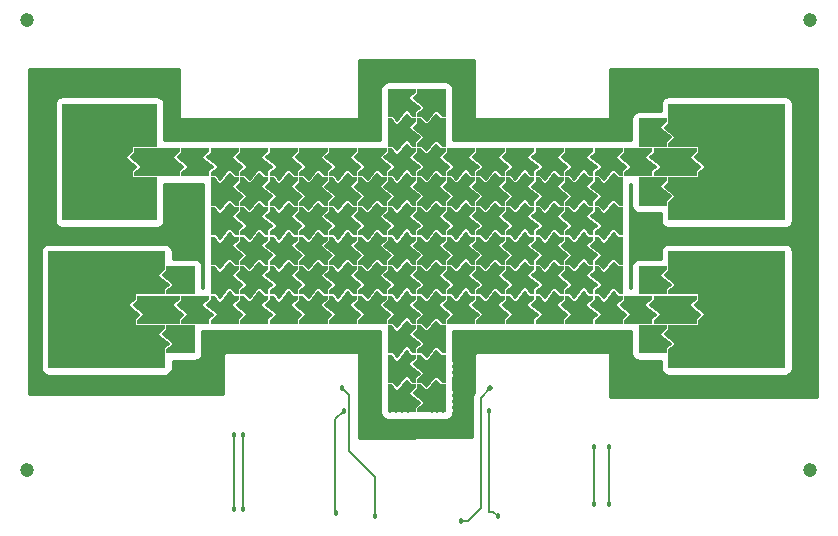
<source format=gbr>
G04 #@! TF.GenerationSoftware,KiCad,Pcbnew,5.1.5-52549c5~84~ubuntu18.04.1*
G04 #@! TF.CreationDate,2020-03-06T12:12:04-08:00*
G04 #@! TF.ProjectId,PD_ElectrodeBoard_v4,50445f45-6c65-4637-9472-6f6465426f61,4*
G04 #@! TF.SameCoordinates,Original*
G04 #@! TF.FileFunction,Copper,L1,Top*
G04 #@! TF.FilePolarity,Positive*
%FSLAX46Y46*%
G04 Gerber Fmt 4.6, Leading zero omitted, Abs format (unit mm)*
G04 Created by KiCad (PCBNEW 5.1.5-52549c5~84~ubuntu18.04.1) date 2020-03-06 12:12:04*
%MOMM*%
%LPD*%
G04 APERTURE LIST*
%ADD10C,0.100000*%
%ADD11C,1.193800*%
%ADD12C,0.457200*%
%ADD13C,0.460000*%
%ADD14C,0.150000*%
%ADD15C,0.254000*%
G04 APERTURE END LIST*
G04 #@! TA.AperFunction,SMDPad,CuDef*
D10*
G36*
X182445010Y-78804951D02*
G01*
X182445019Y-78804954D01*
X182445028Y-78804958D01*
X182445042Y-78804972D01*
X182445046Y-78804981D01*
X182445049Y-78804990D01*
X182445050Y-78805000D01*
X182445050Y-79141489D01*
X182445049Y-79141499D01*
X182445046Y-79141508D01*
X182445042Y-79141517D01*
X182445030Y-79141529D01*
X181936817Y-79531495D01*
X181936817Y-79648506D01*
X182902455Y-80409961D01*
X182902462Y-80409968D01*
X182902468Y-80409976D01*
X182902472Y-80409985D01*
X182902474Y-80409994D01*
X182902474Y-80410004D01*
X182902472Y-80410014D01*
X182902469Y-80410023D01*
X182902463Y-80410031D01*
X182902456Y-80410039D01*
X182445050Y-80781513D01*
X182445050Y-81195000D01*
X182445049Y-81195010D01*
X182445046Y-81195019D01*
X182445042Y-81195028D01*
X182445028Y-81195042D01*
X182445019Y-81195046D01*
X182445010Y-81195049D01*
X182445000Y-81195050D01*
X180055000Y-81195050D01*
X180054990Y-81195049D01*
X180054981Y-81195046D01*
X180054972Y-81195042D01*
X180054958Y-81195028D01*
X180054954Y-81195019D01*
X180054951Y-81195010D01*
X180054950Y-81195000D01*
X180054950Y-80858511D01*
X180054951Y-80858501D01*
X180054954Y-80858492D01*
X180054958Y-80858483D01*
X180054970Y-80858471D01*
X180563183Y-80468505D01*
X180563183Y-80351494D01*
X179597545Y-79590039D01*
X179597538Y-79590032D01*
X179597532Y-79590024D01*
X179597528Y-79590015D01*
X179597526Y-79590006D01*
X179597526Y-79589996D01*
X179597528Y-79589986D01*
X179597531Y-79589977D01*
X179597537Y-79589969D01*
X179597544Y-79589961D01*
X180054950Y-79218487D01*
X180054950Y-78805000D01*
X180054951Y-78804990D01*
X180054954Y-78804981D01*
X180054958Y-78804972D01*
X180054972Y-78804958D01*
X180054981Y-78804954D01*
X180054990Y-78804951D01*
X180055000Y-78804950D01*
X182445000Y-78804950D01*
X182445010Y-78804951D01*
G37*
G04 #@! TD.AperFunction*
G04 #@! TA.AperFunction,SMDPad,CuDef*
G36*
X201660014Y-75847528D02*
G01*
X201660023Y-75847531D01*
X201660031Y-75847537D01*
X201660039Y-75847544D01*
X202031513Y-76304950D01*
X202445000Y-76304950D01*
X202445010Y-76304951D01*
X202445019Y-76304954D01*
X202445028Y-76304958D01*
X202445042Y-76304972D01*
X202445046Y-76304981D01*
X202445049Y-76304990D01*
X202445050Y-76305000D01*
X202445050Y-78695000D01*
X202445049Y-78695010D01*
X202445046Y-78695019D01*
X202445042Y-78695028D01*
X202445028Y-78695042D01*
X202445019Y-78695046D01*
X202445010Y-78695049D01*
X202445000Y-78695050D01*
X202108511Y-78695050D01*
X202108501Y-78695049D01*
X202108492Y-78695046D01*
X202108483Y-78695042D01*
X202108471Y-78695030D01*
X201718505Y-78186817D01*
X201601494Y-78186817D01*
X200840039Y-79152455D01*
X200840032Y-79152462D01*
X200840024Y-79152468D01*
X200840015Y-79152472D01*
X200840006Y-79152474D01*
X200839996Y-79152474D01*
X200839986Y-79152472D01*
X200839977Y-79152469D01*
X200839969Y-79152463D01*
X200839961Y-79152456D01*
X200468487Y-78695050D01*
X200055000Y-78695050D01*
X200054990Y-78695049D01*
X200054981Y-78695046D01*
X200054972Y-78695042D01*
X200054958Y-78695028D01*
X200054954Y-78695019D01*
X200054951Y-78695010D01*
X200054950Y-78695000D01*
X200054950Y-78358511D01*
X200054951Y-78358501D01*
X200054954Y-78358492D01*
X200054958Y-78358483D01*
X200054970Y-78358471D01*
X200563183Y-77968505D01*
X200563183Y-77851494D01*
X199597545Y-77090039D01*
X199597538Y-77090032D01*
X199597532Y-77090024D01*
X199597528Y-77090015D01*
X199597526Y-77090006D01*
X199597526Y-77089996D01*
X199597528Y-77089986D01*
X199597531Y-77089977D01*
X199597537Y-77089969D01*
X199597544Y-77089961D01*
X200054950Y-76718487D01*
X200054950Y-76305000D01*
X200054951Y-76304990D01*
X200054954Y-76304981D01*
X200054958Y-76304972D01*
X200054972Y-76304958D01*
X200054981Y-76304954D01*
X200054990Y-76304951D01*
X200055000Y-76304950D01*
X200391489Y-76304950D01*
X200391499Y-76304951D01*
X200391508Y-76304954D01*
X200391517Y-76304958D01*
X200391529Y-76304970D01*
X200781495Y-76813183D01*
X200898506Y-76813183D01*
X201659961Y-75847545D01*
X201659968Y-75847538D01*
X201659976Y-75847532D01*
X201659985Y-75847528D01*
X201659994Y-75847526D01*
X201660004Y-75847526D01*
X201660014Y-75847528D01*
G37*
G04 #@! TD.AperFunction*
G04 #@! TA.AperFunction,SMDPad,CuDef*
G36*
X199160014Y-75847528D02*
G01*
X199160023Y-75847531D01*
X199160031Y-75847537D01*
X199160039Y-75847544D01*
X199531513Y-76304950D01*
X199945000Y-76304950D01*
X199945010Y-76304951D01*
X199945019Y-76304954D01*
X199945028Y-76304958D01*
X199945042Y-76304972D01*
X199945046Y-76304981D01*
X199945049Y-76304990D01*
X199945050Y-76305000D01*
X199945050Y-76641489D01*
X199945049Y-76641499D01*
X199945046Y-76641508D01*
X199945042Y-76641517D01*
X199945030Y-76641529D01*
X199436817Y-77031495D01*
X199436817Y-77148506D01*
X200402455Y-77909961D01*
X200402462Y-77909968D01*
X200402468Y-77909976D01*
X200402472Y-77909985D01*
X200402474Y-77909994D01*
X200402474Y-77910004D01*
X200402472Y-77910014D01*
X200402469Y-77910023D01*
X200402463Y-77910031D01*
X200402456Y-77910039D01*
X199945050Y-78281513D01*
X199945050Y-78695000D01*
X199945049Y-78695010D01*
X199945046Y-78695019D01*
X199945042Y-78695028D01*
X199945028Y-78695042D01*
X199945019Y-78695046D01*
X199945010Y-78695049D01*
X199945000Y-78695050D01*
X199608511Y-78695050D01*
X199608501Y-78695049D01*
X199608492Y-78695046D01*
X199608483Y-78695042D01*
X199608471Y-78695030D01*
X199218505Y-78186817D01*
X199101494Y-78186817D01*
X198340039Y-79152455D01*
X198340032Y-79152462D01*
X198340024Y-79152468D01*
X198340015Y-79152472D01*
X198340006Y-79152474D01*
X198339996Y-79152474D01*
X198339986Y-79152472D01*
X198339977Y-79152469D01*
X198339969Y-79152463D01*
X198339961Y-79152456D01*
X197968487Y-78695050D01*
X197555000Y-78695050D01*
X197554990Y-78695049D01*
X197554981Y-78695046D01*
X197554972Y-78695042D01*
X197554958Y-78695028D01*
X197554954Y-78695019D01*
X197554951Y-78695010D01*
X197554950Y-78695000D01*
X197554950Y-76305000D01*
X197554951Y-76304990D01*
X197554954Y-76304981D01*
X197554958Y-76304972D01*
X197554972Y-76304958D01*
X197554981Y-76304954D01*
X197554990Y-76304951D01*
X197555000Y-76304950D01*
X197891489Y-76304950D01*
X197891499Y-76304951D01*
X197891508Y-76304954D01*
X197891517Y-76304958D01*
X197891529Y-76304970D01*
X198281495Y-76813183D01*
X198398506Y-76813183D01*
X199159961Y-75847545D01*
X199159968Y-75847538D01*
X199159976Y-75847532D01*
X199159985Y-75847528D01*
X199159994Y-75847526D01*
X199160004Y-75847526D01*
X199160014Y-75847528D01*
G37*
G04 #@! TD.AperFunction*
G04 #@! TA.AperFunction,SMDPad,CuDef*
G36*
X202445010Y-73804951D02*
G01*
X202445019Y-73804954D01*
X202445028Y-73804958D01*
X202445042Y-73804972D01*
X202445046Y-73804981D01*
X202445049Y-73804990D01*
X202445050Y-73805000D01*
X202445050Y-76195000D01*
X202445049Y-76195010D01*
X202445046Y-76195019D01*
X202445042Y-76195028D01*
X202445028Y-76195042D01*
X202445019Y-76195046D01*
X202445010Y-76195049D01*
X202445000Y-76195050D01*
X202108511Y-76195050D01*
X202108501Y-76195049D01*
X202108492Y-76195046D01*
X202108483Y-76195042D01*
X202108471Y-76195030D01*
X201718505Y-75686817D01*
X201601494Y-75686817D01*
X200840039Y-76652455D01*
X200840032Y-76652462D01*
X200840024Y-76652468D01*
X200840015Y-76652472D01*
X200840006Y-76652474D01*
X200839996Y-76652474D01*
X200839986Y-76652472D01*
X200839977Y-76652469D01*
X200839969Y-76652463D01*
X200839961Y-76652456D01*
X200468487Y-76195050D01*
X200055000Y-76195050D01*
X200054990Y-76195049D01*
X200054981Y-76195046D01*
X200054972Y-76195042D01*
X200054958Y-76195028D01*
X200054954Y-76195019D01*
X200054951Y-76195010D01*
X200054950Y-76195000D01*
X200054950Y-75858511D01*
X200054951Y-75858501D01*
X200054954Y-75858492D01*
X200054958Y-75858483D01*
X200054970Y-75858471D01*
X200563183Y-75468505D01*
X200563183Y-75351494D01*
X199597545Y-74590039D01*
X199597538Y-74590032D01*
X199597532Y-74590024D01*
X199597528Y-74590015D01*
X199597526Y-74590006D01*
X199597526Y-74589996D01*
X199597528Y-74589986D01*
X199597531Y-74589977D01*
X199597537Y-74589969D01*
X199597544Y-74589961D01*
X200054950Y-74218487D01*
X200054950Y-73805000D01*
X200054951Y-73804990D01*
X200054954Y-73804981D01*
X200054958Y-73804972D01*
X200054972Y-73804958D01*
X200054981Y-73804954D01*
X200054990Y-73804951D01*
X200055000Y-73804950D01*
X202445000Y-73804950D01*
X202445010Y-73804951D01*
G37*
G04 #@! TD.AperFunction*
G04 #@! TA.AperFunction,SMDPad,CuDef*
G36*
X199945010Y-73804951D02*
G01*
X199945019Y-73804954D01*
X199945028Y-73804958D01*
X199945042Y-73804972D01*
X199945046Y-73804981D01*
X199945049Y-73804990D01*
X199945050Y-73805000D01*
X199945050Y-74141489D01*
X199945049Y-74141499D01*
X199945046Y-74141508D01*
X199945042Y-74141517D01*
X199945030Y-74141529D01*
X199436817Y-74531495D01*
X199436817Y-74648506D01*
X200402455Y-75409961D01*
X200402462Y-75409968D01*
X200402468Y-75409976D01*
X200402472Y-75409985D01*
X200402474Y-75409994D01*
X200402474Y-75410004D01*
X200402472Y-75410014D01*
X200402469Y-75410023D01*
X200402463Y-75410031D01*
X200402456Y-75410039D01*
X199945050Y-75781513D01*
X199945050Y-76195000D01*
X199945049Y-76195010D01*
X199945046Y-76195019D01*
X199945042Y-76195028D01*
X199945028Y-76195042D01*
X199945019Y-76195046D01*
X199945010Y-76195049D01*
X199945000Y-76195050D01*
X199608511Y-76195050D01*
X199608501Y-76195049D01*
X199608492Y-76195046D01*
X199608483Y-76195042D01*
X199608471Y-76195030D01*
X199218505Y-75686817D01*
X199101494Y-75686817D01*
X198340039Y-76652455D01*
X198340032Y-76652462D01*
X198340024Y-76652468D01*
X198340015Y-76652472D01*
X198340006Y-76652474D01*
X198339996Y-76652474D01*
X198339986Y-76652472D01*
X198339977Y-76652469D01*
X198339969Y-76652463D01*
X198339961Y-76652456D01*
X197968487Y-76195050D01*
X197555000Y-76195050D01*
X197554990Y-76195049D01*
X197554981Y-76195046D01*
X197554972Y-76195042D01*
X197554958Y-76195028D01*
X197554954Y-76195019D01*
X197554951Y-76195010D01*
X197554950Y-76195000D01*
X197554950Y-73805000D01*
X197554951Y-73804990D01*
X197554954Y-73804981D01*
X197554958Y-73804972D01*
X197554972Y-73804958D01*
X197554981Y-73804954D01*
X197554990Y-73804951D01*
X197555000Y-73804950D01*
X199945000Y-73804950D01*
X199945010Y-73804951D01*
G37*
G04 #@! TD.AperFunction*
G04 #@! TA.AperFunction,SMDPad,CuDef*
G36*
X201660014Y-98347528D02*
G01*
X201660023Y-98347531D01*
X201660031Y-98347537D01*
X201660039Y-98347544D01*
X202031513Y-98804950D01*
X202445000Y-98804950D01*
X202445010Y-98804951D01*
X202445019Y-98804954D01*
X202445028Y-98804958D01*
X202445042Y-98804972D01*
X202445046Y-98804981D01*
X202445049Y-98804990D01*
X202445050Y-98805000D01*
X202445050Y-101195000D01*
X202445049Y-101195010D01*
X202445046Y-101195019D01*
X202445042Y-101195028D01*
X202445028Y-101195042D01*
X202445019Y-101195046D01*
X202445010Y-101195049D01*
X202445000Y-101195050D01*
X200055000Y-101195050D01*
X200054990Y-101195049D01*
X200054981Y-101195046D01*
X200054972Y-101195042D01*
X200054958Y-101195028D01*
X200054954Y-101195019D01*
X200054951Y-101195010D01*
X200054950Y-101195000D01*
X200054950Y-100858511D01*
X200054951Y-100858501D01*
X200054954Y-100858492D01*
X200054958Y-100858483D01*
X200054970Y-100858471D01*
X200563183Y-100468505D01*
X200563183Y-100351494D01*
X199597545Y-99590039D01*
X199597538Y-99590032D01*
X199597532Y-99590024D01*
X199597528Y-99590015D01*
X199597526Y-99590006D01*
X199597526Y-99589996D01*
X199597528Y-99589986D01*
X199597531Y-99589977D01*
X199597537Y-99589969D01*
X199597544Y-99589961D01*
X200054950Y-99218487D01*
X200054950Y-98805000D01*
X200054951Y-98804990D01*
X200054954Y-98804981D01*
X200054958Y-98804972D01*
X200054972Y-98804958D01*
X200054981Y-98804954D01*
X200054990Y-98804951D01*
X200055000Y-98804950D01*
X200391489Y-98804950D01*
X200391499Y-98804951D01*
X200391508Y-98804954D01*
X200391517Y-98804958D01*
X200391529Y-98804970D01*
X200781495Y-99313183D01*
X200898506Y-99313183D01*
X201659961Y-98347545D01*
X201659968Y-98347538D01*
X201659976Y-98347532D01*
X201659985Y-98347528D01*
X201659994Y-98347526D01*
X201660004Y-98347526D01*
X201660014Y-98347528D01*
G37*
G04 #@! TD.AperFunction*
G04 #@! TA.AperFunction,SMDPad,CuDef*
G36*
X199160014Y-98347528D02*
G01*
X199160023Y-98347531D01*
X199160031Y-98347537D01*
X199160039Y-98347544D01*
X199531513Y-98804950D01*
X199945000Y-98804950D01*
X199945010Y-98804951D01*
X199945019Y-98804954D01*
X199945028Y-98804958D01*
X199945042Y-98804972D01*
X199945046Y-98804981D01*
X199945049Y-98804990D01*
X199945050Y-98805000D01*
X199945050Y-99141489D01*
X199945049Y-99141499D01*
X199945046Y-99141508D01*
X199945042Y-99141517D01*
X199945030Y-99141529D01*
X199436817Y-99531495D01*
X199436817Y-99648506D01*
X200402455Y-100409961D01*
X200402462Y-100409968D01*
X200402468Y-100409976D01*
X200402472Y-100409985D01*
X200402474Y-100409994D01*
X200402474Y-100410004D01*
X200402472Y-100410014D01*
X200402469Y-100410023D01*
X200402463Y-100410031D01*
X200402456Y-100410039D01*
X199945050Y-100781513D01*
X199945050Y-101195000D01*
X199945049Y-101195010D01*
X199945046Y-101195019D01*
X199945042Y-101195028D01*
X199945028Y-101195042D01*
X199945019Y-101195046D01*
X199945010Y-101195049D01*
X199945000Y-101195050D01*
X197555000Y-101195050D01*
X197554990Y-101195049D01*
X197554981Y-101195046D01*
X197554972Y-101195042D01*
X197554958Y-101195028D01*
X197554954Y-101195019D01*
X197554951Y-101195010D01*
X197554950Y-101195000D01*
X197554950Y-98805000D01*
X197554951Y-98804990D01*
X197554954Y-98804981D01*
X197554958Y-98804972D01*
X197554972Y-98804958D01*
X197554981Y-98804954D01*
X197554990Y-98804951D01*
X197555000Y-98804950D01*
X197891489Y-98804950D01*
X197891499Y-98804951D01*
X197891508Y-98804954D01*
X197891517Y-98804958D01*
X197891529Y-98804970D01*
X198281495Y-99313183D01*
X198398506Y-99313183D01*
X199159961Y-98347545D01*
X199159968Y-98347538D01*
X199159976Y-98347532D01*
X199159985Y-98347528D01*
X199159994Y-98347526D01*
X199160004Y-98347526D01*
X199160014Y-98347528D01*
G37*
G04 #@! TD.AperFunction*
G04 #@! TA.AperFunction,SMDPad,CuDef*
G36*
X201660014Y-95847528D02*
G01*
X201660023Y-95847531D01*
X201660031Y-95847537D01*
X201660039Y-95847544D01*
X202031513Y-96304950D01*
X202445000Y-96304950D01*
X202445010Y-96304951D01*
X202445019Y-96304954D01*
X202445028Y-96304958D01*
X202445042Y-96304972D01*
X202445046Y-96304981D01*
X202445049Y-96304990D01*
X202445050Y-96305000D01*
X202445050Y-98695000D01*
X202445049Y-98695010D01*
X202445046Y-98695019D01*
X202445042Y-98695028D01*
X202445028Y-98695042D01*
X202445019Y-98695046D01*
X202445010Y-98695049D01*
X202445000Y-98695050D01*
X202108511Y-98695050D01*
X202108501Y-98695049D01*
X202108492Y-98695046D01*
X202108483Y-98695042D01*
X202108471Y-98695030D01*
X201718505Y-98186817D01*
X201601494Y-98186817D01*
X200840039Y-99152455D01*
X200840032Y-99152462D01*
X200840024Y-99152468D01*
X200840015Y-99152472D01*
X200840006Y-99152474D01*
X200839996Y-99152474D01*
X200839986Y-99152472D01*
X200839977Y-99152469D01*
X200839969Y-99152463D01*
X200839961Y-99152456D01*
X200468487Y-98695050D01*
X200055000Y-98695050D01*
X200054990Y-98695049D01*
X200054981Y-98695046D01*
X200054972Y-98695042D01*
X200054958Y-98695028D01*
X200054954Y-98695019D01*
X200054951Y-98695010D01*
X200054950Y-98695000D01*
X200054950Y-98358511D01*
X200054951Y-98358501D01*
X200054954Y-98358492D01*
X200054958Y-98358483D01*
X200054970Y-98358471D01*
X200563183Y-97968505D01*
X200563183Y-97851494D01*
X199597545Y-97090039D01*
X199597538Y-97090032D01*
X199597532Y-97090024D01*
X199597528Y-97090015D01*
X199597526Y-97090006D01*
X199597526Y-97089996D01*
X199597528Y-97089986D01*
X199597531Y-97089977D01*
X199597537Y-97089969D01*
X199597544Y-97089961D01*
X200054950Y-96718487D01*
X200054950Y-96305000D01*
X200054951Y-96304990D01*
X200054954Y-96304981D01*
X200054958Y-96304972D01*
X200054972Y-96304958D01*
X200054981Y-96304954D01*
X200054990Y-96304951D01*
X200055000Y-96304950D01*
X200391489Y-96304950D01*
X200391499Y-96304951D01*
X200391508Y-96304954D01*
X200391517Y-96304958D01*
X200391529Y-96304970D01*
X200781495Y-96813183D01*
X200898506Y-96813183D01*
X201659961Y-95847545D01*
X201659968Y-95847538D01*
X201659976Y-95847532D01*
X201659985Y-95847528D01*
X201659994Y-95847526D01*
X201660004Y-95847526D01*
X201660014Y-95847528D01*
G37*
G04 #@! TD.AperFunction*
G04 #@! TA.AperFunction,SMDPad,CuDef*
G36*
X199160014Y-95847528D02*
G01*
X199160023Y-95847531D01*
X199160031Y-95847537D01*
X199160039Y-95847544D01*
X199531513Y-96304950D01*
X199945000Y-96304950D01*
X199945010Y-96304951D01*
X199945019Y-96304954D01*
X199945028Y-96304958D01*
X199945042Y-96304972D01*
X199945046Y-96304981D01*
X199945049Y-96304990D01*
X199945050Y-96305000D01*
X199945050Y-96641489D01*
X199945049Y-96641499D01*
X199945046Y-96641508D01*
X199945042Y-96641517D01*
X199945030Y-96641529D01*
X199436817Y-97031495D01*
X199436817Y-97148506D01*
X200402455Y-97909961D01*
X200402462Y-97909968D01*
X200402468Y-97909976D01*
X200402472Y-97909985D01*
X200402474Y-97909994D01*
X200402474Y-97910004D01*
X200402472Y-97910014D01*
X200402469Y-97910023D01*
X200402463Y-97910031D01*
X200402456Y-97910039D01*
X199945050Y-98281513D01*
X199945050Y-98695000D01*
X199945049Y-98695010D01*
X199945046Y-98695019D01*
X199945042Y-98695028D01*
X199945028Y-98695042D01*
X199945019Y-98695046D01*
X199945010Y-98695049D01*
X199945000Y-98695050D01*
X199608511Y-98695050D01*
X199608501Y-98695049D01*
X199608492Y-98695046D01*
X199608483Y-98695042D01*
X199608471Y-98695030D01*
X199218505Y-98186817D01*
X199101494Y-98186817D01*
X198340039Y-99152455D01*
X198340032Y-99152462D01*
X198340024Y-99152468D01*
X198340015Y-99152472D01*
X198340006Y-99152474D01*
X198339996Y-99152474D01*
X198339986Y-99152472D01*
X198339977Y-99152469D01*
X198339969Y-99152463D01*
X198339961Y-99152456D01*
X197968487Y-98695050D01*
X197555000Y-98695050D01*
X197554990Y-98695049D01*
X197554981Y-98695046D01*
X197554972Y-98695042D01*
X197554958Y-98695028D01*
X197554954Y-98695019D01*
X197554951Y-98695010D01*
X197554950Y-98695000D01*
X197554950Y-96305000D01*
X197554951Y-96304990D01*
X197554954Y-96304981D01*
X197554958Y-96304972D01*
X197554972Y-96304958D01*
X197554981Y-96304954D01*
X197554990Y-96304951D01*
X197555000Y-96304950D01*
X197891489Y-96304950D01*
X197891499Y-96304951D01*
X197891508Y-96304954D01*
X197891517Y-96304958D01*
X197891529Y-96304970D01*
X198281495Y-96813183D01*
X198398506Y-96813183D01*
X199159961Y-95847545D01*
X199159968Y-95847538D01*
X199159976Y-95847532D01*
X199159985Y-95847528D01*
X199159994Y-95847526D01*
X199160004Y-95847526D01*
X199160014Y-95847528D01*
G37*
G04 #@! TD.AperFunction*
G04 #@! TA.AperFunction,SMDPad,CuDef*
G36*
X201660014Y-93347528D02*
G01*
X201660023Y-93347531D01*
X201660031Y-93347537D01*
X201660039Y-93347544D01*
X202031513Y-93804950D01*
X202445000Y-93804950D01*
X202445010Y-93804951D01*
X202445019Y-93804954D01*
X202445028Y-93804958D01*
X202445042Y-93804972D01*
X202445046Y-93804981D01*
X202445049Y-93804990D01*
X202445050Y-93805000D01*
X202445050Y-96195000D01*
X202445049Y-96195010D01*
X202445046Y-96195019D01*
X202445042Y-96195028D01*
X202445028Y-96195042D01*
X202445019Y-96195046D01*
X202445010Y-96195049D01*
X202445000Y-96195050D01*
X202108511Y-96195050D01*
X202108501Y-96195049D01*
X202108492Y-96195046D01*
X202108483Y-96195042D01*
X202108471Y-96195030D01*
X201718505Y-95686817D01*
X201601494Y-95686817D01*
X200840039Y-96652455D01*
X200840032Y-96652462D01*
X200840024Y-96652468D01*
X200840015Y-96652472D01*
X200840006Y-96652474D01*
X200839996Y-96652474D01*
X200839986Y-96652472D01*
X200839977Y-96652469D01*
X200839969Y-96652463D01*
X200839961Y-96652456D01*
X200468487Y-96195050D01*
X200055000Y-96195050D01*
X200054990Y-96195049D01*
X200054981Y-96195046D01*
X200054972Y-96195042D01*
X200054958Y-96195028D01*
X200054954Y-96195019D01*
X200054951Y-96195010D01*
X200054950Y-96195000D01*
X200054950Y-95858511D01*
X200054951Y-95858501D01*
X200054954Y-95858492D01*
X200054958Y-95858483D01*
X200054970Y-95858471D01*
X200563183Y-95468505D01*
X200563183Y-95351494D01*
X199597545Y-94590039D01*
X199597538Y-94590032D01*
X199597532Y-94590024D01*
X199597528Y-94590015D01*
X199597526Y-94590006D01*
X199597526Y-94589996D01*
X199597528Y-94589986D01*
X199597531Y-94589977D01*
X199597537Y-94589969D01*
X199597544Y-94589961D01*
X200054950Y-94218487D01*
X200054950Y-93805000D01*
X200054951Y-93804990D01*
X200054954Y-93804981D01*
X200054958Y-93804972D01*
X200054972Y-93804958D01*
X200054981Y-93804954D01*
X200054990Y-93804951D01*
X200055000Y-93804950D01*
X200391489Y-93804950D01*
X200391499Y-93804951D01*
X200391508Y-93804954D01*
X200391517Y-93804958D01*
X200391529Y-93804970D01*
X200781495Y-94313183D01*
X200898506Y-94313183D01*
X201659961Y-93347545D01*
X201659968Y-93347538D01*
X201659976Y-93347532D01*
X201659985Y-93347528D01*
X201659994Y-93347526D01*
X201660004Y-93347526D01*
X201660014Y-93347528D01*
G37*
G04 #@! TD.AperFunction*
G04 #@! TA.AperFunction,SMDPad,CuDef*
G36*
X199160014Y-93347528D02*
G01*
X199160023Y-93347531D01*
X199160031Y-93347537D01*
X199160039Y-93347544D01*
X199531513Y-93804950D01*
X199945000Y-93804950D01*
X199945010Y-93804951D01*
X199945019Y-93804954D01*
X199945028Y-93804958D01*
X199945042Y-93804972D01*
X199945046Y-93804981D01*
X199945049Y-93804990D01*
X199945050Y-93805000D01*
X199945050Y-94141489D01*
X199945049Y-94141499D01*
X199945046Y-94141508D01*
X199945042Y-94141517D01*
X199945030Y-94141529D01*
X199436817Y-94531495D01*
X199436817Y-94648506D01*
X200402455Y-95409961D01*
X200402462Y-95409968D01*
X200402468Y-95409976D01*
X200402472Y-95409985D01*
X200402474Y-95409994D01*
X200402474Y-95410004D01*
X200402472Y-95410014D01*
X200402469Y-95410023D01*
X200402463Y-95410031D01*
X200402456Y-95410039D01*
X199945050Y-95781513D01*
X199945050Y-96195000D01*
X199945049Y-96195010D01*
X199945046Y-96195019D01*
X199945042Y-96195028D01*
X199945028Y-96195042D01*
X199945019Y-96195046D01*
X199945010Y-96195049D01*
X199945000Y-96195050D01*
X199608511Y-96195050D01*
X199608501Y-96195049D01*
X199608492Y-96195046D01*
X199608483Y-96195042D01*
X199608471Y-96195030D01*
X199218505Y-95686817D01*
X199101494Y-95686817D01*
X198340039Y-96652455D01*
X198340032Y-96652462D01*
X198340024Y-96652468D01*
X198340015Y-96652472D01*
X198340006Y-96652474D01*
X198339996Y-96652474D01*
X198339986Y-96652472D01*
X198339977Y-96652469D01*
X198339969Y-96652463D01*
X198339961Y-96652456D01*
X197968487Y-96195050D01*
X197555000Y-96195050D01*
X197554990Y-96195049D01*
X197554981Y-96195046D01*
X197554972Y-96195042D01*
X197554958Y-96195028D01*
X197554954Y-96195019D01*
X197554951Y-96195010D01*
X197554950Y-96195000D01*
X197554950Y-93805000D01*
X197554951Y-93804990D01*
X197554954Y-93804981D01*
X197554958Y-93804972D01*
X197554972Y-93804958D01*
X197554981Y-93804954D01*
X197554990Y-93804951D01*
X197555000Y-93804950D01*
X197891489Y-93804950D01*
X197891499Y-93804951D01*
X197891508Y-93804954D01*
X197891517Y-93804958D01*
X197891529Y-93804970D01*
X198281495Y-94313183D01*
X198398506Y-94313183D01*
X199159961Y-93347545D01*
X199159968Y-93347538D01*
X199159976Y-93347532D01*
X199159985Y-93347528D01*
X199159994Y-93347526D01*
X199160004Y-93347526D01*
X199160014Y-93347528D01*
G37*
G04 #@! TD.AperFunction*
G04 #@! TA.AperFunction,SMDPad,CuDef*
G36*
X216660014Y-90847528D02*
G01*
X216660023Y-90847531D01*
X216660031Y-90847537D01*
X216660039Y-90847544D01*
X217031513Y-91304950D01*
X217445000Y-91304950D01*
X217445010Y-91304951D01*
X217445019Y-91304954D01*
X217445028Y-91304958D01*
X217445042Y-91304972D01*
X217445046Y-91304981D01*
X217445049Y-91304990D01*
X217445050Y-91305000D01*
X217445050Y-91641489D01*
X217445049Y-91641499D01*
X217445046Y-91641508D01*
X217445042Y-91641517D01*
X217445030Y-91641529D01*
X216936817Y-92031495D01*
X216936817Y-92148506D01*
X217902455Y-92909961D01*
X217902462Y-92909968D01*
X217902468Y-92909976D01*
X217902472Y-92909985D01*
X217902474Y-92909994D01*
X217902474Y-92910004D01*
X217902472Y-92910014D01*
X217902469Y-92910023D01*
X217902463Y-92910031D01*
X217902456Y-92910039D01*
X217445050Y-93281513D01*
X217445050Y-93695000D01*
X217445049Y-93695010D01*
X217445046Y-93695019D01*
X217445042Y-93695028D01*
X217445028Y-93695042D01*
X217445019Y-93695046D01*
X217445010Y-93695049D01*
X217445000Y-93695050D01*
X215055000Y-93695050D01*
X215054990Y-93695049D01*
X215054981Y-93695046D01*
X215054972Y-93695042D01*
X215054958Y-93695028D01*
X215054954Y-93695019D01*
X215054951Y-93695010D01*
X215054950Y-93695000D01*
X215054950Y-93358511D01*
X215054951Y-93358501D01*
X215054954Y-93358492D01*
X215054958Y-93358483D01*
X215054970Y-93358471D01*
X215563183Y-92968505D01*
X215563183Y-92851494D01*
X214597545Y-92090039D01*
X214597538Y-92090032D01*
X214597532Y-92090024D01*
X214597528Y-92090015D01*
X214597526Y-92090006D01*
X214597526Y-92089996D01*
X214597528Y-92089986D01*
X214597531Y-92089977D01*
X214597537Y-92089969D01*
X214597544Y-92089961D01*
X215054950Y-91718487D01*
X215054950Y-91305000D01*
X215054951Y-91304990D01*
X215054954Y-91304981D01*
X215054958Y-91304972D01*
X215054972Y-91304958D01*
X215054981Y-91304954D01*
X215054990Y-91304951D01*
X215055000Y-91304950D01*
X215391489Y-91304950D01*
X215391499Y-91304951D01*
X215391508Y-91304954D01*
X215391517Y-91304958D01*
X215391529Y-91304970D01*
X215781495Y-91813183D01*
X215898506Y-91813183D01*
X216659961Y-90847545D01*
X216659968Y-90847538D01*
X216659976Y-90847532D01*
X216659985Y-90847528D01*
X216659994Y-90847526D01*
X216660004Y-90847526D01*
X216660014Y-90847528D01*
G37*
G04 #@! TD.AperFunction*
G04 #@! TA.AperFunction,SMDPad,CuDef*
G36*
X214160014Y-90847528D02*
G01*
X214160023Y-90847531D01*
X214160031Y-90847537D01*
X214160039Y-90847544D01*
X214531513Y-91304950D01*
X214945000Y-91304950D01*
X214945010Y-91304951D01*
X214945019Y-91304954D01*
X214945028Y-91304958D01*
X214945042Y-91304972D01*
X214945046Y-91304981D01*
X214945049Y-91304990D01*
X214945050Y-91305000D01*
X214945050Y-91641489D01*
X214945049Y-91641499D01*
X214945046Y-91641508D01*
X214945042Y-91641517D01*
X214945030Y-91641529D01*
X214436817Y-92031495D01*
X214436817Y-92148506D01*
X215402455Y-92909961D01*
X215402462Y-92909968D01*
X215402468Y-92909976D01*
X215402472Y-92909985D01*
X215402474Y-92909994D01*
X215402474Y-92910004D01*
X215402472Y-92910014D01*
X215402469Y-92910023D01*
X215402463Y-92910031D01*
X215402456Y-92910039D01*
X214945050Y-93281513D01*
X214945050Y-93695000D01*
X214945049Y-93695010D01*
X214945046Y-93695019D01*
X214945042Y-93695028D01*
X214945028Y-93695042D01*
X214945019Y-93695046D01*
X214945010Y-93695049D01*
X214945000Y-93695050D01*
X212555000Y-93695050D01*
X212554990Y-93695049D01*
X212554981Y-93695046D01*
X212554972Y-93695042D01*
X212554958Y-93695028D01*
X212554954Y-93695019D01*
X212554951Y-93695010D01*
X212554950Y-93695000D01*
X212554950Y-93358511D01*
X212554951Y-93358501D01*
X212554954Y-93358492D01*
X212554958Y-93358483D01*
X212554970Y-93358471D01*
X213063183Y-92968505D01*
X213063183Y-92851494D01*
X212097545Y-92090039D01*
X212097538Y-92090032D01*
X212097532Y-92090024D01*
X212097528Y-92090015D01*
X212097526Y-92090006D01*
X212097526Y-92089996D01*
X212097528Y-92089986D01*
X212097531Y-92089977D01*
X212097537Y-92089969D01*
X212097544Y-92089961D01*
X212554950Y-91718487D01*
X212554950Y-91305000D01*
X212554951Y-91304990D01*
X212554954Y-91304981D01*
X212554958Y-91304972D01*
X212554972Y-91304958D01*
X212554981Y-91304954D01*
X212554990Y-91304951D01*
X212555000Y-91304950D01*
X212891489Y-91304950D01*
X212891499Y-91304951D01*
X212891508Y-91304954D01*
X212891517Y-91304958D01*
X212891529Y-91304970D01*
X213281495Y-91813183D01*
X213398506Y-91813183D01*
X214159961Y-90847545D01*
X214159968Y-90847538D01*
X214159976Y-90847532D01*
X214159985Y-90847528D01*
X214159994Y-90847526D01*
X214160004Y-90847526D01*
X214160014Y-90847528D01*
G37*
G04 #@! TD.AperFunction*
G04 #@! TA.AperFunction,SMDPad,CuDef*
G36*
X211660014Y-90847528D02*
G01*
X211660023Y-90847531D01*
X211660031Y-90847537D01*
X211660039Y-90847544D01*
X212031513Y-91304950D01*
X212445000Y-91304950D01*
X212445010Y-91304951D01*
X212445019Y-91304954D01*
X212445028Y-91304958D01*
X212445042Y-91304972D01*
X212445046Y-91304981D01*
X212445049Y-91304990D01*
X212445050Y-91305000D01*
X212445050Y-91641489D01*
X212445049Y-91641499D01*
X212445046Y-91641508D01*
X212445042Y-91641517D01*
X212445030Y-91641529D01*
X211936817Y-92031495D01*
X211936817Y-92148506D01*
X212902455Y-92909961D01*
X212902462Y-92909968D01*
X212902468Y-92909976D01*
X212902472Y-92909985D01*
X212902474Y-92909994D01*
X212902474Y-92910004D01*
X212902472Y-92910014D01*
X212902469Y-92910023D01*
X212902463Y-92910031D01*
X212902456Y-92910039D01*
X212445050Y-93281513D01*
X212445050Y-93695000D01*
X212445049Y-93695010D01*
X212445046Y-93695019D01*
X212445042Y-93695028D01*
X212445028Y-93695042D01*
X212445019Y-93695046D01*
X212445010Y-93695049D01*
X212445000Y-93695050D01*
X210055000Y-93695050D01*
X210054990Y-93695049D01*
X210054981Y-93695046D01*
X210054972Y-93695042D01*
X210054958Y-93695028D01*
X210054954Y-93695019D01*
X210054951Y-93695010D01*
X210054950Y-93695000D01*
X210054950Y-93358511D01*
X210054951Y-93358501D01*
X210054954Y-93358492D01*
X210054958Y-93358483D01*
X210054970Y-93358471D01*
X210563183Y-92968505D01*
X210563183Y-92851494D01*
X209597545Y-92090039D01*
X209597538Y-92090032D01*
X209597532Y-92090024D01*
X209597528Y-92090015D01*
X209597526Y-92090006D01*
X209597526Y-92089996D01*
X209597528Y-92089986D01*
X209597531Y-92089977D01*
X209597537Y-92089969D01*
X209597544Y-92089961D01*
X210054950Y-91718487D01*
X210054950Y-91305000D01*
X210054951Y-91304990D01*
X210054954Y-91304981D01*
X210054958Y-91304972D01*
X210054972Y-91304958D01*
X210054981Y-91304954D01*
X210054990Y-91304951D01*
X210055000Y-91304950D01*
X210391489Y-91304950D01*
X210391499Y-91304951D01*
X210391508Y-91304954D01*
X210391517Y-91304958D01*
X210391529Y-91304970D01*
X210781495Y-91813183D01*
X210898506Y-91813183D01*
X211659961Y-90847545D01*
X211659968Y-90847538D01*
X211659976Y-90847532D01*
X211659985Y-90847528D01*
X211659994Y-90847526D01*
X211660004Y-90847526D01*
X211660014Y-90847528D01*
G37*
G04 #@! TD.AperFunction*
G04 #@! TA.AperFunction,SMDPad,CuDef*
G36*
X209160014Y-90847528D02*
G01*
X209160023Y-90847531D01*
X209160031Y-90847537D01*
X209160039Y-90847544D01*
X209531513Y-91304950D01*
X209945000Y-91304950D01*
X209945010Y-91304951D01*
X209945019Y-91304954D01*
X209945028Y-91304958D01*
X209945042Y-91304972D01*
X209945046Y-91304981D01*
X209945049Y-91304990D01*
X209945050Y-91305000D01*
X209945050Y-91641489D01*
X209945049Y-91641499D01*
X209945046Y-91641508D01*
X209945042Y-91641517D01*
X209945030Y-91641529D01*
X209436817Y-92031495D01*
X209436817Y-92148506D01*
X210402455Y-92909961D01*
X210402462Y-92909968D01*
X210402468Y-92909976D01*
X210402472Y-92909985D01*
X210402474Y-92909994D01*
X210402474Y-92910004D01*
X210402472Y-92910014D01*
X210402469Y-92910023D01*
X210402463Y-92910031D01*
X210402456Y-92910039D01*
X209945050Y-93281513D01*
X209945050Y-93695000D01*
X209945049Y-93695010D01*
X209945046Y-93695019D01*
X209945042Y-93695028D01*
X209945028Y-93695042D01*
X209945019Y-93695046D01*
X209945010Y-93695049D01*
X209945000Y-93695050D01*
X207555000Y-93695050D01*
X207554990Y-93695049D01*
X207554981Y-93695046D01*
X207554972Y-93695042D01*
X207554958Y-93695028D01*
X207554954Y-93695019D01*
X207554951Y-93695010D01*
X207554950Y-93695000D01*
X207554950Y-93358511D01*
X207554951Y-93358501D01*
X207554954Y-93358492D01*
X207554958Y-93358483D01*
X207554970Y-93358471D01*
X208063183Y-92968505D01*
X208063183Y-92851494D01*
X207097545Y-92090039D01*
X207097538Y-92090032D01*
X207097532Y-92090024D01*
X207097528Y-92090015D01*
X207097526Y-92090006D01*
X207097526Y-92089996D01*
X207097528Y-92089986D01*
X207097531Y-92089977D01*
X207097537Y-92089969D01*
X207097544Y-92089961D01*
X207554950Y-91718487D01*
X207554950Y-91305000D01*
X207554951Y-91304990D01*
X207554954Y-91304981D01*
X207554958Y-91304972D01*
X207554972Y-91304958D01*
X207554981Y-91304954D01*
X207554990Y-91304951D01*
X207555000Y-91304950D01*
X207891489Y-91304950D01*
X207891499Y-91304951D01*
X207891508Y-91304954D01*
X207891517Y-91304958D01*
X207891529Y-91304970D01*
X208281495Y-91813183D01*
X208398506Y-91813183D01*
X209159961Y-90847545D01*
X209159968Y-90847538D01*
X209159976Y-90847532D01*
X209159985Y-90847528D01*
X209159994Y-90847526D01*
X209160004Y-90847526D01*
X209160014Y-90847528D01*
G37*
G04 #@! TD.AperFunction*
G04 #@! TA.AperFunction,SMDPad,CuDef*
G36*
X206660014Y-90847528D02*
G01*
X206660023Y-90847531D01*
X206660031Y-90847537D01*
X206660039Y-90847544D01*
X207031513Y-91304950D01*
X207445000Y-91304950D01*
X207445010Y-91304951D01*
X207445019Y-91304954D01*
X207445028Y-91304958D01*
X207445042Y-91304972D01*
X207445046Y-91304981D01*
X207445049Y-91304990D01*
X207445050Y-91305000D01*
X207445050Y-91641489D01*
X207445049Y-91641499D01*
X207445046Y-91641508D01*
X207445042Y-91641517D01*
X207445030Y-91641529D01*
X206936817Y-92031495D01*
X206936817Y-92148506D01*
X207902455Y-92909961D01*
X207902462Y-92909968D01*
X207902468Y-92909976D01*
X207902472Y-92909985D01*
X207902474Y-92909994D01*
X207902474Y-92910004D01*
X207902472Y-92910014D01*
X207902469Y-92910023D01*
X207902463Y-92910031D01*
X207902456Y-92910039D01*
X207445050Y-93281513D01*
X207445050Y-93695000D01*
X207445049Y-93695010D01*
X207445046Y-93695019D01*
X207445042Y-93695028D01*
X207445028Y-93695042D01*
X207445019Y-93695046D01*
X207445010Y-93695049D01*
X207445000Y-93695050D01*
X205055000Y-93695050D01*
X205054990Y-93695049D01*
X205054981Y-93695046D01*
X205054972Y-93695042D01*
X205054958Y-93695028D01*
X205054954Y-93695019D01*
X205054951Y-93695010D01*
X205054950Y-93695000D01*
X205054950Y-93358511D01*
X205054951Y-93358501D01*
X205054954Y-93358492D01*
X205054958Y-93358483D01*
X205054970Y-93358471D01*
X205563183Y-92968505D01*
X205563183Y-92851494D01*
X204597545Y-92090039D01*
X204597538Y-92090032D01*
X204597532Y-92090024D01*
X204597528Y-92090015D01*
X204597526Y-92090006D01*
X204597526Y-92089996D01*
X204597528Y-92089986D01*
X204597531Y-92089977D01*
X204597537Y-92089969D01*
X204597544Y-92089961D01*
X205054950Y-91718487D01*
X205054950Y-91305000D01*
X205054951Y-91304990D01*
X205054954Y-91304981D01*
X205054958Y-91304972D01*
X205054972Y-91304958D01*
X205054981Y-91304954D01*
X205054990Y-91304951D01*
X205055000Y-91304950D01*
X205391489Y-91304950D01*
X205391499Y-91304951D01*
X205391508Y-91304954D01*
X205391517Y-91304958D01*
X205391529Y-91304970D01*
X205781495Y-91813183D01*
X205898506Y-91813183D01*
X206659961Y-90847545D01*
X206659968Y-90847538D01*
X206659976Y-90847532D01*
X206659985Y-90847528D01*
X206659994Y-90847526D01*
X206660004Y-90847526D01*
X206660014Y-90847528D01*
G37*
G04 #@! TD.AperFunction*
G04 #@! TA.AperFunction,SMDPad,CuDef*
G36*
X204160014Y-90847528D02*
G01*
X204160023Y-90847531D01*
X204160031Y-90847537D01*
X204160039Y-90847544D01*
X204531513Y-91304950D01*
X204945000Y-91304950D01*
X204945010Y-91304951D01*
X204945019Y-91304954D01*
X204945028Y-91304958D01*
X204945042Y-91304972D01*
X204945046Y-91304981D01*
X204945049Y-91304990D01*
X204945050Y-91305000D01*
X204945050Y-91641489D01*
X204945049Y-91641499D01*
X204945046Y-91641508D01*
X204945042Y-91641517D01*
X204945030Y-91641529D01*
X204436817Y-92031495D01*
X204436817Y-92148506D01*
X205402455Y-92909961D01*
X205402462Y-92909968D01*
X205402468Y-92909976D01*
X205402472Y-92909985D01*
X205402474Y-92909994D01*
X205402474Y-92910004D01*
X205402472Y-92910014D01*
X205402469Y-92910023D01*
X205402463Y-92910031D01*
X205402456Y-92910039D01*
X204945050Y-93281513D01*
X204945050Y-93695000D01*
X204945049Y-93695010D01*
X204945046Y-93695019D01*
X204945042Y-93695028D01*
X204945028Y-93695042D01*
X204945019Y-93695046D01*
X204945010Y-93695049D01*
X204945000Y-93695050D01*
X202555000Y-93695050D01*
X202554990Y-93695049D01*
X202554981Y-93695046D01*
X202554972Y-93695042D01*
X202554958Y-93695028D01*
X202554954Y-93695019D01*
X202554951Y-93695010D01*
X202554950Y-93695000D01*
X202554950Y-93358511D01*
X202554951Y-93358501D01*
X202554954Y-93358492D01*
X202554958Y-93358483D01*
X202554970Y-93358471D01*
X203063183Y-92968505D01*
X203063183Y-92851494D01*
X202097545Y-92090039D01*
X202097538Y-92090032D01*
X202097532Y-92090024D01*
X202097528Y-92090015D01*
X202097526Y-92090006D01*
X202097526Y-92089996D01*
X202097528Y-92089986D01*
X202097531Y-92089977D01*
X202097537Y-92089969D01*
X202097544Y-92089961D01*
X202554950Y-91718487D01*
X202554950Y-91305000D01*
X202554951Y-91304990D01*
X202554954Y-91304981D01*
X202554958Y-91304972D01*
X202554972Y-91304958D01*
X202554981Y-91304954D01*
X202554990Y-91304951D01*
X202555000Y-91304950D01*
X202891489Y-91304950D01*
X202891499Y-91304951D01*
X202891508Y-91304954D01*
X202891517Y-91304958D01*
X202891529Y-91304970D01*
X203281495Y-91813183D01*
X203398506Y-91813183D01*
X204159961Y-90847545D01*
X204159968Y-90847538D01*
X204159976Y-90847532D01*
X204159985Y-90847528D01*
X204159994Y-90847526D01*
X204160004Y-90847526D01*
X204160014Y-90847528D01*
G37*
G04 #@! TD.AperFunction*
G04 #@! TA.AperFunction,SMDPad,CuDef*
G36*
X201660014Y-90847528D02*
G01*
X201660023Y-90847531D01*
X201660031Y-90847537D01*
X201660039Y-90847544D01*
X202031513Y-91304950D01*
X202445000Y-91304950D01*
X202445010Y-91304951D01*
X202445019Y-91304954D01*
X202445028Y-91304958D01*
X202445042Y-91304972D01*
X202445046Y-91304981D01*
X202445049Y-91304990D01*
X202445050Y-91305000D01*
X202445050Y-91641489D01*
X202445049Y-91641499D01*
X202445046Y-91641508D01*
X202445042Y-91641517D01*
X202445030Y-91641529D01*
X201936817Y-92031495D01*
X201936817Y-92148506D01*
X202902455Y-92909961D01*
X202902462Y-92909968D01*
X202902468Y-92909976D01*
X202902472Y-92909985D01*
X202902474Y-92909994D01*
X202902474Y-92910004D01*
X202902472Y-92910014D01*
X202902469Y-92910023D01*
X202902463Y-92910031D01*
X202902456Y-92910039D01*
X202445050Y-93281513D01*
X202445050Y-93695000D01*
X202445049Y-93695010D01*
X202445046Y-93695019D01*
X202445042Y-93695028D01*
X202445028Y-93695042D01*
X202445019Y-93695046D01*
X202445010Y-93695049D01*
X202445000Y-93695050D01*
X202108511Y-93695050D01*
X202108501Y-93695049D01*
X202108492Y-93695046D01*
X202108483Y-93695042D01*
X202108471Y-93695030D01*
X201718505Y-93186817D01*
X201601494Y-93186817D01*
X200840039Y-94152455D01*
X200840032Y-94152462D01*
X200840024Y-94152468D01*
X200840015Y-94152472D01*
X200840006Y-94152474D01*
X200839996Y-94152474D01*
X200839986Y-94152472D01*
X200839977Y-94152469D01*
X200839969Y-94152463D01*
X200839961Y-94152456D01*
X200468487Y-93695050D01*
X200055000Y-93695050D01*
X200054990Y-93695049D01*
X200054981Y-93695046D01*
X200054972Y-93695042D01*
X200054958Y-93695028D01*
X200054954Y-93695019D01*
X200054951Y-93695010D01*
X200054950Y-93695000D01*
X200054950Y-93358511D01*
X200054951Y-93358501D01*
X200054954Y-93358492D01*
X200054958Y-93358483D01*
X200054970Y-93358471D01*
X200563183Y-92968505D01*
X200563183Y-92851494D01*
X199597545Y-92090039D01*
X199597538Y-92090032D01*
X199597532Y-92090024D01*
X199597528Y-92090015D01*
X199597526Y-92090006D01*
X199597526Y-92089996D01*
X199597528Y-92089986D01*
X199597531Y-92089977D01*
X199597537Y-92089969D01*
X199597544Y-92089961D01*
X200054950Y-91718487D01*
X200054950Y-91305000D01*
X200054951Y-91304990D01*
X200054954Y-91304981D01*
X200054958Y-91304972D01*
X200054972Y-91304958D01*
X200054981Y-91304954D01*
X200054990Y-91304951D01*
X200055000Y-91304950D01*
X200391489Y-91304950D01*
X200391499Y-91304951D01*
X200391508Y-91304954D01*
X200391517Y-91304958D01*
X200391529Y-91304970D01*
X200781495Y-91813183D01*
X200898506Y-91813183D01*
X201659961Y-90847545D01*
X201659968Y-90847538D01*
X201659976Y-90847532D01*
X201659985Y-90847528D01*
X201659994Y-90847526D01*
X201660004Y-90847526D01*
X201660014Y-90847528D01*
G37*
G04 #@! TD.AperFunction*
G04 #@! TA.AperFunction,SMDPad,CuDef*
G36*
X199160014Y-90847528D02*
G01*
X199160023Y-90847531D01*
X199160031Y-90847537D01*
X199160039Y-90847544D01*
X199531513Y-91304950D01*
X199945000Y-91304950D01*
X199945010Y-91304951D01*
X199945019Y-91304954D01*
X199945028Y-91304958D01*
X199945042Y-91304972D01*
X199945046Y-91304981D01*
X199945049Y-91304990D01*
X199945050Y-91305000D01*
X199945050Y-91641489D01*
X199945049Y-91641499D01*
X199945046Y-91641508D01*
X199945042Y-91641517D01*
X199945030Y-91641529D01*
X199436817Y-92031495D01*
X199436817Y-92148506D01*
X200402455Y-92909961D01*
X200402462Y-92909968D01*
X200402468Y-92909976D01*
X200402472Y-92909985D01*
X200402474Y-92909994D01*
X200402474Y-92910004D01*
X200402472Y-92910014D01*
X200402469Y-92910023D01*
X200402463Y-92910031D01*
X200402456Y-92910039D01*
X199945050Y-93281513D01*
X199945050Y-93695000D01*
X199945049Y-93695010D01*
X199945046Y-93695019D01*
X199945042Y-93695028D01*
X199945028Y-93695042D01*
X199945019Y-93695046D01*
X199945010Y-93695049D01*
X199945000Y-93695050D01*
X199608511Y-93695050D01*
X199608501Y-93695049D01*
X199608492Y-93695046D01*
X199608483Y-93695042D01*
X199608471Y-93695030D01*
X199218505Y-93186817D01*
X199101494Y-93186817D01*
X198340039Y-94152455D01*
X198340032Y-94152462D01*
X198340024Y-94152468D01*
X198340015Y-94152472D01*
X198340006Y-94152474D01*
X198339996Y-94152474D01*
X198339986Y-94152472D01*
X198339977Y-94152469D01*
X198339969Y-94152463D01*
X198339961Y-94152456D01*
X197968487Y-93695050D01*
X197555000Y-93695050D01*
X197554990Y-93695049D01*
X197554981Y-93695046D01*
X197554972Y-93695042D01*
X197554958Y-93695028D01*
X197554954Y-93695019D01*
X197554951Y-93695010D01*
X197554950Y-93695000D01*
X197554950Y-93358511D01*
X197554951Y-93358501D01*
X197554954Y-93358492D01*
X197554958Y-93358483D01*
X197554970Y-93358471D01*
X198063183Y-92968505D01*
X198063183Y-92851494D01*
X197097545Y-92090039D01*
X197097538Y-92090032D01*
X197097532Y-92090024D01*
X197097528Y-92090015D01*
X197097526Y-92090006D01*
X197097526Y-92089996D01*
X197097528Y-92089986D01*
X197097531Y-92089977D01*
X197097537Y-92089969D01*
X197097544Y-92089961D01*
X197554950Y-91718487D01*
X197554950Y-91305000D01*
X197554951Y-91304990D01*
X197554954Y-91304981D01*
X197554958Y-91304972D01*
X197554972Y-91304958D01*
X197554981Y-91304954D01*
X197554990Y-91304951D01*
X197555000Y-91304950D01*
X197891489Y-91304950D01*
X197891499Y-91304951D01*
X197891508Y-91304954D01*
X197891517Y-91304958D01*
X197891529Y-91304970D01*
X198281495Y-91813183D01*
X198398506Y-91813183D01*
X199159961Y-90847545D01*
X199159968Y-90847538D01*
X199159976Y-90847532D01*
X199159985Y-90847528D01*
X199159994Y-90847526D01*
X199160004Y-90847526D01*
X199160014Y-90847528D01*
G37*
G04 #@! TD.AperFunction*
G04 #@! TA.AperFunction,SMDPad,CuDef*
G36*
X196660014Y-90847528D02*
G01*
X196660023Y-90847531D01*
X196660031Y-90847537D01*
X196660039Y-90847544D01*
X197031513Y-91304950D01*
X197445000Y-91304950D01*
X197445010Y-91304951D01*
X197445019Y-91304954D01*
X197445028Y-91304958D01*
X197445042Y-91304972D01*
X197445046Y-91304981D01*
X197445049Y-91304990D01*
X197445050Y-91305000D01*
X197445050Y-91641489D01*
X197445049Y-91641499D01*
X197445046Y-91641508D01*
X197445042Y-91641517D01*
X197445030Y-91641529D01*
X196936817Y-92031495D01*
X196936817Y-92148506D01*
X197902455Y-92909961D01*
X197902462Y-92909968D01*
X197902468Y-92909976D01*
X197902472Y-92909985D01*
X197902474Y-92909994D01*
X197902474Y-92910004D01*
X197902472Y-92910014D01*
X197902469Y-92910023D01*
X197902463Y-92910031D01*
X197902456Y-92910039D01*
X197445050Y-93281513D01*
X197445050Y-93695000D01*
X197445049Y-93695010D01*
X197445046Y-93695019D01*
X197445042Y-93695028D01*
X197445028Y-93695042D01*
X197445019Y-93695046D01*
X197445010Y-93695049D01*
X197445000Y-93695050D01*
X195055000Y-93695050D01*
X195054990Y-93695049D01*
X195054981Y-93695046D01*
X195054972Y-93695042D01*
X195054958Y-93695028D01*
X195054954Y-93695019D01*
X195054951Y-93695010D01*
X195054950Y-93695000D01*
X195054950Y-93358511D01*
X195054951Y-93358501D01*
X195054954Y-93358492D01*
X195054958Y-93358483D01*
X195054970Y-93358471D01*
X195563183Y-92968505D01*
X195563183Y-92851494D01*
X194597545Y-92090039D01*
X194597538Y-92090032D01*
X194597532Y-92090024D01*
X194597528Y-92090015D01*
X194597526Y-92090006D01*
X194597526Y-92089996D01*
X194597528Y-92089986D01*
X194597531Y-92089977D01*
X194597537Y-92089969D01*
X194597544Y-92089961D01*
X195054950Y-91718487D01*
X195054950Y-91305000D01*
X195054951Y-91304990D01*
X195054954Y-91304981D01*
X195054958Y-91304972D01*
X195054972Y-91304958D01*
X195054981Y-91304954D01*
X195054990Y-91304951D01*
X195055000Y-91304950D01*
X195391489Y-91304950D01*
X195391499Y-91304951D01*
X195391508Y-91304954D01*
X195391517Y-91304958D01*
X195391529Y-91304970D01*
X195781495Y-91813183D01*
X195898506Y-91813183D01*
X196659961Y-90847545D01*
X196659968Y-90847538D01*
X196659976Y-90847532D01*
X196659985Y-90847528D01*
X196659994Y-90847526D01*
X196660004Y-90847526D01*
X196660014Y-90847528D01*
G37*
G04 #@! TD.AperFunction*
G04 #@! TA.AperFunction,SMDPad,CuDef*
G36*
X194160014Y-90847528D02*
G01*
X194160023Y-90847531D01*
X194160031Y-90847537D01*
X194160039Y-90847544D01*
X194531513Y-91304950D01*
X194945000Y-91304950D01*
X194945010Y-91304951D01*
X194945019Y-91304954D01*
X194945028Y-91304958D01*
X194945042Y-91304972D01*
X194945046Y-91304981D01*
X194945049Y-91304990D01*
X194945050Y-91305000D01*
X194945050Y-91641489D01*
X194945049Y-91641499D01*
X194945046Y-91641508D01*
X194945042Y-91641517D01*
X194945030Y-91641529D01*
X194436817Y-92031495D01*
X194436817Y-92148506D01*
X195402455Y-92909961D01*
X195402462Y-92909968D01*
X195402468Y-92909976D01*
X195402472Y-92909985D01*
X195402474Y-92909994D01*
X195402474Y-92910004D01*
X195402472Y-92910014D01*
X195402469Y-92910023D01*
X195402463Y-92910031D01*
X195402456Y-92910039D01*
X194945050Y-93281513D01*
X194945050Y-93695000D01*
X194945049Y-93695010D01*
X194945046Y-93695019D01*
X194945042Y-93695028D01*
X194945028Y-93695042D01*
X194945019Y-93695046D01*
X194945010Y-93695049D01*
X194945000Y-93695050D01*
X192555000Y-93695050D01*
X192554990Y-93695049D01*
X192554981Y-93695046D01*
X192554972Y-93695042D01*
X192554958Y-93695028D01*
X192554954Y-93695019D01*
X192554951Y-93695010D01*
X192554950Y-93695000D01*
X192554950Y-93358511D01*
X192554951Y-93358501D01*
X192554954Y-93358492D01*
X192554958Y-93358483D01*
X192554970Y-93358471D01*
X193063183Y-92968505D01*
X193063183Y-92851494D01*
X192097545Y-92090039D01*
X192097538Y-92090032D01*
X192097532Y-92090024D01*
X192097528Y-92090015D01*
X192097526Y-92090006D01*
X192097526Y-92089996D01*
X192097528Y-92089986D01*
X192097531Y-92089977D01*
X192097537Y-92089969D01*
X192097544Y-92089961D01*
X192554950Y-91718487D01*
X192554950Y-91305000D01*
X192554951Y-91304990D01*
X192554954Y-91304981D01*
X192554958Y-91304972D01*
X192554972Y-91304958D01*
X192554981Y-91304954D01*
X192554990Y-91304951D01*
X192555000Y-91304950D01*
X192891489Y-91304950D01*
X192891499Y-91304951D01*
X192891508Y-91304954D01*
X192891517Y-91304958D01*
X192891529Y-91304970D01*
X193281495Y-91813183D01*
X193398506Y-91813183D01*
X194159961Y-90847545D01*
X194159968Y-90847538D01*
X194159976Y-90847532D01*
X194159985Y-90847528D01*
X194159994Y-90847526D01*
X194160004Y-90847526D01*
X194160014Y-90847528D01*
G37*
G04 #@! TD.AperFunction*
G04 #@! TA.AperFunction,SMDPad,CuDef*
G36*
X191660014Y-90847528D02*
G01*
X191660023Y-90847531D01*
X191660031Y-90847537D01*
X191660039Y-90847544D01*
X192031513Y-91304950D01*
X192445000Y-91304950D01*
X192445010Y-91304951D01*
X192445019Y-91304954D01*
X192445028Y-91304958D01*
X192445042Y-91304972D01*
X192445046Y-91304981D01*
X192445049Y-91304990D01*
X192445050Y-91305000D01*
X192445050Y-91641489D01*
X192445049Y-91641499D01*
X192445046Y-91641508D01*
X192445042Y-91641517D01*
X192445030Y-91641529D01*
X191936817Y-92031495D01*
X191936817Y-92148506D01*
X192902455Y-92909961D01*
X192902462Y-92909968D01*
X192902468Y-92909976D01*
X192902472Y-92909985D01*
X192902474Y-92909994D01*
X192902474Y-92910004D01*
X192902472Y-92910014D01*
X192902469Y-92910023D01*
X192902463Y-92910031D01*
X192902456Y-92910039D01*
X192445050Y-93281513D01*
X192445050Y-93695000D01*
X192445049Y-93695010D01*
X192445046Y-93695019D01*
X192445042Y-93695028D01*
X192445028Y-93695042D01*
X192445019Y-93695046D01*
X192445010Y-93695049D01*
X192445000Y-93695050D01*
X190055000Y-93695050D01*
X190054990Y-93695049D01*
X190054981Y-93695046D01*
X190054972Y-93695042D01*
X190054958Y-93695028D01*
X190054954Y-93695019D01*
X190054951Y-93695010D01*
X190054950Y-93695000D01*
X190054950Y-93358511D01*
X190054951Y-93358501D01*
X190054954Y-93358492D01*
X190054958Y-93358483D01*
X190054970Y-93358471D01*
X190563183Y-92968505D01*
X190563183Y-92851494D01*
X189597545Y-92090039D01*
X189597538Y-92090032D01*
X189597532Y-92090024D01*
X189597528Y-92090015D01*
X189597526Y-92090006D01*
X189597526Y-92089996D01*
X189597528Y-92089986D01*
X189597531Y-92089977D01*
X189597537Y-92089969D01*
X189597544Y-92089961D01*
X190054950Y-91718487D01*
X190054950Y-91305000D01*
X190054951Y-91304990D01*
X190054954Y-91304981D01*
X190054958Y-91304972D01*
X190054972Y-91304958D01*
X190054981Y-91304954D01*
X190054990Y-91304951D01*
X190055000Y-91304950D01*
X190391489Y-91304950D01*
X190391499Y-91304951D01*
X190391508Y-91304954D01*
X190391517Y-91304958D01*
X190391529Y-91304970D01*
X190781495Y-91813183D01*
X190898506Y-91813183D01*
X191659961Y-90847545D01*
X191659968Y-90847538D01*
X191659976Y-90847532D01*
X191659985Y-90847528D01*
X191659994Y-90847526D01*
X191660004Y-90847526D01*
X191660014Y-90847528D01*
G37*
G04 #@! TD.AperFunction*
G04 #@! TA.AperFunction,SMDPad,CuDef*
G36*
X189160014Y-90847528D02*
G01*
X189160023Y-90847531D01*
X189160031Y-90847537D01*
X189160039Y-90847544D01*
X189531513Y-91304950D01*
X189945000Y-91304950D01*
X189945010Y-91304951D01*
X189945019Y-91304954D01*
X189945028Y-91304958D01*
X189945042Y-91304972D01*
X189945046Y-91304981D01*
X189945049Y-91304990D01*
X189945050Y-91305000D01*
X189945050Y-91641489D01*
X189945049Y-91641499D01*
X189945046Y-91641508D01*
X189945042Y-91641517D01*
X189945030Y-91641529D01*
X189436817Y-92031495D01*
X189436817Y-92148506D01*
X190402455Y-92909961D01*
X190402462Y-92909968D01*
X190402468Y-92909976D01*
X190402472Y-92909985D01*
X190402474Y-92909994D01*
X190402474Y-92910004D01*
X190402472Y-92910014D01*
X190402469Y-92910023D01*
X190402463Y-92910031D01*
X190402456Y-92910039D01*
X189945050Y-93281513D01*
X189945050Y-93695000D01*
X189945049Y-93695010D01*
X189945046Y-93695019D01*
X189945042Y-93695028D01*
X189945028Y-93695042D01*
X189945019Y-93695046D01*
X189945010Y-93695049D01*
X189945000Y-93695050D01*
X187555000Y-93695050D01*
X187554990Y-93695049D01*
X187554981Y-93695046D01*
X187554972Y-93695042D01*
X187554958Y-93695028D01*
X187554954Y-93695019D01*
X187554951Y-93695010D01*
X187554950Y-93695000D01*
X187554950Y-93358511D01*
X187554951Y-93358501D01*
X187554954Y-93358492D01*
X187554958Y-93358483D01*
X187554970Y-93358471D01*
X188063183Y-92968505D01*
X188063183Y-92851494D01*
X187097545Y-92090039D01*
X187097538Y-92090032D01*
X187097532Y-92090024D01*
X187097528Y-92090015D01*
X187097526Y-92090006D01*
X187097526Y-92089996D01*
X187097528Y-92089986D01*
X187097531Y-92089977D01*
X187097537Y-92089969D01*
X187097544Y-92089961D01*
X187554950Y-91718487D01*
X187554950Y-91305000D01*
X187554951Y-91304990D01*
X187554954Y-91304981D01*
X187554958Y-91304972D01*
X187554972Y-91304958D01*
X187554981Y-91304954D01*
X187554990Y-91304951D01*
X187555000Y-91304950D01*
X187891489Y-91304950D01*
X187891499Y-91304951D01*
X187891508Y-91304954D01*
X187891517Y-91304958D01*
X187891529Y-91304970D01*
X188281495Y-91813183D01*
X188398506Y-91813183D01*
X189159961Y-90847545D01*
X189159968Y-90847538D01*
X189159976Y-90847532D01*
X189159985Y-90847528D01*
X189159994Y-90847526D01*
X189160004Y-90847526D01*
X189160014Y-90847528D01*
G37*
G04 #@! TD.AperFunction*
G04 #@! TA.AperFunction,SMDPad,CuDef*
G36*
X186660014Y-90847528D02*
G01*
X186660023Y-90847531D01*
X186660031Y-90847537D01*
X186660039Y-90847544D01*
X187031513Y-91304950D01*
X187445000Y-91304950D01*
X187445010Y-91304951D01*
X187445019Y-91304954D01*
X187445028Y-91304958D01*
X187445042Y-91304972D01*
X187445046Y-91304981D01*
X187445049Y-91304990D01*
X187445050Y-91305000D01*
X187445050Y-91641489D01*
X187445049Y-91641499D01*
X187445046Y-91641508D01*
X187445042Y-91641517D01*
X187445030Y-91641529D01*
X186936817Y-92031495D01*
X186936817Y-92148506D01*
X187902455Y-92909961D01*
X187902462Y-92909968D01*
X187902468Y-92909976D01*
X187902472Y-92909985D01*
X187902474Y-92909994D01*
X187902474Y-92910004D01*
X187902472Y-92910014D01*
X187902469Y-92910023D01*
X187902463Y-92910031D01*
X187902456Y-92910039D01*
X187445050Y-93281513D01*
X187445050Y-93695000D01*
X187445049Y-93695010D01*
X187445046Y-93695019D01*
X187445042Y-93695028D01*
X187445028Y-93695042D01*
X187445019Y-93695046D01*
X187445010Y-93695049D01*
X187445000Y-93695050D01*
X185055000Y-93695050D01*
X185054990Y-93695049D01*
X185054981Y-93695046D01*
X185054972Y-93695042D01*
X185054958Y-93695028D01*
X185054954Y-93695019D01*
X185054951Y-93695010D01*
X185054950Y-93695000D01*
X185054950Y-93358511D01*
X185054951Y-93358501D01*
X185054954Y-93358492D01*
X185054958Y-93358483D01*
X185054970Y-93358471D01*
X185563183Y-92968505D01*
X185563183Y-92851494D01*
X184597545Y-92090039D01*
X184597538Y-92090032D01*
X184597532Y-92090024D01*
X184597528Y-92090015D01*
X184597526Y-92090006D01*
X184597526Y-92089996D01*
X184597528Y-92089986D01*
X184597531Y-92089977D01*
X184597537Y-92089969D01*
X184597544Y-92089961D01*
X185054950Y-91718487D01*
X185054950Y-91305000D01*
X185054951Y-91304990D01*
X185054954Y-91304981D01*
X185054958Y-91304972D01*
X185054972Y-91304958D01*
X185054981Y-91304954D01*
X185054990Y-91304951D01*
X185055000Y-91304950D01*
X185391489Y-91304950D01*
X185391499Y-91304951D01*
X185391508Y-91304954D01*
X185391517Y-91304958D01*
X185391529Y-91304970D01*
X185781495Y-91813183D01*
X185898506Y-91813183D01*
X186659961Y-90847545D01*
X186659968Y-90847538D01*
X186659976Y-90847532D01*
X186659985Y-90847528D01*
X186659994Y-90847526D01*
X186660004Y-90847526D01*
X186660014Y-90847528D01*
G37*
G04 #@! TD.AperFunction*
G04 #@! TA.AperFunction,SMDPad,CuDef*
G36*
X184160014Y-90847528D02*
G01*
X184160023Y-90847531D01*
X184160031Y-90847537D01*
X184160039Y-90847544D01*
X184531513Y-91304950D01*
X184945000Y-91304950D01*
X184945010Y-91304951D01*
X184945019Y-91304954D01*
X184945028Y-91304958D01*
X184945042Y-91304972D01*
X184945046Y-91304981D01*
X184945049Y-91304990D01*
X184945050Y-91305000D01*
X184945050Y-91641489D01*
X184945049Y-91641499D01*
X184945046Y-91641508D01*
X184945042Y-91641517D01*
X184945030Y-91641529D01*
X184436817Y-92031495D01*
X184436817Y-92148506D01*
X185402455Y-92909961D01*
X185402462Y-92909968D01*
X185402468Y-92909976D01*
X185402472Y-92909985D01*
X185402474Y-92909994D01*
X185402474Y-92910004D01*
X185402472Y-92910014D01*
X185402469Y-92910023D01*
X185402463Y-92910031D01*
X185402456Y-92910039D01*
X184945050Y-93281513D01*
X184945050Y-93695000D01*
X184945049Y-93695010D01*
X184945046Y-93695019D01*
X184945042Y-93695028D01*
X184945028Y-93695042D01*
X184945019Y-93695046D01*
X184945010Y-93695049D01*
X184945000Y-93695050D01*
X182555000Y-93695050D01*
X182554990Y-93695049D01*
X182554981Y-93695046D01*
X182554972Y-93695042D01*
X182554958Y-93695028D01*
X182554954Y-93695019D01*
X182554951Y-93695010D01*
X182554950Y-93695000D01*
X182554950Y-93358511D01*
X182554951Y-93358501D01*
X182554954Y-93358492D01*
X182554958Y-93358483D01*
X182554970Y-93358471D01*
X183063183Y-92968505D01*
X183063183Y-92851494D01*
X182097545Y-92090039D01*
X182097538Y-92090032D01*
X182097532Y-92090024D01*
X182097528Y-92090015D01*
X182097526Y-92090006D01*
X182097526Y-92089996D01*
X182097528Y-92089986D01*
X182097531Y-92089977D01*
X182097537Y-92089969D01*
X182097544Y-92089961D01*
X182554950Y-91718487D01*
X182554950Y-91305000D01*
X182554951Y-91304990D01*
X182554954Y-91304981D01*
X182554958Y-91304972D01*
X182554972Y-91304958D01*
X182554981Y-91304954D01*
X182554990Y-91304951D01*
X182555000Y-91304950D01*
X182891489Y-91304950D01*
X182891499Y-91304951D01*
X182891508Y-91304954D01*
X182891517Y-91304958D01*
X182891529Y-91304970D01*
X183281495Y-91813183D01*
X183398506Y-91813183D01*
X184159961Y-90847545D01*
X184159968Y-90847538D01*
X184159976Y-90847532D01*
X184159985Y-90847528D01*
X184159994Y-90847526D01*
X184160004Y-90847526D01*
X184160014Y-90847528D01*
G37*
G04 #@! TD.AperFunction*
G04 #@! TA.AperFunction,SMDPad,CuDef*
G36*
X216660014Y-88347528D02*
G01*
X216660023Y-88347531D01*
X216660031Y-88347537D01*
X216660039Y-88347544D01*
X217031513Y-88804950D01*
X217445000Y-88804950D01*
X217445010Y-88804951D01*
X217445019Y-88804954D01*
X217445028Y-88804958D01*
X217445042Y-88804972D01*
X217445046Y-88804981D01*
X217445049Y-88804990D01*
X217445050Y-88805000D01*
X217445050Y-91195000D01*
X217445049Y-91195010D01*
X217445046Y-91195019D01*
X217445042Y-91195028D01*
X217445028Y-91195042D01*
X217445019Y-91195046D01*
X217445010Y-91195049D01*
X217445000Y-91195050D01*
X217108511Y-91195050D01*
X217108501Y-91195049D01*
X217108492Y-91195046D01*
X217108483Y-91195042D01*
X217108471Y-91195030D01*
X216718505Y-90686817D01*
X216601494Y-90686817D01*
X215840039Y-91652455D01*
X215840032Y-91652462D01*
X215840024Y-91652468D01*
X215840015Y-91652472D01*
X215840006Y-91652474D01*
X215839996Y-91652474D01*
X215839986Y-91652472D01*
X215839977Y-91652469D01*
X215839969Y-91652463D01*
X215839961Y-91652456D01*
X215468487Y-91195050D01*
X215055000Y-91195050D01*
X215054990Y-91195049D01*
X215054981Y-91195046D01*
X215054972Y-91195042D01*
X215054958Y-91195028D01*
X215054954Y-91195019D01*
X215054951Y-91195010D01*
X215054950Y-91195000D01*
X215054950Y-90858511D01*
X215054951Y-90858501D01*
X215054954Y-90858492D01*
X215054958Y-90858483D01*
X215054970Y-90858471D01*
X215563183Y-90468505D01*
X215563183Y-90351494D01*
X214597545Y-89590039D01*
X214597538Y-89590032D01*
X214597532Y-89590024D01*
X214597528Y-89590015D01*
X214597526Y-89590006D01*
X214597526Y-89589996D01*
X214597528Y-89589986D01*
X214597531Y-89589977D01*
X214597537Y-89589969D01*
X214597544Y-89589961D01*
X215054950Y-89218487D01*
X215054950Y-88805000D01*
X215054951Y-88804990D01*
X215054954Y-88804981D01*
X215054958Y-88804972D01*
X215054972Y-88804958D01*
X215054981Y-88804954D01*
X215054990Y-88804951D01*
X215055000Y-88804950D01*
X215391489Y-88804950D01*
X215391499Y-88804951D01*
X215391508Y-88804954D01*
X215391517Y-88804958D01*
X215391529Y-88804970D01*
X215781495Y-89313183D01*
X215898506Y-89313183D01*
X216659961Y-88347545D01*
X216659968Y-88347538D01*
X216659976Y-88347532D01*
X216659985Y-88347528D01*
X216659994Y-88347526D01*
X216660004Y-88347526D01*
X216660014Y-88347528D01*
G37*
G04 #@! TD.AperFunction*
G04 #@! TA.AperFunction,SMDPad,CuDef*
G36*
X214160014Y-88347528D02*
G01*
X214160023Y-88347531D01*
X214160031Y-88347537D01*
X214160039Y-88347544D01*
X214531513Y-88804950D01*
X214945000Y-88804950D01*
X214945010Y-88804951D01*
X214945019Y-88804954D01*
X214945028Y-88804958D01*
X214945042Y-88804972D01*
X214945046Y-88804981D01*
X214945049Y-88804990D01*
X214945050Y-88805000D01*
X214945050Y-89141489D01*
X214945049Y-89141499D01*
X214945046Y-89141508D01*
X214945042Y-89141517D01*
X214945030Y-89141529D01*
X214436817Y-89531495D01*
X214436817Y-89648506D01*
X215402455Y-90409961D01*
X215402462Y-90409968D01*
X215402468Y-90409976D01*
X215402472Y-90409985D01*
X215402474Y-90409994D01*
X215402474Y-90410004D01*
X215402472Y-90410014D01*
X215402469Y-90410023D01*
X215402463Y-90410031D01*
X215402456Y-90410039D01*
X214945050Y-90781513D01*
X214945050Y-91195000D01*
X214945049Y-91195010D01*
X214945046Y-91195019D01*
X214945042Y-91195028D01*
X214945028Y-91195042D01*
X214945019Y-91195046D01*
X214945010Y-91195049D01*
X214945000Y-91195050D01*
X214608511Y-91195050D01*
X214608501Y-91195049D01*
X214608492Y-91195046D01*
X214608483Y-91195042D01*
X214608471Y-91195030D01*
X214218505Y-90686817D01*
X214101494Y-90686817D01*
X213340039Y-91652455D01*
X213340032Y-91652462D01*
X213340024Y-91652468D01*
X213340015Y-91652472D01*
X213340006Y-91652474D01*
X213339996Y-91652474D01*
X213339986Y-91652472D01*
X213339977Y-91652469D01*
X213339969Y-91652463D01*
X213339961Y-91652456D01*
X212968487Y-91195050D01*
X212555000Y-91195050D01*
X212554990Y-91195049D01*
X212554981Y-91195046D01*
X212554972Y-91195042D01*
X212554958Y-91195028D01*
X212554954Y-91195019D01*
X212554951Y-91195010D01*
X212554950Y-91195000D01*
X212554950Y-90858511D01*
X212554951Y-90858501D01*
X212554954Y-90858492D01*
X212554958Y-90858483D01*
X212554970Y-90858471D01*
X213063183Y-90468505D01*
X213063183Y-90351494D01*
X212097545Y-89590039D01*
X212097538Y-89590032D01*
X212097532Y-89590024D01*
X212097528Y-89590015D01*
X212097526Y-89590006D01*
X212097526Y-89589996D01*
X212097528Y-89589986D01*
X212097531Y-89589977D01*
X212097537Y-89589969D01*
X212097544Y-89589961D01*
X212554950Y-89218487D01*
X212554950Y-88805000D01*
X212554951Y-88804990D01*
X212554954Y-88804981D01*
X212554958Y-88804972D01*
X212554972Y-88804958D01*
X212554981Y-88804954D01*
X212554990Y-88804951D01*
X212555000Y-88804950D01*
X212891489Y-88804950D01*
X212891499Y-88804951D01*
X212891508Y-88804954D01*
X212891517Y-88804958D01*
X212891529Y-88804970D01*
X213281495Y-89313183D01*
X213398506Y-89313183D01*
X214159961Y-88347545D01*
X214159968Y-88347538D01*
X214159976Y-88347532D01*
X214159985Y-88347528D01*
X214159994Y-88347526D01*
X214160004Y-88347526D01*
X214160014Y-88347528D01*
G37*
G04 #@! TD.AperFunction*
G04 #@! TA.AperFunction,SMDPad,CuDef*
G36*
X211660014Y-88347528D02*
G01*
X211660023Y-88347531D01*
X211660031Y-88347537D01*
X211660039Y-88347544D01*
X212031513Y-88804950D01*
X212445000Y-88804950D01*
X212445010Y-88804951D01*
X212445019Y-88804954D01*
X212445028Y-88804958D01*
X212445042Y-88804972D01*
X212445046Y-88804981D01*
X212445049Y-88804990D01*
X212445050Y-88805000D01*
X212445050Y-89141489D01*
X212445049Y-89141499D01*
X212445046Y-89141508D01*
X212445042Y-89141517D01*
X212445030Y-89141529D01*
X211936817Y-89531495D01*
X211936817Y-89648506D01*
X212902455Y-90409961D01*
X212902462Y-90409968D01*
X212902468Y-90409976D01*
X212902472Y-90409985D01*
X212902474Y-90409994D01*
X212902474Y-90410004D01*
X212902472Y-90410014D01*
X212902469Y-90410023D01*
X212902463Y-90410031D01*
X212902456Y-90410039D01*
X212445050Y-90781513D01*
X212445050Y-91195000D01*
X212445049Y-91195010D01*
X212445046Y-91195019D01*
X212445042Y-91195028D01*
X212445028Y-91195042D01*
X212445019Y-91195046D01*
X212445010Y-91195049D01*
X212445000Y-91195050D01*
X212108511Y-91195050D01*
X212108501Y-91195049D01*
X212108492Y-91195046D01*
X212108483Y-91195042D01*
X212108471Y-91195030D01*
X211718505Y-90686817D01*
X211601494Y-90686817D01*
X210840039Y-91652455D01*
X210840032Y-91652462D01*
X210840024Y-91652468D01*
X210840015Y-91652472D01*
X210840006Y-91652474D01*
X210839996Y-91652474D01*
X210839986Y-91652472D01*
X210839977Y-91652469D01*
X210839969Y-91652463D01*
X210839961Y-91652456D01*
X210468487Y-91195050D01*
X210055000Y-91195050D01*
X210054990Y-91195049D01*
X210054981Y-91195046D01*
X210054972Y-91195042D01*
X210054958Y-91195028D01*
X210054954Y-91195019D01*
X210054951Y-91195010D01*
X210054950Y-91195000D01*
X210054950Y-90858511D01*
X210054951Y-90858501D01*
X210054954Y-90858492D01*
X210054958Y-90858483D01*
X210054970Y-90858471D01*
X210563183Y-90468505D01*
X210563183Y-90351494D01*
X209597545Y-89590039D01*
X209597538Y-89590032D01*
X209597532Y-89590024D01*
X209597528Y-89590015D01*
X209597526Y-89590006D01*
X209597526Y-89589996D01*
X209597528Y-89589986D01*
X209597531Y-89589977D01*
X209597537Y-89589969D01*
X209597544Y-89589961D01*
X210054950Y-89218487D01*
X210054950Y-88805000D01*
X210054951Y-88804990D01*
X210054954Y-88804981D01*
X210054958Y-88804972D01*
X210054972Y-88804958D01*
X210054981Y-88804954D01*
X210054990Y-88804951D01*
X210055000Y-88804950D01*
X210391489Y-88804950D01*
X210391499Y-88804951D01*
X210391508Y-88804954D01*
X210391517Y-88804958D01*
X210391529Y-88804970D01*
X210781495Y-89313183D01*
X210898506Y-89313183D01*
X211659961Y-88347545D01*
X211659968Y-88347538D01*
X211659976Y-88347532D01*
X211659985Y-88347528D01*
X211659994Y-88347526D01*
X211660004Y-88347526D01*
X211660014Y-88347528D01*
G37*
G04 #@! TD.AperFunction*
G04 #@! TA.AperFunction,SMDPad,CuDef*
G36*
X209160014Y-88347528D02*
G01*
X209160023Y-88347531D01*
X209160031Y-88347537D01*
X209160039Y-88347544D01*
X209531513Y-88804950D01*
X209945000Y-88804950D01*
X209945010Y-88804951D01*
X209945019Y-88804954D01*
X209945028Y-88804958D01*
X209945042Y-88804972D01*
X209945046Y-88804981D01*
X209945049Y-88804990D01*
X209945050Y-88805000D01*
X209945050Y-89141489D01*
X209945049Y-89141499D01*
X209945046Y-89141508D01*
X209945042Y-89141517D01*
X209945030Y-89141529D01*
X209436817Y-89531495D01*
X209436817Y-89648506D01*
X210402455Y-90409961D01*
X210402462Y-90409968D01*
X210402468Y-90409976D01*
X210402472Y-90409985D01*
X210402474Y-90409994D01*
X210402474Y-90410004D01*
X210402472Y-90410014D01*
X210402469Y-90410023D01*
X210402463Y-90410031D01*
X210402456Y-90410039D01*
X209945050Y-90781513D01*
X209945050Y-91195000D01*
X209945049Y-91195010D01*
X209945046Y-91195019D01*
X209945042Y-91195028D01*
X209945028Y-91195042D01*
X209945019Y-91195046D01*
X209945010Y-91195049D01*
X209945000Y-91195050D01*
X209608511Y-91195050D01*
X209608501Y-91195049D01*
X209608492Y-91195046D01*
X209608483Y-91195042D01*
X209608471Y-91195030D01*
X209218505Y-90686817D01*
X209101494Y-90686817D01*
X208340039Y-91652455D01*
X208340032Y-91652462D01*
X208340024Y-91652468D01*
X208340015Y-91652472D01*
X208340006Y-91652474D01*
X208339996Y-91652474D01*
X208339986Y-91652472D01*
X208339977Y-91652469D01*
X208339969Y-91652463D01*
X208339961Y-91652456D01*
X207968487Y-91195050D01*
X207555000Y-91195050D01*
X207554990Y-91195049D01*
X207554981Y-91195046D01*
X207554972Y-91195042D01*
X207554958Y-91195028D01*
X207554954Y-91195019D01*
X207554951Y-91195010D01*
X207554950Y-91195000D01*
X207554950Y-90858511D01*
X207554951Y-90858501D01*
X207554954Y-90858492D01*
X207554958Y-90858483D01*
X207554970Y-90858471D01*
X208063183Y-90468505D01*
X208063183Y-90351494D01*
X207097545Y-89590039D01*
X207097538Y-89590032D01*
X207097532Y-89590024D01*
X207097528Y-89590015D01*
X207097526Y-89590006D01*
X207097526Y-89589996D01*
X207097528Y-89589986D01*
X207097531Y-89589977D01*
X207097537Y-89589969D01*
X207097544Y-89589961D01*
X207554950Y-89218487D01*
X207554950Y-88805000D01*
X207554951Y-88804990D01*
X207554954Y-88804981D01*
X207554958Y-88804972D01*
X207554972Y-88804958D01*
X207554981Y-88804954D01*
X207554990Y-88804951D01*
X207555000Y-88804950D01*
X207891489Y-88804950D01*
X207891499Y-88804951D01*
X207891508Y-88804954D01*
X207891517Y-88804958D01*
X207891529Y-88804970D01*
X208281495Y-89313183D01*
X208398506Y-89313183D01*
X209159961Y-88347545D01*
X209159968Y-88347538D01*
X209159976Y-88347532D01*
X209159985Y-88347528D01*
X209159994Y-88347526D01*
X209160004Y-88347526D01*
X209160014Y-88347528D01*
G37*
G04 #@! TD.AperFunction*
G04 #@! TA.AperFunction,SMDPad,CuDef*
G36*
X206660014Y-88347528D02*
G01*
X206660023Y-88347531D01*
X206660031Y-88347537D01*
X206660039Y-88347544D01*
X207031513Y-88804950D01*
X207445000Y-88804950D01*
X207445010Y-88804951D01*
X207445019Y-88804954D01*
X207445028Y-88804958D01*
X207445042Y-88804972D01*
X207445046Y-88804981D01*
X207445049Y-88804990D01*
X207445050Y-88805000D01*
X207445050Y-89141489D01*
X207445049Y-89141499D01*
X207445046Y-89141508D01*
X207445042Y-89141517D01*
X207445030Y-89141529D01*
X206936817Y-89531495D01*
X206936817Y-89648506D01*
X207902455Y-90409961D01*
X207902462Y-90409968D01*
X207902468Y-90409976D01*
X207902472Y-90409985D01*
X207902474Y-90409994D01*
X207902474Y-90410004D01*
X207902472Y-90410014D01*
X207902469Y-90410023D01*
X207902463Y-90410031D01*
X207902456Y-90410039D01*
X207445050Y-90781513D01*
X207445050Y-91195000D01*
X207445049Y-91195010D01*
X207445046Y-91195019D01*
X207445042Y-91195028D01*
X207445028Y-91195042D01*
X207445019Y-91195046D01*
X207445010Y-91195049D01*
X207445000Y-91195050D01*
X207108511Y-91195050D01*
X207108501Y-91195049D01*
X207108492Y-91195046D01*
X207108483Y-91195042D01*
X207108471Y-91195030D01*
X206718505Y-90686817D01*
X206601494Y-90686817D01*
X205840039Y-91652455D01*
X205840032Y-91652462D01*
X205840024Y-91652468D01*
X205840015Y-91652472D01*
X205840006Y-91652474D01*
X205839996Y-91652474D01*
X205839986Y-91652472D01*
X205839977Y-91652469D01*
X205839969Y-91652463D01*
X205839961Y-91652456D01*
X205468487Y-91195050D01*
X205055000Y-91195050D01*
X205054990Y-91195049D01*
X205054981Y-91195046D01*
X205054972Y-91195042D01*
X205054958Y-91195028D01*
X205054954Y-91195019D01*
X205054951Y-91195010D01*
X205054950Y-91195000D01*
X205054950Y-90858511D01*
X205054951Y-90858501D01*
X205054954Y-90858492D01*
X205054958Y-90858483D01*
X205054970Y-90858471D01*
X205563183Y-90468505D01*
X205563183Y-90351494D01*
X204597545Y-89590039D01*
X204597538Y-89590032D01*
X204597532Y-89590024D01*
X204597528Y-89590015D01*
X204597526Y-89590006D01*
X204597526Y-89589996D01*
X204597528Y-89589986D01*
X204597531Y-89589977D01*
X204597537Y-89589969D01*
X204597544Y-89589961D01*
X205054950Y-89218487D01*
X205054950Y-88805000D01*
X205054951Y-88804990D01*
X205054954Y-88804981D01*
X205054958Y-88804972D01*
X205054972Y-88804958D01*
X205054981Y-88804954D01*
X205054990Y-88804951D01*
X205055000Y-88804950D01*
X205391489Y-88804950D01*
X205391499Y-88804951D01*
X205391508Y-88804954D01*
X205391517Y-88804958D01*
X205391529Y-88804970D01*
X205781495Y-89313183D01*
X205898506Y-89313183D01*
X206659961Y-88347545D01*
X206659968Y-88347538D01*
X206659976Y-88347532D01*
X206659985Y-88347528D01*
X206659994Y-88347526D01*
X206660004Y-88347526D01*
X206660014Y-88347528D01*
G37*
G04 #@! TD.AperFunction*
G04 #@! TA.AperFunction,SMDPad,CuDef*
G36*
X204160014Y-88347528D02*
G01*
X204160023Y-88347531D01*
X204160031Y-88347537D01*
X204160039Y-88347544D01*
X204531513Y-88804950D01*
X204945000Y-88804950D01*
X204945010Y-88804951D01*
X204945019Y-88804954D01*
X204945028Y-88804958D01*
X204945042Y-88804972D01*
X204945046Y-88804981D01*
X204945049Y-88804990D01*
X204945050Y-88805000D01*
X204945050Y-89141489D01*
X204945049Y-89141499D01*
X204945046Y-89141508D01*
X204945042Y-89141517D01*
X204945030Y-89141529D01*
X204436817Y-89531495D01*
X204436817Y-89648506D01*
X205402455Y-90409961D01*
X205402462Y-90409968D01*
X205402468Y-90409976D01*
X205402472Y-90409985D01*
X205402474Y-90409994D01*
X205402474Y-90410004D01*
X205402472Y-90410014D01*
X205402469Y-90410023D01*
X205402463Y-90410031D01*
X205402456Y-90410039D01*
X204945050Y-90781513D01*
X204945050Y-91195000D01*
X204945049Y-91195010D01*
X204945046Y-91195019D01*
X204945042Y-91195028D01*
X204945028Y-91195042D01*
X204945019Y-91195046D01*
X204945010Y-91195049D01*
X204945000Y-91195050D01*
X204608511Y-91195050D01*
X204608501Y-91195049D01*
X204608492Y-91195046D01*
X204608483Y-91195042D01*
X204608471Y-91195030D01*
X204218505Y-90686817D01*
X204101494Y-90686817D01*
X203340039Y-91652455D01*
X203340032Y-91652462D01*
X203340024Y-91652468D01*
X203340015Y-91652472D01*
X203340006Y-91652474D01*
X203339996Y-91652474D01*
X203339986Y-91652472D01*
X203339977Y-91652469D01*
X203339969Y-91652463D01*
X203339961Y-91652456D01*
X202968487Y-91195050D01*
X202555000Y-91195050D01*
X202554990Y-91195049D01*
X202554981Y-91195046D01*
X202554972Y-91195042D01*
X202554958Y-91195028D01*
X202554954Y-91195019D01*
X202554951Y-91195010D01*
X202554950Y-91195000D01*
X202554950Y-90858511D01*
X202554951Y-90858501D01*
X202554954Y-90858492D01*
X202554958Y-90858483D01*
X202554970Y-90858471D01*
X203063183Y-90468505D01*
X203063183Y-90351494D01*
X202097545Y-89590039D01*
X202097538Y-89590032D01*
X202097532Y-89590024D01*
X202097528Y-89590015D01*
X202097526Y-89590006D01*
X202097526Y-89589996D01*
X202097528Y-89589986D01*
X202097531Y-89589977D01*
X202097537Y-89589969D01*
X202097544Y-89589961D01*
X202554950Y-89218487D01*
X202554950Y-88805000D01*
X202554951Y-88804990D01*
X202554954Y-88804981D01*
X202554958Y-88804972D01*
X202554972Y-88804958D01*
X202554981Y-88804954D01*
X202554990Y-88804951D01*
X202555000Y-88804950D01*
X202891489Y-88804950D01*
X202891499Y-88804951D01*
X202891508Y-88804954D01*
X202891517Y-88804958D01*
X202891529Y-88804970D01*
X203281495Y-89313183D01*
X203398506Y-89313183D01*
X204159961Y-88347545D01*
X204159968Y-88347538D01*
X204159976Y-88347532D01*
X204159985Y-88347528D01*
X204159994Y-88347526D01*
X204160004Y-88347526D01*
X204160014Y-88347528D01*
G37*
G04 #@! TD.AperFunction*
G04 #@! TA.AperFunction,SMDPad,CuDef*
G36*
X201660014Y-88347528D02*
G01*
X201660023Y-88347531D01*
X201660031Y-88347537D01*
X201660039Y-88347544D01*
X202031513Y-88804950D01*
X202445000Y-88804950D01*
X202445010Y-88804951D01*
X202445019Y-88804954D01*
X202445028Y-88804958D01*
X202445042Y-88804972D01*
X202445046Y-88804981D01*
X202445049Y-88804990D01*
X202445050Y-88805000D01*
X202445050Y-89141489D01*
X202445049Y-89141499D01*
X202445046Y-89141508D01*
X202445042Y-89141517D01*
X202445030Y-89141529D01*
X201936817Y-89531495D01*
X201936817Y-89648506D01*
X202902455Y-90409961D01*
X202902462Y-90409968D01*
X202902468Y-90409976D01*
X202902472Y-90409985D01*
X202902474Y-90409994D01*
X202902474Y-90410004D01*
X202902472Y-90410014D01*
X202902469Y-90410023D01*
X202902463Y-90410031D01*
X202902456Y-90410039D01*
X202445050Y-90781513D01*
X202445050Y-91195000D01*
X202445049Y-91195010D01*
X202445046Y-91195019D01*
X202445042Y-91195028D01*
X202445028Y-91195042D01*
X202445019Y-91195046D01*
X202445010Y-91195049D01*
X202445000Y-91195050D01*
X202108511Y-91195050D01*
X202108501Y-91195049D01*
X202108492Y-91195046D01*
X202108483Y-91195042D01*
X202108471Y-91195030D01*
X201718505Y-90686817D01*
X201601494Y-90686817D01*
X200840039Y-91652455D01*
X200840032Y-91652462D01*
X200840024Y-91652468D01*
X200840015Y-91652472D01*
X200840006Y-91652474D01*
X200839996Y-91652474D01*
X200839986Y-91652472D01*
X200839977Y-91652469D01*
X200839969Y-91652463D01*
X200839961Y-91652456D01*
X200468487Y-91195050D01*
X200055000Y-91195050D01*
X200054990Y-91195049D01*
X200054981Y-91195046D01*
X200054972Y-91195042D01*
X200054958Y-91195028D01*
X200054954Y-91195019D01*
X200054951Y-91195010D01*
X200054950Y-91195000D01*
X200054950Y-90858511D01*
X200054951Y-90858501D01*
X200054954Y-90858492D01*
X200054958Y-90858483D01*
X200054970Y-90858471D01*
X200563183Y-90468505D01*
X200563183Y-90351494D01*
X199597545Y-89590039D01*
X199597538Y-89590032D01*
X199597532Y-89590024D01*
X199597528Y-89590015D01*
X199597526Y-89590006D01*
X199597526Y-89589996D01*
X199597528Y-89589986D01*
X199597531Y-89589977D01*
X199597537Y-89589969D01*
X199597544Y-89589961D01*
X200054950Y-89218487D01*
X200054950Y-88805000D01*
X200054951Y-88804990D01*
X200054954Y-88804981D01*
X200054958Y-88804972D01*
X200054972Y-88804958D01*
X200054981Y-88804954D01*
X200054990Y-88804951D01*
X200055000Y-88804950D01*
X200391489Y-88804950D01*
X200391499Y-88804951D01*
X200391508Y-88804954D01*
X200391517Y-88804958D01*
X200391529Y-88804970D01*
X200781495Y-89313183D01*
X200898506Y-89313183D01*
X201659961Y-88347545D01*
X201659968Y-88347538D01*
X201659976Y-88347532D01*
X201659985Y-88347528D01*
X201659994Y-88347526D01*
X201660004Y-88347526D01*
X201660014Y-88347528D01*
G37*
G04 #@! TD.AperFunction*
G04 #@! TA.AperFunction,SMDPad,CuDef*
G36*
X199160014Y-88347528D02*
G01*
X199160023Y-88347531D01*
X199160031Y-88347537D01*
X199160039Y-88347544D01*
X199531513Y-88804950D01*
X199945000Y-88804950D01*
X199945010Y-88804951D01*
X199945019Y-88804954D01*
X199945028Y-88804958D01*
X199945042Y-88804972D01*
X199945046Y-88804981D01*
X199945049Y-88804990D01*
X199945050Y-88805000D01*
X199945050Y-89141489D01*
X199945049Y-89141499D01*
X199945046Y-89141508D01*
X199945042Y-89141517D01*
X199945030Y-89141529D01*
X199436817Y-89531495D01*
X199436817Y-89648506D01*
X200402455Y-90409961D01*
X200402462Y-90409968D01*
X200402468Y-90409976D01*
X200402472Y-90409985D01*
X200402474Y-90409994D01*
X200402474Y-90410004D01*
X200402472Y-90410014D01*
X200402469Y-90410023D01*
X200402463Y-90410031D01*
X200402456Y-90410039D01*
X199945050Y-90781513D01*
X199945050Y-91195000D01*
X199945049Y-91195010D01*
X199945046Y-91195019D01*
X199945042Y-91195028D01*
X199945028Y-91195042D01*
X199945019Y-91195046D01*
X199945010Y-91195049D01*
X199945000Y-91195050D01*
X199608511Y-91195050D01*
X199608501Y-91195049D01*
X199608492Y-91195046D01*
X199608483Y-91195042D01*
X199608471Y-91195030D01*
X199218505Y-90686817D01*
X199101494Y-90686817D01*
X198340039Y-91652455D01*
X198340032Y-91652462D01*
X198340024Y-91652468D01*
X198340015Y-91652472D01*
X198340006Y-91652474D01*
X198339996Y-91652474D01*
X198339986Y-91652472D01*
X198339977Y-91652469D01*
X198339969Y-91652463D01*
X198339961Y-91652456D01*
X197968487Y-91195050D01*
X197555000Y-91195050D01*
X197554990Y-91195049D01*
X197554981Y-91195046D01*
X197554972Y-91195042D01*
X197554958Y-91195028D01*
X197554954Y-91195019D01*
X197554951Y-91195010D01*
X197554950Y-91195000D01*
X197554950Y-90858511D01*
X197554951Y-90858501D01*
X197554954Y-90858492D01*
X197554958Y-90858483D01*
X197554970Y-90858471D01*
X198063183Y-90468505D01*
X198063183Y-90351494D01*
X197097545Y-89590039D01*
X197097538Y-89590032D01*
X197097532Y-89590024D01*
X197097528Y-89590015D01*
X197097526Y-89590006D01*
X197097526Y-89589996D01*
X197097528Y-89589986D01*
X197097531Y-89589977D01*
X197097537Y-89589969D01*
X197097544Y-89589961D01*
X197554950Y-89218487D01*
X197554950Y-88805000D01*
X197554951Y-88804990D01*
X197554954Y-88804981D01*
X197554958Y-88804972D01*
X197554972Y-88804958D01*
X197554981Y-88804954D01*
X197554990Y-88804951D01*
X197555000Y-88804950D01*
X197891489Y-88804950D01*
X197891499Y-88804951D01*
X197891508Y-88804954D01*
X197891517Y-88804958D01*
X197891529Y-88804970D01*
X198281495Y-89313183D01*
X198398506Y-89313183D01*
X199159961Y-88347545D01*
X199159968Y-88347538D01*
X199159976Y-88347532D01*
X199159985Y-88347528D01*
X199159994Y-88347526D01*
X199160004Y-88347526D01*
X199160014Y-88347528D01*
G37*
G04 #@! TD.AperFunction*
G04 #@! TA.AperFunction,SMDPad,CuDef*
G36*
X196660014Y-88347528D02*
G01*
X196660023Y-88347531D01*
X196660031Y-88347537D01*
X196660039Y-88347544D01*
X197031513Y-88804950D01*
X197445000Y-88804950D01*
X197445010Y-88804951D01*
X197445019Y-88804954D01*
X197445028Y-88804958D01*
X197445042Y-88804972D01*
X197445046Y-88804981D01*
X197445049Y-88804990D01*
X197445050Y-88805000D01*
X197445050Y-89141489D01*
X197445049Y-89141499D01*
X197445046Y-89141508D01*
X197445042Y-89141517D01*
X197445030Y-89141529D01*
X196936817Y-89531495D01*
X196936817Y-89648506D01*
X197902455Y-90409961D01*
X197902462Y-90409968D01*
X197902468Y-90409976D01*
X197902472Y-90409985D01*
X197902474Y-90409994D01*
X197902474Y-90410004D01*
X197902472Y-90410014D01*
X197902469Y-90410023D01*
X197902463Y-90410031D01*
X197902456Y-90410039D01*
X197445050Y-90781513D01*
X197445050Y-91195000D01*
X197445049Y-91195010D01*
X197445046Y-91195019D01*
X197445042Y-91195028D01*
X197445028Y-91195042D01*
X197445019Y-91195046D01*
X197445010Y-91195049D01*
X197445000Y-91195050D01*
X197108511Y-91195050D01*
X197108501Y-91195049D01*
X197108492Y-91195046D01*
X197108483Y-91195042D01*
X197108471Y-91195030D01*
X196718505Y-90686817D01*
X196601494Y-90686817D01*
X195840039Y-91652455D01*
X195840032Y-91652462D01*
X195840024Y-91652468D01*
X195840015Y-91652472D01*
X195840006Y-91652474D01*
X195839996Y-91652474D01*
X195839986Y-91652472D01*
X195839977Y-91652469D01*
X195839969Y-91652463D01*
X195839961Y-91652456D01*
X195468487Y-91195050D01*
X195055000Y-91195050D01*
X195054990Y-91195049D01*
X195054981Y-91195046D01*
X195054972Y-91195042D01*
X195054958Y-91195028D01*
X195054954Y-91195019D01*
X195054951Y-91195010D01*
X195054950Y-91195000D01*
X195054950Y-90858511D01*
X195054951Y-90858501D01*
X195054954Y-90858492D01*
X195054958Y-90858483D01*
X195054970Y-90858471D01*
X195563183Y-90468505D01*
X195563183Y-90351494D01*
X194597545Y-89590039D01*
X194597538Y-89590032D01*
X194597532Y-89590024D01*
X194597528Y-89590015D01*
X194597526Y-89590006D01*
X194597526Y-89589996D01*
X194597528Y-89589986D01*
X194597531Y-89589977D01*
X194597537Y-89589969D01*
X194597544Y-89589961D01*
X195054950Y-89218487D01*
X195054950Y-88805000D01*
X195054951Y-88804990D01*
X195054954Y-88804981D01*
X195054958Y-88804972D01*
X195054972Y-88804958D01*
X195054981Y-88804954D01*
X195054990Y-88804951D01*
X195055000Y-88804950D01*
X195391489Y-88804950D01*
X195391499Y-88804951D01*
X195391508Y-88804954D01*
X195391517Y-88804958D01*
X195391529Y-88804970D01*
X195781495Y-89313183D01*
X195898506Y-89313183D01*
X196659961Y-88347545D01*
X196659968Y-88347538D01*
X196659976Y-88347532D01*
X196659985Y-88347528D01*
X196659994Y-88347526D01*
X196660004Y-88347526D01*
X196660014Y-88347528D01*
G37*
G04 #@! TD.AperFunction*
G04 #@! TA.AperFunction,SMDPad,CuDef*
G36*
X194160014Y-88347528D02*
G01*
X194160023Y-88347531D01*
X194160031Y-88347537D01*
X194160039Y-88347544D01*
X194531513Y-88804950D01*
X194945000Y-88804950D01*
X194945010Y-88804951D01*
X194945019Y-88804954D01*
X194945028Y-88804958D01*
X194945042Y-88804972D01*
X194945046Y-88804981D01*
X194945049Y-88804990D01*
X194945050Y-88805000D01*
X194945050Y-89141489D01*
X194945049Y-89141499D01*
X194945046Y-89141508D01*
X194945042Y-89141517D01*
X194945030Y-89141529D01*
X194436817Y-89531495D01*
X194436817Y-89648506D01*
X195402455Y-90409961D01*
X195402462Y-90409968D01*
X195402468Y-90409976D01*
X195402472Y-90409985D01*
X195402474Y-90409994D01*
X195402474Y-90410004D01*
X195402472Y-90410014D01*
X195402469Y-90410023D01*
X195402463Y-90410031D01*
X195402456Y-90410039D01*
X194945050Y-90781513D01*
X194945050Y-91195000D01*
X194945049Y-91195010D01*
X194945046Y-91195019D01*
X194945042Y-91195028D01*
X194945028Y-91195042D01*
X194945019Y-91195046D01*
X194945010Y-91195049D01*
X194945000Y-91195050D01*
X194608511Y-91195050D01*
X194608501Y-91195049D01*
X194608492Y-91195046D01*
X194608483Y-91195042D01*
X194608471Y-91195030D01*
X194218505Y-90686817D01*
X194101494Y-90686817D01*
X193340039Y-91652455D01*
X193340032Y-91652462D01*
X193340024Y-91652468D01*
X193340015Y-91652472D01*
X193340006Y-91652474D01*
X193339996Y-91652474D01*
X193339986Y-91652472D01*
X193339977Y-91652469D01*
X193339969Y-91652463D01*
X193339961Y-91652456D01*
X192968487Y-91195050D01*
X192555000Y-91195050D01*
X192554990Y-91195049D01*
X192554981Y-91195046D01*
X192554972Y-91195042D01*
X192554958Y-91195028D01*
X192554954Y-91195019D01*
X192554951Y-91195010D01*
X192554950Y-91195000D01*
X192554950Y-90858511D01*
X192554951Y-90858501D01*
X192554954Y-90858492D01*
X192554958Y-90858483D01*
X192554970Y-90858471D01*
X193063183Y-90468505D01*
X193063183Y-90351494D01*
X192097545Y-89590039D01*
X192097538Y-89590032D01*
X192097532Y-89590024D01*
X192097528Y-89590015D01*
X192097526Y-89590006D01*
X192097526Y-89589996D01*
X192097528Y-89589986D01*
X192097531Y-89589977D01*
X192097537Y-89589969D01*
X192097544Y-89589961D01*
X192554950Y-89218487D01*
X192554950Y-88805000D01*
X192554951Y-88804990D01*
X192554954Y-88804981D01*
X192554958Y-88804972D01*
X192554972Y-88804958D01*
X192554981Y-88804954D01*
X192554990Y-88804951D01*
X192555000Y-88804950D01*
X192891489Y-88804950D01*
X192891499Y-88804951D01*
X192891508Y-88804954D01*
X192891517Y-88804958D01*
X192891529Y-88804970D01*
X193281495Y-89313183D01*
X193398506Y-89313183D01*
X194159961Y-88347545D01*
X194159968Y-88347538D01*
X194159976Y-88347532D01*
X194159985Y-88347528D01*
X194159994Y-88347526D01*
X194160004Y-88347526D01*
X194160014Y-88347528D01*
G37*
G04 #@! TD.AperFunction*
G04 #@! TA.AperFunction,SMDPad,CuDef*
G36*
X191660014Y-88347528D02*
G01*
X191660023Y-88347531D01*
X191660031Y-88347537D01*
X191660039Y-88347544D01*
X192031513Y-88804950D01*
X192445000Y-88804950D01*
X192445010Y-88804951D01*
X192445019Y-88804954D01*
X192445028Y-88804958D01*
X192445042Y-88804972D01*
X192445046Y-88804981D01*
X192445049Y-88804990D01*
X192445050Y-88805000D01*
X192445050Y-89141489D01*
X192445049Y-89141499D01*
X192445046Y-89141508D01*
X192445042Y-89141517D01*
X192445030Y-89141529D01*
X191936817Y-89531495D01*
X191936817Y-89648506D01*
X192902455Y-90409961D01*
X192902462Y-90409968D01*
X192902468Y-90409976D01*
X192902472Y-90409985D01*
X192902474Y-90409994D01*
X192902474Y-90410004D01*
X192902472Y-90410014D01*
X192902469Y-90410023D01*
X192902463Y-90410031D01*
X192902456Y-90410039D01*
X192445050Y-90781513D01*
X192445050Y-91195000D01*
X192445049Y-91195010D01*
X192445046Y-91195019D01*
X192445042Y-91195028D01*
X192445028Y-91195042D01*
X192445019Y-91195046D01*
X192445010Y-91195049D01*
X192445000Y-91195050D01*
X192108511Y-91195050D01*
X192108501Y-91195049D01*
X192108492Y-91195046D01*
X192108483Y-91195042D01*
X192108471Y-91195030D01*
X191718505Y-90686817D01*
X191601494Y-90686817D01*
X190840039Y-91652455D01*
X190840032Y-91652462D01*
X190840024Y-91652468D01*
X190840015Y-91652472D01*
X190840006Y-91652474D01*
X190839996Y-91652474D01*
X190839986Y-91652472D01*
X190839977Y-91652469D01*
X190839969Y-91652463D01*
X190839961Y-91652456D01*
X190468487Y-91195050D01*
X190055000Y-91195050D01*
X190054990Y-91195049D01*
X190054981Y-91195046D01*
X190054972Y-91195042D01*
X190054958Y-91195028D01*
X190054954Y-91195019D01*
X190054951Y-91195010D01*
X190054950Y-91195000D01*
X190054950Y-90858511D01*
X190054951Y-90858501D01*
X190054954Y-90858492D01*
X190054958Y-90858483D01*
X190054970Y-90858471D01*
X190563183Y-90468505D01*
X190563183Y-90351494D01*
X189597545Y-89590039D01*
X189597538Y-89590032D01*
X189597532Y-89590024D01*
X189597528Y-89590015D01*
X189597526Y-89590006D01*
X189597526Y-89589996D01*
X189597528Y-89589986D01*
X189597531Y-89589977D01*
X189597537Y-89589969D01*
X189597544Y-89589961D01*
X190054950Y-89218487D01*
X190054950Y-88805000D01*
X190054951Y-88804990D01*
X190054954Y-88804981D01*
X190054958Y-88804972D01*
X190054972Y-88804958D01*
X190054981Y-88804954D01*
X190054990Y-88804951D01*
X190055000Y-88804950D01*
X190391489Y-88804950D01*
X190391499Y-88804951D01*
X190391508Y-88804954D01*
X190391517Y-88804958D01*
X190391529Y-88804970D01*
X190781495Y-89313183D01*
X190898506Y-89313183D01*
X191659961Y-88347545D01*
X191659968Y-88347538D01*
X191659976Y-88347532D01*
X191659985Y-88347528D01*
X191659994Y-88347526D01*
X191660004Y-88347526D01*
X191660014Y-88347528D01*
G37*
G04 #@! TD.AperFunction*
G04 #@! TA.AperFunction,SMDPad,CuDef*
G36*
X189160014Y-88347528D02*
G01*
X189160023Y-88347531D01*
X189160031Y-88347537D01*
X189160039Y-88347544D01*
X189531513Y-88804950D01*
X189945000Y-88804950D01*
X189945010Y-88804951D01*
X189945019Y-88804954D01*
X189945028Y-88804958D01*
X189945042Y-88804972D01*
X189945046Y-88804981D01*
X189945049Y-88804990D01*
X189945050Y-88805000D01*
X189945050Y-89141489D01*
X189945049Y-89141499D01*
X189945046Y-89141508D01*
X189945042Y-89141517D01*
X189945030Y-89141529D01*
X189436817Y-89531495D01*
X189436817Y-89648506D01*
X190402455Y-90409961D01*
X190402462Y-90409968D01*
X190402468Y-90409976D01*
X190402472Y-90409985D01*
X190402474Y-90409994D01*
X190402474Y-90410004D01*
X190402472Y-90410014D01*
X190402469Y-90410023D01*
X190402463Y-90410031D01*
X190402456Y-90410039D01*
X189945050Y-90781513D01*
X189945050Y-91195000D01*
X189945049Y-91195010D01*
X189945046Y-91195019D01*
X189945042Y-91195028D01*
X189945028Y-91195042D01*
X189945019Y-91195046D01*
X189945010Y-91195049D01*
X189945000Y-91195050D01*
X189608511Y-91195050D01*
X189608501Y-91195049D01*
X189608492Y-91195046D01*
X189608483Y-91195042D01*
X189608471Y-91195030D01*
X189218505Y-90686817D01*
X189101494Y-90686817D01*
X188340039Y-91652455D01*
X188340032Y-91652462D01*
X188340024Y-91652468D01*
X188340015Y-91652472D01*
X188340006Y-91652474D01*
X188339996Y-91652474D01*
X188339986Y-91652472D01*
X188339977Y-91652469D01*
X188339969Y-91652463D01*
X188339961Y-91652456D01*
X187968487Y-91195050D01*
X187555000Y-91195050D01*
X187554990Y-91195049D01*
X187554981Y-91195046D01*
X187554972Y-91195042D01*
X187554958Y-91195028D01*
X187554954Y-91195019D01*
X187554951Y-91195010D01*
X187554950Y-91195000D01*
X187554950Y-90858511D01*
X187554951Y-90858501D01*
X187554954Y-90858492D01*
X187554958Y-90858483D01*
X187554970Y-90858471D01*
X188063183Y-90468505D01*
X188063183Y-90351494D01*
X187097545Y-89590039D01*
X187097538Y-89590032D01*
X187097532Y-89590024D01*
X187097528Y-89590015D01*
X187097526Y-89590006D01*
X187097526Y-89589996D01*
X187097528Y-89589986D01*
X187097531Y-89589977D01*
X187097537Y-89589969D01*
X187097544Y-89589961D01*
X187554950Y-89218487D01*
X187554950Y-88805000D01*
X187554951Y-88804990D01*
X187554954Y-88804981D01*
X187554958Y-88804972D01*
X187554972Y-88804958D01*
X187554981Y-88804954D01*
X187554990Y-88804951D01*
X187555000Y-88804950D01*
X187891489Y-88804950D01*
X187891499Y-88804951D01*
X187891508Y-88804954D01*
X187891517Y-88804958D01*
X187891529Y-88804970D01*
X188281495Y-89313183D01*
X188398506Y-89313183D01*
X189159961Y-88347545D01*
X189159968Y-88347538D01*
X189159976Y-88347532D01*
X189159985Y-88347528D01*
X189159994Y-88347526D01*
X189160004Y-88347526D01*
X189160014Y-88347528D01*
G37*
G04 #@! TD.AperFunction*
G04 #@! TA.AperFunction,SMDPad,CuDef*
G36*
X186660014Y-88347528D02*
G01*
X186660023Y-88347531D01*
X186660031Y-88347537D01*
X186660039Y-88347544D01*
X187031513Y-88804950D01*
X187445000Y-88804950D01*
X187445010Y-88804951D01*
X187445019Y-88804954D01*
X187445028Y-88804958D01*
X187445042Y-88804972D01*
X187445046Y-88804981D01*
X187445049Y-88804990D01*
X187445050Y-88805000D01*
X187445050Y-89141489D01*
X187445049Y-89141499D01*
X187445046Y-89141508D01*
X187445042Y-89141517D01*
X187445030Y-89141529D01*
X186936817Y-89531495D01*
X186936817Y-89648506D01*
X187902455Y-90409961D01*
X187902462Y-90409968D01*
X187902468Y-90409976D01*
X187902472Y-90409985D01*
X187902474Y-90409994D01*
X187902474Y-90410004D01*
X187902472Y-90410014D01*
X187902469Y-90410023D01*
X187902463Y-90410031D01*
X187902456Y-90410039D01*
X187445050Y-90781513D01*
X187445050Y-91195000D01*
X187445049Y-91195010D01*
X187445046Y-91195019D01*
X187445042Y-91195028D01*
X187445028Y-91195042D01*
X187445019Y-91195046D01*
X187445010Y-91195049D01*
X187445000Y-91195050D01*
X187108511Y-91195050D01*
X187108501Y-91195049D01*
X187108492Y-91195046D01*
X187108483Y-91195042D01*
X187108471Y-91195030D01*
X186718505Y-90686817D01*
X186601494Y-90686817D01*
X185840039Y-91652455D01*
X185840032Y-91652462D01*
X185840024Y-91652468D01*
X185840015Y-91652472D01*
X185840006Y-91652474D01*
X185839996Y-91652474D01*
X185839986Y-91652472D01*
X185839977Y-91652469D01*
X185839969Y-91652463D01*
X185839961Y-91652456D01*
X185468487Y-91195050D01*
X185055000Y-91195050D01*
X185054990Y-91195049D01*
X185054981Y-91195046D01*
X185054972Y-91195042D01*
X185054958Y-91195028D01*
X185054954Y-91195019D01*
X185054951Y-91195010D01*
X185054950Y-91195000D01*
X185054950Y-90858511D01*
X185054951Y-90858501D01*
X185054954Y-90858492D01*
X185054958Y-90858483D01*
X185054970Y-90858471D01*
X185563183Y-90468505D01*
X185563183Y-90351494D01*
X184597545Y-89590039D01*
X184597538Y-89590032D01*
X184597532Y-89590024D01*
X184597528Y-89590015D01*
X184597526Y-89590006D01*
X184597526Y-89589996D01*
X184597528Y-89589986D01*
X184597531Y-89589977D01*
X184597537Y-89589969D01*
X184597544Y-89589961D01*
X185054950Y-89218487D01*
X185054950Y-88805000D01*
X185054951Y-88804990D01*
X185054954Y-88804981D01*
X185054958Y-88804972D01*
X185054972Y-88804958D01*
X185054981Y-88804954D01*
X185054990Y-88804951D01*
X185055000Y-88804950D01*
X185391489Y-88804950D01*
X185391499Y-88804951D01*
X185391508Y-88804954D01*
X185391517Y-88804958D01*
X185391529Y-88804970D01*
X185781495Y-89313183D01*
X185898506Y-89313183D01*
X186659961Y-88347545D01*
X186659968Y-88347538D01*
X186659976Y-88347532D01*
X186659985Y-88347528D01*
X186659994Y-88347526D01*
X186660004Y-88347526D01*
X186660014Y-88347528D01*
G37*
G04 #@! TD.AperFunction*
G04 #@! TA.AperFunction,SMDPad,CuDef*
G36*
X184160014Y-88347528D02*
G01*
X184160023Y-88347531D01*
X184160031Y-88347537D01*
X184160039Y-88347544D01*
X184531513Y-88804950D01*
X184945000Y-88804950D01*
X184945010Y-88804951D01*
X184945019Y-88804954D01*
X184945028Y-88804958D01*
X184945042Y-88804972D01*
X184945046Y-88804981D01*
X184945049Y-88804990D01*
X184945050Y-88805000D01*
X184945050Y-89141489D01*
X184945049Y-89141499D01*
X184945046Y-89141508D01*
X184945042Y-89141517D01*
X184945030Y-89141529D01*
X184436817Y-89531495D01*
X184436817Y-89648506D01*
X185402455Y-90409961D01*
X185402462Y-90409968D01*
X185402468Y-90409976D01*
X185402472Y-90409985D01*
X185402474Y-90409994D01*
X185402474Y-90410004D01*
X185402472Y-90410014D01*
X185402469Y-90410023D01*
X185402463Y-90410031D01*
X185402456Y-90410039D01*
X184945050Y-90781513D01*
X184945050Y-91195000D01*
X184945049Y-91195010D01*
X184945046Y-91195019D01*
X184945042Y-91195028D01*
X184945028Y-91195042D01*
X184945019Y-91195046D01*
X184945010Y-91195049D01*
X184945000Y-91195050D01*
X184608511Y-91195050D01*
X184608501Y-91195049D01*
X184608492Y-91195046D01*
X184608483Y-91195042D01*
X184608471Y-91195030D01*
X184218505Y-90686817D01*
X184101494Y-90686817D01*
X183340039Y-91652455D01*
X183340032Y-91652462D01*
X183340024Y-91652468D01*
X183340015Y-91652472D01*
X183340006Y-91652474D01*
X183339996Y-91652474D01*
X183339986Y-91652472D01*
X183339977Y-91652469D01*
X183339969Y-91652463D01*
X183339961Y-91652456D01*
X182968487Y-91195050D01*
X182555000Y-91195050D01*
X182554990Y-91195049D01*
X182554981Y-91195046D01*
X182554972Y-91195042D01*
X182554958Y-91195028D01*
X182554954Y-91195019D01*
X182554951Y-91195010D01*
X182554950Y-91195000D01*
X182554950Y-88805000D01*
X182554951Y-88804990D01*
X182554954Y-88804981D01*
X182554958Y-88804972D01*
X182554972Y-88804958D01*
X182554981Y-88804954D01*
X182554990Y-88804951D01*
X182555000Y-88804950D01*
X182891489Y-88804950D01*
X182891499Y-88804951D01*
X182891508Y-88804954D01*
X182891517Y-88804958D01*
X182891529Y-88804970D01*
X183281495Y-89313183D01*
X183398506Y-89313183D01*
X184159961Y-88347545D01*
X184159968Y-88347538D01*
X184159976Y-88347532D01*
X184159985Y-88347528D01*
X184159994Y-88347526D01*
X184160004Y-88347526D01*
X184160014Y-88347528D01*
G37*
G04 #@! TD.AperFunction*
G04 #@! TA.AperFunction,SMDPad,CuDef*
G36*
X216660014Y-85847528D02*
G01*
X216660023Y-85847531D01*
X216660031Y-85847537D01*
X216660039Y-85847544D01*
X217031513Y-86304950D01*
X217445000Y-86304950D01*
X217445010Y-86304951D01*
X217445019Y-86304954D01*
X217445028Y-86304958D01*
X217445042Y-86304972D01*
X217445046Y-86304981D01*
X217445049Y-86304990D01*
X217445050Y-86305000D01*
X217445050Y-88695000D01*
X217445049Y-88695010D01*
X217445046Y-88695019D01*
X217445042Y-88695028D01*
X217445028Y-88695042D01*
X217445019Y-88695046D01*
X217445010Y-88695049D01*
X217445000Y-88695050D01*
X217108511Y-88695050D01*
X217108501Y-88695049D01*
X217108492Y-88695046D01*
X217108483Y-88695042D01*
X217108471Y-88695030D01*
X216718505Y-88186817D01*
X216601494Y-88186817D01*
X215840039Y-89152455D01*
X215840032Y-89152462D01*
X215840024Y-89152468D01*
X215840015Y-89152472D01*
X215840006Y-89152474D01*
X215839996Y-89152474D01*
X215839986Y-89152472D01*
X215839977Y-89152469D01*
X215839969Y-89152463D01*
X215839961Y-89152456D01*
X215468487Y-88695050D01*
X215055000Y-88695050D01*
X215054990Y-88695049D01*
X215054981Y-88695046D01*
X215054972Y-88695042D01*
X215054958Y-88695028D01*
X215054954Y-88695019D01*
X215054951Y-88695010D01*
X215054950Y-88695000D01*
X215054950Y-88358511D01*
X215054951Y-88358501D01*
X215054954Y-88358492D01*
X215054958Y-88358483D01*
X215054970Y-88358471D01*
X215563183Y-87968505D01*
X215563183Y-87851494D01*
X214597545Y-87090039D01*
X214597538Y-87090032D01*
X214597532Y-87090024D01*
X214597528Y-87090015D01*
X214597526Y-87090006D01*
X214597526Y-87089996D01*
X214597528Y-87089986D01*
X214597531Y-87089977D01*
X214597537Y-87089969D01*
X214597544Y-87089961D01*
X215054950Y-86718487D01*
X215054950Y-86305000D01*
X215054951Y-86304990D01*
X215054954Y-86304981D01*
X215054958Y-86304972D01*
X215054972Y-86304958D01*
X215054981Y-86304954D01*
X215054990Y-86304951D01*
X215055000Y-86304950D01*
X215391489Y-86304950D01*
X215391499Y-86304951D01*
X215391508Y-86304954D01*
X215391517Y-86304958D01*
X215391529Y-86304970D01*
X215781495Y-86813183D01*
X215898506Y-86813183D01*
X216659961Y-85847545D01*
X216659968Y-85847538D01*
X216659976Y-85847532D01*
X216659985Y-85847528D01*
X216659994Y-85847526D01*
X216660004Y-85847526D01*
X216660014Y-85847528D01*
G37*
G04 #@! TD.AperFunction*
G04 #@! TA.AperFunction,SMDPad,CuDef*
G36*
X214160014Y-85847528D02*
G01*
X214160023Y-85847531D01*
X214160031Y-85847537D01*
X214160039Y-85847544D01*
X214531513Y-86304950D01*
X214945000Y-86304950D01*
X214945010Y-86304951D01*
X214945019Y-86304954D01*
X214945028Y-86304958D01*
X214945042Y-86304972D01*
X214945046Y-86304981D01*
X214945049Y-86304990D01*
X214945050Y-86305000D01*
X214945050Y-86641489D01*
X214945049Y-86641499D01*
X214945046Y-86641508D01*
X214945042Y-86641517D01*
X214945030Y-86641529D01*
X214436817Y-87031495D01*
X214436817Y-87148506D01*
X215402455Y-87909961D01*
X215402462Y-87909968D01*
X215402468Y-87909976D01*
X215402472Y-87909985D01*
X215402474Y-87909994D01*
X215402474Y-87910004D01*
X215402472Y-87910014D01*
X215402469Y-87910023D01*
X215402463Y-87910031D01*
X215402456Y-87910039D01*
X214945050Y-88281513D01*
X214945050Y-88695000D01*
X214945049Y-88695010D01*
X214945046Y-88695019D01*
X214945042Y-88695028D01*
X214945028Y-88695042D01*
X214945019Y-88695046D01*
X214945010Y-88695049D01*
X214945000Y-88695050D01*
X214608511Y-88695050D01*
X214608501Y-88695049D01*
X214608492Y-88695046D01*
X214608483Y-88695042D01*
X214608471Y-88695030D01*
X214218505Y-88186817D01*
X214101494Y-88186817D01*
X213340039Y-89152455D01*
X213340032Y-89152462D01*
X213340024Y-89152468D01*
X213340015Y-89152472D01*
X213340006Y-89152474D01*
X213339996Y-89152474D01*
X213339986Y-89152472D01*
X213339977Y-89152469D01*
X213339969Y-89152463D01*
X213339961Y-89152456D01*
X212968487Y-88695050D01*
X212555000Y-88695050D01*
X212554990Y-88695049D01*
X212554981Y-88695046D01*
X212554972Y-88695042D01*
X212554958Y-88695028D01*
X212554954Y-88695019D01*
X212554951Y-88695010D01*
X212554950Y-88695000D01*
X212554950Y-88358511D01*
X212554951Y-88358501D01*
X212554954Y-88358492D01*
X212554958Y-88358483D01*
X212554970Y-88358471D01*
X213063183Y-87968505D01*
X213063183Y-87851494D01*
X212097545Y-87090039D01*
X212097538Y-87090032D01*
X212097532Y-87090024D01*
X212097528Y-87090015D01*
X212097526Y-87090006D01*
X212097526Y-87089996D01*
X212097528Y-87089986D01*
X212097531Y-87089977D01*
X212097537Y-87089969D01*
X212097544Y-87089961D01*
X212554950Y-86718487D01*
X212554950Y-86305000D01*
X212554951Y-86304990D01*
X212554954Y-86304981D01*
X212554958Y-86304972D01*
X212554972Y-86304958D01*
X212554981Y-86304954D01*
X212554990Y-86304951D01*
X212555000Y-86304950D01*
X212891489Y-86304950D01*
X212891499Y-86304951D01*
X212891508Y-86304954D01*
X212891517Y-86304958D01*
X212891529Y-86304970D01*
X213281495Y-86813183D01*
X213398506Y-86813183D01*
X214159961Y-85847545D01*
X214159968Y-85847538D01*
X214159976Y-85847532D01*
X214159985Y-85847528D01*
X214159994Y-85847526D01*
X214160004Y-85847526D01*
X214160014Y-85847528D01*
G37*
G04 #@! TD.AperFunction*
G04 #@! TA.AperFunction,SMDPad,CuDef*
G36*
X211660014Y-85847528D02*
G01*
X211660023Y-85847531D01*
X211660031Y-85847537D01*
X211660039Y-85847544D01*
X212031513Y-86304950D01*
X212445000Y-86304950D01*
X212445010Y-86304951D01*
X212445019Y-86304954D01*
X212445028Y-86304958D01*
X212445042Y-86304972D01*
X212445046Y-86304981D01*
X212445049Y-86304990D01*
X212445050Y-86305000D01*
X212445050Y-86641489D01*
X212445049Y-86641499D01*
X212445046Y-86641508D01*
X212445042Y-86641517D01*
X212445030Y-86641529D01*
X211936817Y-87031495D01*
X211936817Y-87148506D01*
X212902455Y-87909961D01*
X212902462Y-87909968D01*
X212902468Y-87909976D01*
X212902472Y-87909985D01*
X212902474Y-87909994D01*
X212902474Y-87910004D01*
X212902472Y-87910014D01*
X212902469Y-87910023D01*
X212902463Y-87910031D01*
X212902456Y-87910039D01*
X212445050Y-88281513D01*
X212445050Y-88695000D01*
X212445049Y-88695010D01*
X212445046Y-88695019D01*
X212445042Y-88695028D01*
X212445028Y-88695042D01*
X212445019Y-88695046D01*
X212445010Y-88695049D01*
X212445000Y-88695050D01*
X212108511Y-88695050D01*
X212108501Y-88695049D01*
X212108492Y-88695046D01*
X212108483Y-88695042D01*
X212108471Y-88695030D01*
X211718505Y-88186817D01*
X211601494Y-88186817D01*
X210840039Y-89152455D01*
X210840032Y-89152462D01*
X210840024Y-89152468D01*
X210840015Y-89152472D01*
X210840006Y-89152474D01*
X210839996Y-89152474D01*
X210839986Y-89152472D01*
X210839977Y-89152469D01*
X210839969Y-89152463D01*
X210839961Y-89152456D01*
X210468487Y-88695050D01*
X210055000Y-88695050D01*
X210054990Y-88695049D01*
X210054981Y-88695046D01*
X210054972Y-88695042D01*
X210054958Y-88695028D01*
X210054954Y-88695019D01*
X210054951Y-88695010D01*
X210054950Y-88695000D01*
X210054950Y-88358511D01*
X210054951Y-88358501D01*
X210054954Y-88358492D01*
X210054958Y-88358483D01*
X210054970Y-88358471D01*
X210563183Y-87968505D01*
X210563183Y-87851494D01*
X209597545Y-87090039D01*
X209597538Y-87090032D01*
X209597532Y-87090024D01*
X209597528Y-87090015D01*
X209597526Y-87090006D01*
X209597526Y-87089996D01*
X209597528Y-87089986D01*
X209597531Y-87089977D01*
X209597537Y-87089969D01*
X209597544Y-87089961D01*
X210054950Y-86718487D01*
X210054950Y-86305000D01*
X210054951Y-86304990D01*
X210054954Y-86304981D01*
X210054958Y-86304972D01*
X210054972Y-86304958D01*
X210054981Y-86304954D01*
X210054990Y-86304951D01*
X210055000Y-86304950D01*
X210391489Y-86304950D01*
X210391499Y-86304951D01*
X210391508Y-86304954D01*
X210391517Y-86304958D01*
X210391529Y-86304970D01*
X210781495Y-86813183D01*
X210898506Y-86813183D01*
X211659961Y-85847545D01*
X211659968Y-85847538D01*
X211659976Y-85847532D01*
X211659985Y-85847528D01*
X211659994Y-85847526D01*
X211660004Y-85847526D01*
X211660014Y-85847528D01*
G37*
G04 #@! TD.AperFunction*
G04 #@! TA.AperFunction,SMDPad,CuDef*
G36*
X209160014Y-85847528D02*
G01*
X209160023Y-85847531D01*
X209160031Y-85847537D01*
X209160039Y-85847544D01*
X209531513Y-86304950D01*
X209945000Y-86304950D01*
X209945010Y-86304951D01*
X209945019Y-86304954D01*
X209945028Y-86304958D01*
X209945042Y-86304972D01*
X209945046Y-86304981D01*
X209945049Y-86304990D01*
X209945050Y-86305000D01*
X209945050Y-86641489D01*
X209945049Y-86641499D01*
X209945046Y-86641508D01*
X209945042Y-86641517D01*
X209945030Y-86641529D01*
X209436817Y-87031495D01*
X209436817Y-87148506D01*
X210402455Y-87909961D01*
X210402462Y-87909968D01*
X210402468Y-87909976D01*
X210402472Y-87909985D01*
X210402474Y-87909994D01*
X210402474Y-87910004D01*
X210402472Y-87910014D01*
X210402469Y-87910023D01*
X210402463Y-87910031D01*
X210402456Y-87910039D01*
X209945050Y-88281513D01*
X209945050Y-88695000D01*
X209945049Y-88695010D01*
X209945046Y-88695019D01*
X209945042Y-88695028D01*
X209945028Y-88695042D01*
X209945019Y-88695046D01*
X209945010Y-88695049D01*
X209945000Y-88695050D01*
X209608511Y-88695050D01*
X209608501Y-88695049D01*
X209608492Y-88695046D01*
X209608483Y-88695042D01*
X209608471Y-88695030D01*
X209218505Y-88186817D01*
X209101494Y-88186817D01*
X208340039Y-89152455D01*
X208340032Y-89152462D01*
X208340024Y-89152468D01*
X208340015Y-89152472D01*
X208340006Y-89152474D01*
X208339996Y-89152474D01*
X208339986Y-89152472D01*
X208339977Y-89152469D01*
X208339969Y-89152463D01*
X208339961Y-89152456D01*
X207968487Y-88695050D01*
X207555000Y-88695050D01*
X207554990Y-88695049D01*
X207554981Y-88695046D01*
X207554972Y-88695042D01*
X207554958Y-88695028D01*
X207554954Y-88695019D01*
X207554951Y-88695010D01*
X207554950Y-88695000D01*
X207554950Y-88358511D01*
X207554951Y-88358501D01*
X207554954Y-88358492D01*
X207554958Y-88358483D01*
X207554970Y-88358471D01*
X208063183Y-87968505D01*
X208063183Y-87851494D01*
X207097545Y-87090039D01*
X207097538Y-87090032D01*
X207097532Y-87090024D01*
X207097528Y-87090015D01*
X207097526Y-87090006D01*
X207097526Y-87089996D01*
X207097528Y-87089986D01*
X207097531Y-87089977D01*
X207097537Y-87089969D01*
X207097544Y-87089961D01*
X207554950Y-86718487D01*
X207554950Y-86305000D01*
X207554951Y-86304990D01*
X207554954Y-86304981D01*
X207554958Y-86304972D01*
X207554972Y-86304958D01*
X207554981Y-86304954D01*
X207554990Y-86304951D01*
X207555000Y-86304950D01*
X207891489Y-86304950D01*
X207891499Y-86304951D01*
X207891508Y-86304954D01*
X207891517Y-86304958D01*
X207891529Y-86304970D01*
X208281495Y-86813183D01*
X208398506Y-86813183D01*
X209159961Y-85847545D01*
X209159968Y-85847538D01*
X209159976Y-85847532D01*
X209159985Y-85847528D01*
X209159994Y-85847526D01*
X209160004Y-85847526D01*
X209160014Y-85847528D01*
G37*
G04 #@! TD.AperFunction*
G04 #@! TA.AperFunction,SMDPad,CuDef*
G36*
X206660014Y-85847528D02*
G01*
X206660023Y-85847531D01*
X206660031Y-85847537D01*
X206660039Y-85847544D01*
X207031513Y-86304950D01*
X207445000Y-86304950D01*
X207445010Y-86304951D01*
X207445019Y-86304954D01*
X207445028Y-86304958D01*
X207445042Y-86304972D01*
X207445046Y-86304981D01*
X207445049Y-86304990D01*
X207445050Y-86305000D01*
X207445050Y-86641489D01*
X207445049Y-86641499D01*
X207445046Y-86641508D01*
X207445042Y-86641517D01*
X207445030Y-86641529D01*
X206936817Y-87031495D01*
X206936817Y-87148506D01*
X207902455Y-87909961D01*
X207902462Y-87909968D01*
X207902468Y-87909976D01*
X207902472Y-87909985D01*
X207902474Y-87909994D01*
X207902474Y-87910004D01*
X207902472Y-87910014D01*
X207902469Y-87910023D01*
X207902463Y-87910031D01*
X207902456Y-87910039D01*
X207445050Y-88281513D01*
X207445050Y-88695000D01*
X207445049Y-88695010D01*
X207445046Y-88695019D01*
X207445042Y-88695028D01*
X207445028Y-88695042D01*
X207445019Y-88695046D01*
X207445010Y-88695049D01*
X207445000Y-88695050D01*
X207108511Y-88695050D01*
X207108501Y-88695049D01*
X207108492Y-88695046D01*
X207108483Y-88695042D01*
X207108471Y-88695030D01*
X206718505Y-88186817D01*
X206601494Y-88186817D01*
X205840039Y-89152455D01*
X205840032Y-89152462D01*
X205840024Y-89152468D01*
X205840015Y-89152472D01*
X205840006Y-89152474D01*
X205839996Y-89152474D01*
X205839986Y-89152472D01*
X205839977Y-89152469D01*
X205839969Y-89152463D01*
X205839961Y-89152456D01*
X205468487Y-88695050D01*
X205055000Y-88695050D01*
X205054990Y-88695049D01*
X205054981Y-88695046D01*
X205054972Y-88695042D01*
X205054958Y-88695028D01*
X205054954Y-88695019D01*
X205054951Y-88695010D01*
X205054950Y-88695000D01*
X205054950Y-88358511D01*
X205054951Y-88358501D01*
X205054954Y-88358492D01*
X205054958Y-88358483D01*
X205054970Y-88358471D01*
X205563183Y-87968505D01*
X205563183Y-87851494D01*
X204597545Y-87090039D01*
X204597538Y-87090032D01*
X204597532Y-87090024D01*
X204597528Y-87090015D01*
X204597526Y-87090006D01*
X204597526Y-87089996D01*
X204597528Y-87089986D01*
X204597531Y-87089977D01*
X204597537Y-87089969D01*
X204597544Y-87089961D01*
X205054950Y-86718487D01*
X205054950Y-86305000D01*
X205054951Y-86304990D01*
X205054954Y-86304981D01*
X205054958Y-86304972D01*
X205054972Y-86304958D01*
X205054981Y-86304954D01*
X205054990Y-86304951D01*
X205055000Y-86304950D01*
X205391489Y-86304950D01*
X205391499Y-86304951D01*
X205391508Y-86304954D01*
X205391517Y-86304958D01*
X205391529Y-86304970D01*
X205781495Y-86813183D01*
X205898506Y-86813183D01*
X206659961Y-85847545D01*
X206659968Y-85847538D01*
X206659976Y-85847532D01*
X206659985Y-85847528D01*
X206659994Y-85847526D01*
X206660004Y-85847526D01*
X206660014Y-85847528D01*
G37*
G04 #@! TD.AperFunction*
G04 #@! TA.AperFunction,SMDPad,CuDef*
G36*
X204160014Y-85847528D02*
G01*
X204160023Y-85847531D01*
X204160031Y-85847537D01*
X204160039Y-85847544D01*
X204531513Y-86304950D01*
X204945000Y-86304950D01*
X204945010Y-86304951D01*
X204945019Y-86304954D01*
X204945028Y-86304958D01*
X204945042Y-86304972D01*
X204945046Y-86304981D01*
X204945049Y-86304990D01*
X204945050Y-86305000D01*
X204945050Y-86641489D01*
X204945049Y-86641499D01*
X204945046Y-86641508D01*
X204945042Y-86641517D01*
X204945030Y-86641529D01*
X204436817Y-87031495D01*
X204436817Y-87148506D01*
X205402455Y-87909961D01*
X205402462Y-87909968D01*
X205402468Y-87909976D01*
X205402472Y-87909985D01*
X205402474Y-87909994D01*
X205402474Y-87910004D01*
X205402472Y-87910014D01*
X205402469Y-87910023D01*
X205402463Y-87910031D01*
X205402456Y-87910039D01*
X204945050Y-88281513D01*
X204945050Y-88695000D01*
X204945049Y-88695010D01*
X204945046Y-88695019D01*
X204945042Y-88695028D01*
X204945028Y-88695042D01*
X204945019Y-88695046D01*
X204945010Y-88695049D01*
X204945000Y-88695050D01*
X204608511Y-88695050D01*
X204608501Y-88695049D01*
X204608492Y-88695046D01*
X204608483Y-88695042D01*
X204608471Y-88695030D01*
X204218505Y-88186817D01*
X204101494Y-88186817D01*
X203340039Y-89152455D01*
X203340032Y-89152462D01*
X203340024Y-89152468D01*
X203340015Y-89152472D01*
X203340006Y-89152474D01*
X203339996Y-89152474D01*
X203339986Y-89152472D01*
X203339977Y-89152469D01*
X203339969Y-89152463D01*
X203339961Y-89152456D01*
X202968487Y-88695050D01*
X202555000Y-88695050D01*
X202554990Y-88695049D01*
X202554981Y-88695046D01*
X202554972Y-88695042D01*
X202554958Y-88695028D01*
X202554954Y-88695019D01*
X202554951Y-88695010D01*
X202554950Y-88695000D01*
X202554950Y-88358511D01*
X202554951Y-88358501D01*
X202554954Y-88358492D01*
X202554958Y-88358483D01*
X202554970Y-88358471D01*
X203063183Y-87968505D01*
X203063183Y-87851494D01*
X202097545Y-87090039D01*
X202097538Y-87090032D01*
X202097532Y-87090024D01*
X202097528Y-87090015D01*
X202097526Y-87090006D01*
X202097526Y-87089996D01*
X202097528Y-87089986D01*
X202097531Y-87089977D01*
X202097537Y-87089969D01*
X202097544Y-87089961D01*
X202554950Y-86718487D01*
X202554950Y-86305000D01*
X202554951Y-86304990D01*
X202554954Y-86304981D01*
X202554958Y-86304972D01*
X202554972Y-86304958D01*
X202554981Y-86304954D01*
X202554990Y-86304951D01*
X202555000Y-86304950D01*
X202891489Y-86304950D01*
X202891499Y-86304951D01*
X202891508Y-86304954D01*
X202891517Y-86304958D01*
X202891529Y-86304970D01*
X203281495Y-86813183D01*
X203398506Y-86813183D01*
X204159961Y-85847545D01*
X204159968Y-85847538D01*
X204159976Y-85847532D01*
X204159985Y-85847528D01*
X204159994Y-85847526D01*
X204160004Y-85847526D01*
X204160014Y-85847528D01*
G37*
G04 #@! TD.AperFunction*
G04 #@! TA.AperFunction,SMDPad,CuDef*
G36*
X201660014Y-85847528D02*
G01*
X201660023Y-85847531D01*
X201660031Y-85847537D01*
X201660039Y-85847544D01*
X202031513Y-86304950D01*
X202445000Y-86304950D01*
X202445010Y-86304951D01*
X202445019Y-86304954D01*
X202445028Y-86304958D01*
X202445042Y-86304972D01*
X202445046Y-86304981D01*
X202445049Y-86304990D01*
X202445050Y-86305000D01*
X202445050Y-86641489D01*
X202445049Y-86641499D01*
X202445046Y-86641508D01*
X202445042Y-86641517D01*
X202445030Y-86641529D01*
X201936817Y-87031495D01*
X201936817Y-87148506D01*
X202902455Y-87909961D01*
X202902462Y-87909968D01*
X202902468Y-87909976D01*
X202902472Y-87909985D01*
X202902474Y-87909994D01*
X202902474Y-87910004D01*
X202902472Y-87910014D01*
X202902469Y-87910023D01*
X202902463Y-87910031D01*
X202902456Y-87910039D01*
X202445050Y-88281513D01*
X202445050Y-88695000D01*
X202445049Y-88695010D01*
X202445046Y-88695019D01*
X202445042Y-88695028D01*
X202445028Y-88695042D01*
X202445019Y-88695046D01*
X202445010Y-88695049D01*
X202445000Y-88695050D01*
X202108511Y-88695050D01*
X202108501Y-88695049D01*
X202108492Y-88695046D01*
X202108483Y-88695042D01*
X202108471Y-88695030D01*
X201718505Y-88186817D01*
X201601494Y-88186817D01*
X200840039Y-89152455D01*
X200840032Y-89152462D01*
X200840024Y-89152468D01*
X200840015Y-89152472D01*
X200840006Y-89152474D01*
X200839996Y-89152474D01*
X200839986Y-89152472D01*
X200839977Y-89152469D01*
X200839969Y-89152463D01*
X200839961Y-89152456D01*
X200468487Y-88695050D01*
X200055000Y-88695050D01*
X200054990Y-88695049D01*
X200054981Y-88695046D01*
X200054972Y-88695042D01*
X200054958Y-88695028D01*
X200054954Y-88695019D01*
X200054951Y-88695010D01*
X200054950Y-88695000D01*
X200054950Y-88358511D01*
X200054951Y-88358501D01*
X200054954Y-88358492D01*
X200054958Y-88358483D01*
X200054970Y-88358471D01*
X200563183Y-87968505D01*
X200563183Y-87851494D01*
X199597545Y-87090039D01*
X199597538Y-87090032D01*
X199597532Y-87090024D01*
X199597528Y-87090015D01*
X199597526Y-87090006D01*
X199597526Y-87089996D01*
X199597528Y-87089986D01*
X199597531Y-87089977D01*
X199597537Y-87089969D01*
X199597544Y-87089961D01*
X200054950Y-86718487D01*
X200054950Y-86305000D01*
X200054951Y-86304990D01*
X200054954Y-86304981D01*
X200054958Y-86304972D01*
X200054972Y-86304958D01*
X200054981Y-86304954D01*
X200054990Y-86304951D01*
X200055000Y-86304950D01*
X200391489Y-86304950D01*
X200391499Y-86304951D01*
X200391508Y-86304954D01*
X200391517Y-86304958D01*
X200391529Y-86304970D01*
X200781495Y-86813183D01*
X200898506Y-86813183D01*
X201659961Y-85847545D01*
X201659968Y-85847538D01*
X201659976Y-85847532D01*
X201659985Y-85847528D01*
X201659994Y-85847526D01*
X201660004Y-85847526D01*
X201660014Y-85847528D01*
G37*
G04 #@! TD.AperFunction*
G04 #@! TA.AperFunction,SMDPad,CuDef*
G36*
X199160014Y-85847528D02*
G01*
X199160023Y-85847531D01*
X199160031Y-85847537D01*
X199160039Y-85847544D01*
X199531513Y-86304950D01*
X199945000Y-86304950D01*
X199945010Y-86304951D01*
X199945019Y-86304954D01*
X199945028Y-86304958D01*
X199945042Y-86304972D01*
X199945046Y-86304981D01*
X199945049Y-86304990D01*
X199945050Y-86305000D01*
X199945050Y-86641489D01*
X199945049Y-86641499D01*
X199945046Y-86641508D01*
X199945042Y-86641517D01*
X199945030Y-86641529D01*
X199436817Y-87031495D01*
X199436817Y-87148506D01*
X200402455Y-87909961D01*
X200402462Y-87909968D01*
X200402468Y-87909976D01*
X200402472Y-87909985D01*
X200402474Y-87909994D01*
X200402474Y-87910004D01*
X200402472Y-87910014D01*
X200402469Y-87910023D01*
X200402463Y-87910031D01*
X200402456Y-87910039D01*
X199945050Y-88281513D01*
X199945050Y-88695000D01*
X199945049Y-88695010D01*
X199945046Y-88695019D01*
X199945042Y-88695028D01*
X199945028Y-88695042D01*
X199945019Y-88695046D01*
X199945010Y-88695049D01*
X199945000Y-88695050D01*
X199608511Y-88695050D01*
X199608501Y-88695049D01*
X199608492Y-88695046D01*
X199608483Y-88695042D01*
X199608471Y-88695030D01*
X199218505Y-88186817D01*
X199101494Y-88186817D01*
X198340039Y-89152455D01*
X198340032Y-89152462D01*
X198340024Y-89152468D01*
X198340015Y-89152472D01*
X198340006Y-89152474D01*
X198339996Y-89152474D01*
X198339986Y-89152472D01*
X198339977Y-89152469D01*
X198339969Y-89152463D01*
X198339961Y-89152456D01*
X197968487Y-88695050D01*
X197555000Y-88695050D01*
X197554990Y-88695049D01*
X197554981Y-88695046D01*
X197554972Y-88695042D01*
X197554958Y-88695028D01*
X197554954Y-88695019D01*
X197554951Y-88695010D01*
X197554950Y-88695000D01*
X197554950Y-88358511D01*
X197554951Y-88358501D01*
X197554954Y-88358492D01*
X197554958Y-88358483D01*
X197554970Y-88358471D01*
X198063183Y-87968505D01*
X198063183Y-87851494D01*
X197097545Y-87090039D01*
X197097538Y-87090032D01*
X197097532Y-87090024D01*
X197097528Y-87090015D01*
X197097526Y-87090006D01*
X197097526Y-87089996D01*
X197097528Y-87089986D01*
X197097531Y-87089977D01*
X197097537Y-87089969D01*
X197097544Y-87089961D01*
X197554950Y-86718487D01*
X197554950Y-86305000D01*
X197554951Y-86304990D01*
X197554954Y-86304981D01*
X197554958Y-86304972D01*
X197554972Y-86304958D01*
X197554981Y-86304954D01*
X197554990Y-86304951D01*
X197555000Y-86304950D01*
X197891489Y-86304950D01*
X197891499Y-86304951D01*
X197891508Y-86304954D01*
X197891517Y-86304958D01*
X197891529Y-86304970D01*
X198281495Y-86813183D01*
X198398506Y-86813183D01*
X199159961Y-85847545D01*
X199159968Y-85847538D01*
X199159976Y-85847532D01*
X199159985Y-85847528D01*
X199159994Y-85847526D01*
X199160004Y-85847526D01*
X199160014Y-85847528D01*
G37*
G04 #@! TD.AperFunction*
G04 #@! TA.AperFunction,SMDPad,CuDef*
G36*
X196660014Y-85847528D02*
G01*
X196660023Y-85847531D01*
X196660031Y-85847537D01*
X196660039Y-85847544D01*
X197031513Y-86304950D01*
X197445000Y-86304950D01*
X197445010Y-86304951D01*
X197445019Y-86304954D01*
X197445028Y-86304958D01*
X197445042Y-86304972D01*
X197445046Y-86304981D01*
X197445049Y-86304990D01*
X197445050Y-86305000D01*
X197445050Y-86641489D01*
X197445049Y-86641499D01*
X197445046Y-86641508D01*
X197445042Y-86641517D01*
X197445030Y-86641529D01*
X196936817Y-87031495D01*
X196936817Y-87148506D01*
X197902455Y-87909961D01*
X197902462Y-87909968D01*
X197902468Y-87909976D01*
X197902472Y-87909985D01*
X197902474Y-87909994D01*
X197902474Y-87910004D01*
X197902472Y-87910014D01*
X197902469Y-87910023D01*
X197902463Y-87910031D01*
X197902456Y-87910039D01*
X197445050Y-88281513D01*
X197445050Y-88695000D01*
X197445049Y-88695010D01*
X197445046Y-88695019D01*
X197445042Y-88695028D01*
X197445028Y-88695042D01*
X197445019Y-88695046D01*
X197445010Y-88695049D01*
X197445000Y-88695050D01*
X197108511Y-88695050D01*
X197108501Y-88695049D01*
X197108492Y-88695046D01*
X197108483Y-88695042D01*
X197108471Y-88695030D01*
X196718505Y-88186817D01*
X196601494Y-88186817D01*
X195840039Y-89152455D01*
X195840032Y-89152462D01*
X195840024Y-89152468D01*
X195840015Y-89152472D01*
X195840006Y-89152474D01*
X195839996Y-89152474D01*
X195839986Y-89152472D01*
X195839977Y-89152469D01*
X195839969Y-89152463D01*
X195839961Y-89152456D01*
X195468487Y-88695050D01*
X195055000Y-88695050D01*
X195054990Y-88695049D01*
X195054981Y-88695046D01*
X195054972Y-88695042D01*
X195054958Y-88695028D01*
X195054954Y-88695019D01*
X195054951Y-88695010D01*
X195054950Y-88695000D01*
X195054950Y-88358511D01*
X195054951Y-88358501D01*
X195054954Y-88358492D01*
X195054958Y-88358483D01*
X195054970Y-88358471D01*
X195563183Y-87968505D01*
X195563183Y-87851494D01*
X194597545Y-87090039D01*
X194597538Y-87090032D01*
X194597532Y-87090024D01*
X194597528Y-87090015D01*
X194597526Y-87090006D01*
X194597526Y-87089996D01*
X194597528Y-87089986D01*
X194597531Y-87089977D01*
X194597537Y-87089969D01*
X194597544Y-87089961D01*
X195054950Y-86718487D01*
X195054950Y-86305000D01*
X195054951Y-86304990D01*
X195054954Y-86304981D01*
X195054958Y-86304972D01*
X195054972Y-86304958D01*
X195054981Y-86304954D01*
X195054990Y-86304951D01*
X195055000Y-86304950D01*
X195391489Y-86304950D01*
X195391499Y-86304951D01*
X195391508Y-86304954D01*
X195391517Y-86304958D01*
X195391529Y-86304970D01*
X195781495Y-86813183D01*
X195898506Y-86813183D01*
X196659961Y-85847545D01*
X196659968Y-85847538D01*
X196659976Y-85847532D01*
X196659985Y-85847528D01*
X196659994Y-85847526D01*
X196660004Y-85847526D01*
X196660014Y-85847528D01*
G37*
G04 #@! TD.AperFunction*
G04 #@! TA.AperFunction,SMDPad,CuDef*
G36*
X194160014Y-85847528D02*
G01*
X194160023Y-85847531D01*
X194160031Y-85847537D01*
X194160039Y-85847544D01*
X194531513Y-86304950D01*
X194945000Y-86304950D01*
X194945010Y-86304951D01*
X194945019Y-86304954D01*
X194945028Y-86304958D01*
X194945042Y-86304972D01*
X194945046Y-86304981D01*
X194945049Y-86304990D01*
X194945050Y-86305000D01*
X194945050Y-86641489D01*
X194945049Y-86641499D01*
X194945046Y-86641508D01*
X194945042Y-86641517D01*
X194945030Y-86641529D01*
X194436817Y-87031495D01*
X194436817Y-87148506D01*
X195402455Y-87909961D01*
X195402462Y-87909968D01*
X195402468Y-87909976D01*
X195402472Y-87909985D01*
X195402474Y-87909994D01*
X195402474Y-87910004D01*
X195402472Y-87910014D01*
X195402469Y-87910023D01*
X195402463Y-87910031D01*
X195402456Y-87910039D01*
X194945050Y-88281513D01*
X194945050Y-88695000D01*
X194945049Y-88695010D01*
X194945046Y-88695019D01*
X194945042Y-88695028D01*
X194945028Y-88695042D01*
X194945019Y-88695046D01*
X194945010Y-88695049D01*
X194945000Y-88695050D01*
X194608511Y-88695050D01*
X194608501Y-88695049D01*
X194608492Y-88695046D01*
X194608483Y-88695042D01*
X194608471Y-88695030D01*
X194218505Y-88186817D01*
X194101494Y-88186817D01*
X193340039Y-89152455D01*
X193340032Y-89152462D01*
X193340024Y-89152468D01*
X193340015Y-89152472D01*
X193340006Y-89152474D01*
X193339996Y-89152474D01*
X193339986Y-89152472D01*
X193339977Y-89152469D01*
X193339969Y-89152463D01*
X193339961Y-89152456D01*
X192968487Y-88695050D01*
X192555000Y-88695050D01*
X192554990Y-88695049D01*
X192554981Y-88695046D01*
X192554972Y-88695042D01*
X192554958Y-88695028D01*
X192554954Y-88695019D01*
X192554951Y-88695010D01*
X192554950Y-88695000D01*
X192554950Y-88358511D01*
X192554951Y-88358501D01*
X192554954Y-88358492D01*
X192554958Y-88358483D01*
X192554970Y-88358471D01*
X193063183Y-87968505D01*
X193063183Y-87851494D01*
X192097545Y-87090039D01*
X192097538Y-87090032D01*
X192097532Y-87090024D01*
X192097528Y-87090015D01*
X192097526Y-87090006D01*
X192097526Y-87089996D01*
X192097528Y-87089986D01*
X192097531Y-87089977D01*
X192097537Y-87089969D01*
X192097544Y-87089961D01*
X192554950Y-86718487D01*
X192554950Y-86305000D01*
X192554951Y-86304990D01*
X192554954Y-86304981D01*
X192554958Y-86304972D01*
X192554972Y-86304958D01*
X192554981Y-86304954D01*
X192554990Y-86304951D01*
X192555000Y-86304950D01*
X192891489Y-86304950D01*
X192891499Y-86304951D01*
X192891508Y-86304954D01*
X192891517Y-86304958D01*
X192891529Y-86304970D01*
X193281495Y-86813183D01*
X193398506Y-86813183D01*
X194159961Y-85847545D01*
X194159968Y-85847538D01*
X194159976Y-85847532D01*
X194159985Y-85847528D01*
X194159994Y-85847526D01*
X194160004Y-85847526D01*
X194160014Y-85847528D01*
G37*
G04 #@! TD.AperFunction*
G04 #@! TA.AperFunction,SMDPad,CuDef*
G36*
X191660014Y-85847528D02*
G01*
X191660023Y-85847531D01*
X191660031Y-85847537D01*
X191660039Y-85847544D01*
X192031513Y-86304950D01*
X192445000Y-86304950D01*
X192445010Y-86304951D01*
X192445019Y-86304954D01*
X192445028Y-86304958D01*
X192445042Y-86304972D01*
X192445046Y-86304981D01*
X192445049Y-86304990D01*
X192445050Y-86305000D01*
X192445050Y-86641489D01*
X192445049Y-86641499D01*
X192445046Y-86641508D01*
X192445042Y-86641517D01*
X192445030Y-86641529D01*
X191936817Y-87031495D01*
X191936817Y-87148506D01*
X192902455Y-87909961D01*
X192902462Y-87909968D01*
X192902468Y-87909976D01*
X192902472Y-87909985D01*
X192902474Y-87909994D01*
X192902474Y-87910004D01*
X192902472Y-87910014D01*
X192902469Y-87910023D01*
X192902463Y-87910031D01*
X192902456Y-87910039D01*
X192445050Y-88281513D01*
X192445050Y-88695000D01*
X192445049Y-88695010D01*
X192445046Y-88695019D01*
X192445042Y-88695028D01*
X192445028Y-88695042D01*
X192445019Y-88695046D01*
X192445010Y-88695049D01*
X192445000Y-88695050D01*
X192108511Y-88695050D01*
X192108501Y-88695049D01*
X192108492Y-88695046D01*
X192108483Y-88695042D01*
X192108471Y-88695030D01*
X191718505Y-88186817D01*
X191601494Y-88186817D01*
X190840039Y-89152455D01*
X190840032Y-89152462D01*
X190840024Y-89152468D01*
X190840015Y-89152472D01*
X190840006Y-89152474D01*
X190839996Y-89152474D01*
X190839986Y-89152472D01*
X190839977Y-89152469D01*
X190839969Y-89152463D01*
X190839961Y-89152456D01*
X190468487Y-88695050D01*
X190055000Y-88695050D01*
X190054990Y-88695049D01*
X190054981Y-88695046D01*
X190054972Y-88695042D01*
X190054958Y-88695028D01*
X190054954Y-88695019D01*
X190054951Y-88695010D01*
X190054950Y-88695000D01*
X190054950Y-88358511D01*
X190054951Y-88358501D01*
X190054954Y-88358492D01*
X190054958Y-88358483D01*
X190054970Y-88358471D01*
X190563183Y-87968505D01*
X190563183Y-87851494D01*
X189597545Y-87090039D01*
X189597538Y-87090032D01*
X189597532Y-87090024D01*
X189597528Y-87090015D01*
X189597526Y-87090006D01*
X189597526Y-87089996D01*
X189597528Y-87089986D01*
X189597531Y-87089977D01*
X189597537Y-87089969D01*
X189597544Y-87089961D01*
X190054950Y-86718487D01*
X190054950Y-86305000D01*
X190054951Y-86304990D01*
X190054954Y-86304981D01*
X190054958Y-86304972D01*
X190054972Y-86304958D01*
X190054981Y-86304954D01*
X190054990Y-86304951D01*
X190055000Y-86304950D01*
X190391489Y-86304950D01*
X190391499Y-86304951D01*
X190391508Y-86304954D01*
X190391517Y-86304958D01*
X190391529Y-86304970D01*
X190781495Y-86813183D01*
X190898506Y-86813183D01*
X191659961Y-85847545D01*
X191659968Y-85847538D01*
X191659976Y-85847532D01*
X191659985Y-85847528D01*
X191659994Y-85847526D01*
X191660004Y-85847526D01*
X191660014Y-85847528D01*
G37*
G04 #@! TD.AperFunction*
G04 #@! TA.AperFunction,SMDPad,CuDef*
G36*
X189160014Y-85847528D02*
G01*
X189160023Y-85847531D01*
X189160031Y-85847537D01*
X189160039Y-85847544D01*
X189531513Y-86304950D01*
X189945000Y-86304950D01*
X189945010Y-86304951D01*
X189945019Y-86304954D01*
X189945028Y-86304958D01*
X189945042Y-86304972D01*
X189945046Y-86304981D01*
X189945049Y-86304990D01*
X189945050Y-86305000D01*
X189945050Y-86641489D01*
X189945049Y-86641499D01*
X189945046Y-86641508D01*
X189945042Y-86641517D01*
X189945030Y-86641529D01*
X189436817Y-87031495D01*
X189436817Y-87148506D01*
X190402455Y-87909961D01*
X190402462Y-87909968D01*
X190402468Y-87909976D01*
X190402472Y-87909985D01*
X190402474Y-87909994D01*
X190402474Y-87910004D01*
X190402472Y-87910014D01*
X190402469Y-87910023D01*
X190402463Y-87910031D01*
X190402456Y-87910039D01*
X189945050Y-88281513D01*
X189945050Y-88695000D01*
X189945049Y-88695010D01*
X189945046Y-88695019D01*
X189945042Y-88695028D01*
X189945028Y-88695042D01*
X189945019Y-88695046D01*
X189945010Y-88695049D01*
X189945000Y-88695050D01*
X189608511Y-88695050D01*
X189608501Y-88695049D01*
X189608492Y-88695046D01*
X189608483Y-88695042D01*
X189608471Y-88695030D01*
X189218505Y-88186817D01*
X189101494Y-88186817D01*
X188340039Y-89152455D01*
X188340032Y-89152462D01*
X188340024Y-89152468D01*
X188340015Y-89152472D01*
X188340006Y-89152474D01*
X188339996Y-89152474D01*
X188339986Y-89152472D01*
X188339977Y-89152469D01*
X188339969Y-89152463D01*
X188339961Y-89152456D01*
X187968487Y-88695050D01*
X187555000Y-88695050D01*
X187554990Y-88695049D01*
X187554981Y-88695046D01*
X187554972Y-88695042D01*
X187554958Y-88695028D01*
X187554954Y-88695019D01*
X187554951Y-88695010D01*
X187554950Y-88695000D01*
X187554950Y-88358511D01*
X187554951Y-88358501D01*
X187554954Y-88358492D01*
X187554958Y-88358483D01*
X187554970Y-88358471D01*
X188063183Y-87968505D01*
X188063183Y-87851494D01*
X187097545Y-87090039D01*
X187097538Y-87090032D01*
X187097532Y-87090024D01*
X187097528Y-87090015D01*
X187097526Y-87090006D01*
X187097526Y-87089996D01*
X187097528Y-87089986D01*
X187097531Y-87089977D01*
X187097537Y-87089969D01*
X187097544Y-87089961D01*
X187554950Y-86718487D01*
X187554950Y-86305000D01*
X187554951Y-86304990D01*
X187554954Y-86304981D01*
X187554958Y-86304972D01*
X187554972Y-86304958D01*
X187554981Y-86304954D01*
X187554990Y-86304951D01*
X187555000Y-86304950D01*
X187891489Y-86304950D01*
X187891499Y-86304951D01*
X187891508Y-86304954D01*
X187891517Y-86304958D01*
X187891529Y-86304970D01*
X188281495Y-86813183D01*
X188398506Y-86813183D01*
X189159961Y-85847545D01*
X189159968Y-85847538D01*
X189159976Y-85847532D01*
X189159985Y-85847528D01*
X189159994Y-85847526D01*
X189160004Y-85847526D01*
X189160014Y-85847528D01*
G37*
G04 #@! TD.AperFunction*
G04 #@! TA.AperFunction,SMDPad,CuDef*
G36*
X186660014Y-85847528D02*
G01*
X186660023Y-85847531D01*
X186660031Y-85847537D01*
X186660039Y-85847544D01*
X187031513Y-86304950D01*
X187445000Y-86304950D01*
X187445010Y-86304951D01*
X187445019Y-86304954D01*
X187445028Y-86304958D01*
X187445042Y-86304972D01*
X187445046Y-86304981D01*
X187445049Y-86304990D01*
X187445050Y-86305000D01*
X187445050Y-86641489D01*
X187445049Y-86641499D01*
X187445046Y-86641508D01*
X187445042Y-86641517D01*
X187445030Y-86641529D01*
X186936817Y-87031495D01*
X186936817Y-87148506D01*
X187902455Y-87909961D01*
X187902462Y-87909968D01*
X187902468Y-87909976D01*
X187902472Y-87909985D01*
X187902474Y-87909994D01*
X187902474Y-87910004D01*
X187902472Y-87910014D01*
X187902469Y-87910023D01*
X187902463Y-87910031D01*
X187902456Y-87910039D01*
X187445050Y-88281513D01*
X187445050Y-88695000D01*
X187445049Y-88695010D01*
X187445046Y-88695019D01*
X187445042Y-88695028D01*
X187445028Y-88695042D01*
X187445019Y-88695046D01*
X187445010Y-88695049D01*
X187445000Y-88695050D01*
X187108511Y-88695050D01*
X187108501Y-88695049D01*
X187108492Y-88695046D01*
X187108483Y-88695042D01*
X187108471Y-88695030D01*
X186718505Y-88186817D01*
X186601494Y-88186817D01*
X185840039Y-89152455D01*
X185840032Y-89152462D01*
X185840024Y-89152468D01*
X185840015Y-89152472D01*
X185840006Y-89152474D01*
X185839996Y-89152474D01*
X185839986Y-89152472D01*
X185839977Y-89152469D01*
X185839969Y-89152463D01*
X185839961Y-89152456D01*
X185468487Y-88695050D01*
X185055000Y-88695050D01*
X185054990Y-88695049D01*
X185054981Y-88695046D01*
X185054972Y-88695042D01*
X185054958Y-88695028D01*
X185054954Y-88695019D01*
X185054951Y-88695010D01*
X185054950Y-88695000D01*
X185054950Y-88358511D01*
X185054951Y-88358501D01*
X185054954Y-88358492D01*
X185054958Y-88358483D01*
X185054970Y-88358471D01*
X185563183Y-87968505D01*
X185563183Y-87851494D01*
X184597545Y-87090039D01*
X184597538Y-87090032D01*
X184597532Y-87090024D01*
X184597528Y-87090015D01*
X184597526Y-87090006D01*
X184597526Y-87089996D01*
X184597528Y-87089986D01*
X184597531Y-87089977D01*
X184597537Y-87089969D01*
X184597544Y-87089961D01*
X185054950Y-86718487D01*
X185054950Y-86305000D01*
X185054951Y-86304990D01*
X185054954Y-86304981D01*
X185054958Y-86304972D01*
X185054972Y-86304958D01*
X185054981Y-86304954D01*
X185054990Y-86304951D01*
X185055000Y-86304950D01*
X185391489Y-86304950D01*
X185391499Y-86304951D01*
X185391508Y-86304954D01*
X185391517Y-86304958D01*
X185391529Y-86304970D01*
X185781495Y-86813183D01*
X185898506Y-86813183D01*
X186659961Y-85847545D01*
X186659968Y-85847538D01*
X186659976Y-85847532D01*
X186659985Y-85847528D01*
X186659994Y-85847526D01*
X186660004Y-85847526D01*
X186660014Y-85847528D01*
G37*
G04 #@! TD.AperFunction*
G04 #@! TA.AperFunction,SMDPad,CuDef*
G36*
X184160014Y-85847528D02*
G01*
X184160023Y-85847531D01*
X184160031Y-85847537D01*
X184160039Y-85847544D01*
X184531513Y-86304950D01*
X184945000Y-86304950D01*
X184945010Y-86304951D01*
X184945019Y-86304954D01*
X184945028Y-86304958D01*
X184945042Y-86304972D01*
X184945046Y-86304981D01*
X184945049Y-86304990D01*
X184945050Y-86305000D01*
X184945050Y-86641489D01*
X184945049Y-86641499D01*
X184945046Y-86641508D01*
X184945042Y-86641517D01*
X184945030Y-86641529D01*
X184436817Y-87031495D01*
X184436817Y-87148506D01*
X185402455Y-87909961D01*
X185402462Y-87909968D01*
X185402468Y-87909976D01*
X185402472Y-87909985D01*
X185402474Y-87909994D01*
X185402474Y-87910004D01*
X185402472Y-87910014D01*
X185402469Y-87910023D01*
X185402463Y-87910031D01*
X185402456Y-87910039D01*
X184945050Y-88281513D01*
X184945050Y-88695000D01*
X184945049Y-88695010D01*
X184945046Y-88695019D01*
X184945042Y-88695028D01*
X184945028Y-88695042D01*
X184945019Y-88695046D01*
X184945010Y-88695049D01*
X184945000Y-88695050D01*
X184608511Y-88695050D01*
X184608501Y-88695049D01*
X184608492Y-88695046D01*
X184608483Y-88695042D01*
X184608471Y-88695030D01*
X184218505Y-88186817D01*
X184101494Y-88186817D01*
X183340039Y-89152455D01*
X183340032Y-89152462D01*
X183340024Y-89152468D01*
X183340015Y-89152472D01*
X183340006Y-89152474D01*
X183339996Y-89152474D01*
X183339986Y-89152472D01*
X183339977Y-89152469D01*
X183339969Y-89152463D01*
X183339961Y-89152456D01*
X182968487Y-88695050D01*
X182555000Y-88695050D01*
X182554990Y-88695049D01*
X182554981Y-88695046D01*
X182554972Y-88695042D01*
X182554958Y-88695028D01*
X182554954Y-88695019D01*
X182554951Y-88695010D01*
X182554950Y-88695000D01*
X182554950Y-86305000D01*
X182554951Y-86304990D01*
X182554954Y-86304981D01*
X182554958Y-86304972D01*
X182554972Y-86304958D01*
X182554981Y-86304954D01*
X182554990Y-86304951D01*
X182555000Y-86304950D01*
X182891489Y-86304950D01*
X182891499Y-86304951D01*
X182891508Y-86304954D01*
X182891517Y-86304958D01*
X182891529Y-86304970D01*
X183281495Y-86813183D01*
X183398506Y-86813183D01*
X184159961Y-85847545D01*
X184159968Y-85847538D01*
X184159976Y-85847532D01*
X184159985Y-85847528D01*
X184159994Y-85847526D01*
X184160004Y-85847526D01*
X184160014Y-85847528D01*
G37*
G04 #@! TD.AperFunction*
G04 #@! TA.AperFunction,SMDPad,CuDef*
G36*
X216660014Y-83347528D02*
G01*
X216660023Y-83347531D01*
X216660031Y-83347537D01*
X216660039Y-83347544D01*
X217031513Y-83804950D01*
X217445000Y-83804950D01*
X217445010Y-83804951D01*
X217445019Y-83804954D01*
X217445028Y-83804958D01*
X217445042Y-83804972D01*
X217445046Y-83804981D01*
X217445049Y-83804990D01*
X217445050Y-83805000D01*
X217445050Y-86195000D01*
X217445049Y-86195010D01*
X217445046Y-86195019D01*
X217445042Y-86195028D01*
X217445028Y-86195042D01*
X217445019Y-86195046D01*
X217445010Y-86195049D01*
X217445000Y-86195050D01*
X217108511Y-86195050D01*
X217108501Y-86195049D01*
X217108492Y-86195046D01*
X217108483Y-86195042D01*
X217108471Y-86195030D01*
X216718505Y-85686817D01*
X216601494Y-85686817D01*
X215840039Y-86652455D01*
X215840032Y-86652462D01*
X215840024Y-86652468D01*
X215840015Y-86652472D01*
X215840006Y-86652474D01*
X215839996Y-86652474D01*
X215839986Y-86652472D01*
X215839977Y-86652469D01*
X215839969Y-86652463D01*
X215839961Y-86652456D01*
X215468487Y-86195050D01*
X215055000Y-86195050D01*
X215054990Y-86195049D01*
X215054981Y-86195046D01*
X215054972Y-86195042D01*
X215054958Y-86195028D01*
X215054954Y-86195019D01*
X215054951Y-86195010D01*
X215054950Y-86195000D01*
X215054950Y-85858511D01*
X215054951Y-85858501D01*
X215054954Y-85858492D01*
X215054958Y-85858483D01*
X215054970Y-85858471D01*
X215563183Y-85468505D01*
X215563183Y-85351494D01*
X214597545Y-84590039D01*
X214597538Y-84590032D01*
X214597532Y-84590024D01*
X214597528Y-84590015D01*
X214597526Y-84590006D01*
X214597526Y-84589996D01*
X214597528Y-84589986D01*
X214597531Y-84589977D01*
X214597537Y-84589969D01*
X214597544Y-84589961D01*
X215054950Y-84218487D01*
X215054950Y-83805000D01*
X215054951Y-83804990D01*
X215054954Y-83804981D01*
X215054958Y-83804972D01*
X215054972Y-83804958D01*
X215054981Y-83804954D01*
X215054990Y-83804951D01*
X215055000Y-83804950D01*
X215391489Y-83804950D01*
X215391499Y-83804951D01*
X215391508Y-83804954D01*
X215391517Y-83804958D01*
X215391529Y-83804970D01*
X215781495Y-84313183D01*
X215898506Y-84313183D01*
X216659961Y-83347545D01*
X216659968Y-83347538D01*
X216659976Y-83347532D01*
X216659985Y-83347528D01*
X216659994Y-83347526D01*
X216660004Y-83347526D01*
X216660014Y-83347528D01*
G37*
G04 #@! TD.AperFunction*
G04 #@! TA.AperFunction,SMDPad,CuDef*
G36*
X214160014Y-83347528D02*
G01*
X214160023Y-83347531D01*
X214160031Y-83347537D01*
X214160039Y-83347544D01*
X214531513Y-83804950D01*
X214945000Y-83804950D01*
X214945010Y-83804951D01*
X214945019Y-83804954D01*
X214945028Y-83804958D01*
X214945042Y-83804972D01*
X214945046Y-83804981D01*
X214945049Y-83804990D01*
X214945050Y-83805000D01*
X214945050Y-84141489D01*
X214945049Y-84141499D01*
X214945046Y-84141508D01*
X214945042Y-84141517D01*
X214945030Y-84141529D01*
X214436817Y-84531495D01*
X214436817Y-84648506D01*
X215402455Y-85409961D01*
X215402462Y-85409968D01*
X215402468Y-85409976D01*
X215402472Y-85409985D01*
X215402474Y-85409994D01*
X215402474Y-85410004D01*
X215402472Y-85410014D01*
X215402469Y-85410023D01*
X215402463Y-85410031D01*
X215402456Y-85410039D01*
X214945050Y-85781513D01*
X214945050Y-86195000D01*
X214945049Y-86195010D01*
X214945046Y-86195019D01*
X214945042Y-86195028D01*
X214945028Y-86195042D01*
X214945019Y-86195046D01*
X214945010Y-86195049D01*
X214945000Y-86195050D01*
X214608511Y-86195050D01*
X214608501Y-86195049D01*
X214608492Y-86195046D01*
X214608483Y-86195042D01*
X214608471Y-86195030D01*
X214218505Y-85686817D01*
X214101494Y-85686817D01*
X213340039Y-86652455D01*
X213340032Y-86652462D01*
X213340024Y-86652468D01*
X213340015Y-86652472D01*
X213340006Y-86652474D01*
X213339996Y-86652474D01*
X213339986Y-86652472D01*
X213339977Y-86652469D01*
X213339969Y-86652463D01*
X213339961Y-86652456D01*
X212968487Y-86195050D01*
X212555000Y-86195050D01*
X212554990Y-86195049D01*
X212554981Y-86195046D01*
X212554972Y-86195042D01*
X212554958Y-86195028D01*
X212554954Y-86195019D01*
X212554951Y-86195010D01*
X212554950Y-86195000D01*
X212554950Y-85858511D01*
X212554951Y-85858501D01*
X212554954Y-85858492D01*
X212554958Y-85858483D01*
X212554970Y-85858471D01*
X213063183Y-85468505D01*
X213063183Y-85351494D01*
X212097545Y-84590039D01*
X212097538Y-84590032D01*
X212097532Y-84590024D01*
X212097528Y-84590015D01*
X212097526Y-84590006D01*
X212097526Y-84589996D01*
X212097528Y-84589986D01*
X212097531Y-84589977D01*
X212097537Y-84589969D01*
X212097544Y-84589961D01*
X212554950Y-84218487D01*
X212554950Y-83805000D01*
X212554951Y-83804990D01*
X212554954Y-83804981D01*
X212554958Y-83804972D01*
X212554972Y-83804958D01*
X212554981Y-83804954D01*
X212554990Y-83804951D01*
X212555000Y-83804950D01*
X212891489Y-83804950D01*
X212891499Y-83804951D01*
X212891508Y-83804954D01*
X212891517Y-83804958D01*
X212891529Y-83804970D01*
X213281495Y-84313183D01*
X213398506Y-84313183D01*
X214159961Y-83347545D01*
X214159968Y-83347538D01*
X214159976Y-83347532D01*
X214159985Y-83347528D01*
X214159994Y-83347526D01*
X214160004Y-83347526D01*
X214160014Y-83347528D01*
G37*
G04 #@! TD.AperFunction*
G04 #@! TA.AperFunction,SMDPad,CuDef*
G36*
X211660014Y-83347528D02*
G01*
X211660023Y-83347531D01*
X211660031Y-83347537D01*
X211660039Y-83347544D01*
X212031513Y-83804950D01*
X212445000Y-83804950D01*
X212445010Y-83804951D01*
X212445019Y-83804954D01*
X212445028Y-83804958D01*
X212445042Y-83804972D01*
X212445046Y-83804981D01*
X212445049Y-83804990D01*
X212445050Y-83805000D01*
X212445050Y-84141489D01*
X212445049Y-84141499D01*
X212445046Y-84141508D01*
X212445042Y-84141517D01*
X212445030Y-84141529D01*
X211936817Y-84531495D01*
X211936817Y-84648506D01*
X212902455Y-85409961D01*
X212902462Y-85409968D01*
X212902468Y-85409976D01*
X212902472Y-85409985D01*
X212902474Y-85409994D01*
X212902474Y-85410004D01*
X212902472Y-85410014D01*
X212902469Y-85410023D01*
X212902463Y-85410031D01*
X212902456Y-85410039D01*
X212445050Y-85781513D01*
X212445050Y-86195000D01*
X212445049Y-86195010D01*
X212445046Y-86195019D01*
X212445042Y-86195028D01*
X212445028Y-86195042D01*
X212445019Y-86195046D01*
X212445010Y-86195049D01*
X212445000Y-86195050D01*
X212108511Y-86195050D01*
X212108501Y-86195049D01*
X212108492Y-86195046D01*
X212108483Y-86195042D01*
X212108471Y-86195030D01*
X211718505Y-85686817D01*
X211601494Y-85686817D01*
X210840039Y-86652455D01*
X210840032Y-86652462D01*
X210840024Y-86652468D01*
X210840015Y-86652472D01*
X210840006Y-86652474D01*
X210839996Y-86652474D01*
X210839986Y-86652472D01*
X210839977Y-86652469D01*
X210839969Y-86652463D01*
X210839961Y-86652456D01*
X210468487Y-86195050D01*
X210055000Y-86195050D01*
X210054990Y-86195049D01*
X210054981Y-86195046D01*
X210054972Y-86195042D01*
X210054958Y-86195028D01*
X210054954Y-86195019D01*
X210054951Y-86195010D01*
X210054950Y-86195000D01*
X210054950Y-85858511D01*
X210054951Y-85858501D01*
X210054954Y-85858492D01*
X210054958Y-85858483D01*
X210054970Y-85858471D01*
X210563183Y-85468505D01*
X210563183Y-85351494D01*
X209597545Y-84590039D01*
X209597538Y-84590032D01*
X209597532Y-84590024D01*
X209597528Y-84590015D01*
X209597526Y-84590006D01*
X209597526Y-84589996D01*
X209597528Y-84589986D01*
X209597531Y-84589977D01*
X209597537Y-84589969D01*
X209597544Y-84589961D01*
X210054950Y-84218487D01*
X210054950Y-83805000D01*
X210054951Y-83804990D01*
X210054954Y-83804981D01*
X210054958Y-83804972D01*
X210054972Y-83804958D01*
X210054981Y-83804954D01*
X210054990Y-83804951D01*
X210055000Y-83804950D01*
X210391489Y-83804950D01*
X210391499Y-83804951D01*
X210391508Y-83804954D01*
X210391517Y-83804958D01*
X210391529Y-83804970D01*
X210781495Y-84313183D01*
X210898506Y-84313183D01*
X211659961Y-83347545D01*
X211659968Y-83347538D01*
X211659976Y-83347532D01*
X211659985Y-83347528D01*
X211659994Y-83347526D01*
X211660004Y-83347526D01*
X211660014Y-83347528D01*
G37*
G04 #@! TD.AperFunction*
G04 #@! TA.AperFunction,SMDPad,CuDef*
G36*
X209160014Y-83347528D02*
G01*
X209160023Y-83347531D01*
X209160031Y-83347537D01*
X209160039Y-83347544D01*
X209531513Y-83804950D01*
X209945000Y-83804950D01*
X209945010Y-83804951D01*
X209945019Y-83804954D01*
X209945028Y-83804958D01*
X209945042Y-83804972D01*
X209945046Y-83804981D01*
X209945049Y-83804990D01*
X209945050Y-83805000D01*
X209945050Y-84141489D01*
X209945049Y-84141499D01*
X209945046Y-84141508D01*
X209945042Y-84141517D01*
X209945030Y-84141529D01*
X209436817Y-84531495D01*
X209436817Y-84648506D01*
X210402455Y-85409961D01*
X210402462Y-85409968D01*
X210402468Y-85409976D01*
X210402472Y-85409985D01*
X210402474Y-85409994D01*
X210402474Y-85410004D01*
X210402472Y-85410014D01*
X210402469Y-85410023D01*
X210402463Y-85410031D01*
X210402456Y-85410039D01*
X209945050Y-85781513D01*
X209945050Y-86195000D01*
X209945049Y-86195010D01*
X209945046Y-86195019D01*
X209945042Y-86195028D01*
X209945028Y-86195042D01*
X209945019Y-86195046D01*
X209945010Y-86195049D01*
X209945000Y-86195050D01*
X209608511Y-86195050D01*
X209608501Y-86195049D01*
X209608492Y-86195046D01*
X209608483Y-86195042D01*
X209608471Y-86195030D01*
X209218505Y-85686817D01*
X209101494Y-85686817D01*
X208340039Y-86652455D01*
X208340032Y-86652462D01*
X208340024Y-86652468D01*
X208340015Y-86652472D01*
X208340006Y-86652474D01*
X208339996Y-86652474D01*
X208339986Y-86652472D01*
X208339977Y-86652469D01*
X208339969Y-86652463D01*
X208339961Y-86652456D01*
X207968487Y-86195050D01*
X207555000Y-86195050D01*
X207554990Y-86195049D01*
X207554981Y-86195046D01*
X207554972Y-86195042D01*
X207554958Y-86195028D01*
X207554954Y-86195019D01*
X207554951Y-86195010D01*
X207554950Y-86195000D01*
X207554950Y-85858511D01*
X207554951Y-85858501D01*
X207554954Y-85858492D01*
X207554958Y-85858483D01*
X207554970Y-85858471D01*
X208063183Y-85468505D01*
X208063183Y-85351494D01*
X207097545Y-84590039D01*
X207097538Y-84590032D01*
X207097532Y-84590024D01*
X207097528Y-84590015D01*
X207097526Y-84590006D01*
X207097526Y-84589996D01*
X207097528Y-84589986D01*
X207097531Y-84589977D01*
X207097537Y-84589969D01*
X207097544Y-84589961D01*
X207554950Y-84218487D01*
X207554950Y-83805000D01*
X207554951Y-83804990D01*
X207554954Y-83804981D01*
X207554958Y-83804972D01*
X207554972Y-83804958D01*
X207554981Y-83804954D01*
X207554990Y-83804951D01*
X207555000Y-83804950D01*
X207891489Y-83804950D01*
X207891499Y-83804951D01*
X207891508Y-83804954D01*
X207891517Y-83804958D01*
X207891529Y-83804970D01*
X208281495Y-84313183D01*
X208398506Y-84313183D01*
X209159961Y-83347545D01*
X209159968Y-83347538D01*
X209159976Y-83347532D01*
X209159985Y-83347528D01*
X209159994Y-83347526D01*
X209160004Y-83347526D01*
X209160014Y-83347528D01*
G37*
G04 #@! TD.AperFunction*
G04 #@! TA.AperFunction,SMDPad,CuDef*
G36*
X206660014Y-83347528D02*
G01*
X206660023Y-83347531D01*
X206660031Y-83347537D01*
X206660039Y-83347544D01*
X207031513Y-83804950D01*
X207445000Y-83804950D01*
X207445010Y-83804951D01*
X207445019Y-83804954D01*
X207445028Y-83804958D01*
X207445042Y-83804972D01*
X207445046Y-83804981D01*
X207445049Y-83804990D01*
X207445050Y-83805000D01*
X207445050Y-84141489D01*
X207445049Y-84141499D01*
X207445046Y-84141508D01*
X207445042Y-84141517D01*
X207445030Y-84141529D01*
X206936817Y-84531495D01*
X206936817Y-84648506D01*
X207902455Y-85409961D01*
X207902462Y-85409968D01*
X207902468Y-85409976D01*
X207902472Y-85409985D01*
X207902474Y-85409994D01*
X207902474Y-85410004D01*
X207902472Y-85410014D01*
X207902469Y-85410023D01*
X207902463Y-85410031D01*
X207902456Y-85410039D01*
X207445050Y-85781513D01*
X207445050Y-86195000D01*
X207445049Y-86195010D01*
X207445046Y-86195019D01*
X207445042Y-86195028D01*
X207445028Y-86195042D01*
X207445019Y-86195046D01*
X207445010Y-86195049D01*
X207445000Y-86195050D01*
X207108511Y-86195050D01*
X207108501Y-86195049D01*
X207108492Y-86195046D01*
X207108483Y-86195042D01*
X207108471Y-86195030D01*
X206718505Y-85686817D01*
X206601494Y-85686817D01*
X205840039Y-86652455D01*
X205840032Y-86652462D01*
X205840024Y-86652468D01*
X205840015Y-86652472D01*
X205840006Y-86652474D01*
X205839996Y-86652474D01*
X205839986Y-86652472D01*
X205839977Y-86652469D01*
X205839969Y-86652463D01*
X205839961Y-86652456D01*
X205468487Y-86195050D01*
X205055000Y-86195050D01*
X205054990Y-86195049D01*
X205054981Y-86195046D01*
X205054972Y-86195042D01*
X205054958Y-86195028D01*
X205054954Y-86195019D01*
X205054951Y-86195010D01*
X205054950Y-86195000D01*
X205054950Y-85858511D01*
X205054951Y-85858501D01*
X205054954Y-85858492D01*
X205054958Y-85858483D01*
X205054970Y-85858471D01*
X205563183Y-85468505D01*
X205563183Y-85351494D01*
X204597545Y-84590039D01*
X204597538Y-84590032D01*
X204597532Y-84590024D01*
X204597528Y-84590015D01*
X204597526Y-84590006D01*
X204597526Y-84589996D01*
X204597528Y-84589986D01*
X204597531Y-84589977D01*
X204597537Y-84589969D01*
X204597544Y-84589961D01*
X205054950Y-84218487D01*
X205054950Y-83805000D01*
X205054951Y-83804990D01*
X205054954Y-83804981D01*
X205054958Y-83804972D01*
X205054972Y-83804958D01*
X205054981Y-83804954D01*
X205054990Y-83804951D01*
X205055000Y-83804950D01*
X205391489Y-83804950D01*
X205391499Y-83804951D01*
X205391508Y-83804954D01*
X205391517Y-83804958D01*
X205391529Y-83804970D01*
X205781495Y-84313183D01*
X205898506Y-84313183D01*
X206659961Y-83347545D01*
X206659968Y-83347538D01*
X206659976Y-83347532D01*
X206659985Y-83347528D01*
X206659994Y-83347526D01*
X206660004Y-83347526D01*
X206660014Y-83347528D01*
G37*
G04 #@! TD.AperFunction*
G04 #@! TA.AperFunction,SMDPad,CuDef*
G36*
X204160014Y-83347528D02*
G01*
X204160023Y-83347531D01*
X204160031Y-83347537D01*
X204160039Y-83347544D01*
X204531513Y-83804950D01*
X204945000Y-83804950D01*
X204945010Y-83804951D01*
X204945019Y-83804954D01*
X204945028Y-83804958D01*
X204945042Y-83804972D01*
X204945046Y-83804981D01*
X204945049Y-83804990D01*
X204945050Y-83805000D01*
X204945050Y-84141489D01*
X204945049Y-84141499D01*
X204945046Y-84141508D01*
X204945042Y-84141517D01*
X204945030Y-84141529D01*
X204436817Y-84531495D01*
X204436817Y-84648506D01*
X205402455Y-85409961D01*
X205402462Y-85409968D01*
X205402468Y-85409976D01*
X205402472Y-85409985D01*
X205402474Y-85409994D01*
X205402474Y-85410004D01*
X205402472Y-85410014D01*
X205402469Y-85410023D01*
X205402463Y-85410031D01*
X205402456Y-85410039D01*
X204945050Y-85781513D01*
X204945050Y-86195000D01*
X204945049Y-86195010D01*
X204945046Y-86195019D01*
X204945042Y-86195028D01*
X204945028Y-86195042D01*
X204945019Y-86195046D01*
X204945010Y-86195049D01*
X204945000Y-86195050D01*
X204608511Y-86195050D01*
X204608501Y-86195049D01*
X204608492Y-86195046D01*
X204608483Y-86195042D01*
X204608471Y-86195030D01*
X204218505Y-85686817D01*
X204101494Y-85686817D01*
X203340039Y-86652455D01*
X203340032Y-86652462D01*
X203340024Y-86652468D01*
X203340015Y-86652472D01*
X203340006Y-86652474D01*
X203339996Y-86652474D01*
X203339986Y-86652472D01*
X203339977Y-86652469D01*
X203339969Y-86652463D01*
X203339961Y-86652456D01*
X202968487Y-86195050D01*
X202555000Y-86195050D01*
X202554990Y-86195049D01*
X202554981Y-86195046D01*
X202554972Y-86195042D01*
X202554958Y-86195028D01*
X202554954Y-86195019D01*
X202554951Y-86195010D01*
X202554950Y-86195000D01*
X202554950Y-85858511D01*
X202554951Y-85858501D01*
X202554954Y-85858492D01*
X202554958Y-85858483D01*
X202554970Y-85858471D01*
X203063183Y-85468505D01*
X203063183Y-85351494D01*
X202097545Y-84590039D01*
X202097538Y-84590032D01*
X202097532Y-84590024D01*
X202097528Y-84590015D01*
X202097526Y-84590006D01*
X202097526Y-84589996D01*
X202097528Y-84589986D01*
X202097531Y-84589977D01*
X202097537Y-84589969D01*
X202097544Y-84589961D01*
X202554950Y-84218487D01*
X202554950Y-83805000D01*
X202554951Y-83804990D01*
X202554954Y-83804981D01*
X202554958Y-83804972D01*
X202554972Y-83804958D01*
X202554981Y-83804954D01*
X202554990Y-83804951D01*
X202555000Y-83804950D01*
X202891489Y-83804950D01*
X202891499Y-83804951D01*
X202891508Y-83804954D01*
X202891517Y-83804958D01*
X202891529Y-83804970D01*
X203281495Y-84313183D01*
X203398506Y-84313183D01*
X204159961Y-83347545D01*
X204159968Y-83347538D01*
X204159976Y-83347532D01*
X204159985Y-83347528D01*
X204159994Y-83347526D01*
X204160004Y-83347526D01*
X204160014Y-83347528D01*
G37*
G04 #@! TD.AperFunction*
G04 #@! TA.AperFunction,SMDPad,CuDef*
G36*
X201660014Y-83347528D02*
G01*
X201660023Y-83347531D01*
X201660031Y-83347537D01*
X201660039Y-83347544D01*
X202031513Y-83804950D01*
X202445000Y-83804950D01*
X202445010Y-83804951D01*
X202445019Y-83804954D01*
X202445028Y-83804958D01*
X202445042Y-83804972D01*
X202445046Y-83804981D01*
X202445049Y-83804990D01*
X202445050Y-83805000D01*
X202445050Y-84141489D01*
X202445049Y-84141499D01*
X202445046Y-84141508D01*
X202445042Y-84141517D01*
X202445030Y-84141529D01*
X201936817Y-84531495D01*
X201936817Y-84648506D01*
X202902455Y-85409961D01*
X202902462Y-85409968D01*
X202902468Y-85409976D01*
X202902472Y-85409985D01*
X202902474Y-85409994D01*
X202902474Y-85410004D01*
X202902472Y-85410014D01*
X202902469Y-85410023D01*
X202902463Y-85410031D01*
X202902456Y-85410039D01*
X202445050Y-85781513D01*
X202445050Y-86195000D01*
X202445049Y-86195010D01*
X202445046Y-86195019D01*
X202445042Y-86195028D01*
X202445028Y-86195042D01*
X202445019Y-86195046D01*
X202445010Y-86195049D01*
X202445000Y-86195050D01*
X202108511Y-86195050D01*
X202108501Y-86195049D01*
X202108492Y-86195046D01*
X202108483Y-86195042D01*
X202108471Y-86195030D01*
X201718505Y-85686817D01*
X201601494Y-85686817D01*
X200840039Y-86652455D01*
X200840032Y-86652462D01*
X200840024Y-86652468D01*
X200840015Y-86652472D01*
X200840006Y-86652474D01*
X200839996Y-86652474D01*
X200839986Y-86652472D01*
X200839977Y-86652469D01*
X200839969Y-86652463D01*
X200839961Y-86652456D01*
X200468487Y-86195050D01*
X200055000Y-86195050D01*
X200054990Y-86195049D01*
X200054981Y-86195046D01*
X200054972Y-86195042D01*
X200054958Y-86195028D01*
X200054954Y-86195019D01*
X200054951Y-86195010D01*
X200054950Y-86195000D01*
X200054950Y-85858511D01*
X200054951Y-85858501D01*
X200054954Y-85858492D01*
X200054958Y-85858483D01*
X200054970Y-85858471D01*
X200563183Y-85468505D01*
X200563183Y-85351494D01*
X199597545Y-84590039D01*
X199597538Y-84590032D01*
X199597532Y-84590024D01*
X199597528Y-84590015D01*
X199597526Y-84590006D01*
X199597526Y-84589996D01*
X199597528Y-84589986D01*
X199597531Y-84589977D01*
X199597537Y-84589969D01*
X199597544Y-84589961D01*
X200054950Y-84218487D01*
X200054950Y-83805000D01*
X200054951Y-83804990D01*
X200054954Y-83804981D01*
X200054958Y-83804972D01*
X200054972Y-83804958D01*
X200054981Y-83804954D01*
X200054990Y-83804951D01*
X200055000Y-83804950D01*
X200391489Y-83804950D01*
X200391499Y-83804951D01*
X200391508Y-83804954D01*
X200391517Y-83804958D01*
X200391529Y-83804970D01*
X200781495Y-84313183D01*
X200898506Y-84313183D01*
X201659961Y-83347545D01*
X201659968Y-83347538D01*
X201659976Y-83347532D01*
X201659985Y-83347528D01*
X201659994Y-83347526D01*
X201660004Y-83347526D01*
X201660014Y-83347528D01*
G37*
G04 #@! TD.AperFunction*
G04 #@! TA.AperFunction,SMDPad,CuDef*
G36*
X199160014Y-83347528D02*
G01*
X199160023Y-83347531D01*
X199160031Y-83347537D01*
X199160039Y-83347544D01*
X199531513Y-83804950D01*
X199945000Y-83804950D01*
X199945010Y-83804951D01*
X199945019Y-83804954D01*
X199945028Y-83804958D01*
X199945042Y-83804972D01*
X199945046Y-83804981D01*
X199945049Y-83804990D01*
X199945050Y-83805000D01*
X199945050Y-84141489D01*
X199945049Y-84141499D01*
X199945046Y-84141508D01*
X199945042Y-84141517D01*
X199945030Y-84141529D01*
X199436817Y-84531495D01*
X199436817Y-84648506D01*
X200402455Y-85409961D01*
X200402462Y-85409968D01*
X200402468Y-85409976D01*
X200402472Y-85409985D01*
X200402474Y-85409994D01*
X200402474Y-85410004D01*
X200402472Y-85410014D01*
X200402469Y-85410023D01*
X200402463Y-85410031D01*
X200402456Y-85410039D01*
X199945050Y-85781513D01*
X199945050Y-86195000D01*
X199945049Y-86195010D01*
X199945046Y-86195019D01*
X199945042Y-86195028D01*
X199945028Y-86195042D01*
X199945019Y-86195046D01*
X199945010Y-86195049D01*
X199945000Y-86195050D01*
X199608511Y-86195050D01*
X199608501Y-86195049D01*
X199608492Y-86195046D01*
X199608483Y-86195042D01*
X199608471Y-86195030D01*
X199218505Y-85686817D01*
X199101494Y-85686817D01*
X198340039Y-86652455D01*
X198340032Y-86652462D01*
X198340024Y-86652468D01*
X198340015Y-86652472D01*
X198340006Y-86652474D01*
X198339996Y-86652474D01*
X198339986Y-86652472D01*
X198339977Y-86652469D01*
X198339969Y-86652463D01*
X198339961Y-86652456D01*
X197968487Y-86195050D01*
X197555000Y-86195050D01*
X197554990Y-86195049D01*
X197554981Y-86195046D01*
X197554972Y-86195042D01*
X197554958Y-86195028D01*
X197554954Y-86195019D01*
X197554951Y-86195010D01*
X197554950Y-86195000D01*
X197554950Y-85858511D01*
X197554951Y-85858501D01*
X197554954Y-85858492D01*
X197554958Y-85858483D01*
X197554970Y-85858471D01*
X198063183Y-85468505D01*
X198063183Y-85351494D01*
X197097545Y-84590039D01*
X197097538Y-84590032D01*
X197097532Y-84590024D01*
X197097528Y-84590015D01*
X197097526Y-84590006D01*
X197097526Y-84589996D01*
X197097528Y-84589986D01*
X197097531Y-84589977D01*
X197097537Y-84589969D01*
X197097544Y-84589961D01*
X197554950Y-84218487D01*
X197554950Y-83805000D01*
X197554951Y-83804990D01*
X197554954Y-83804981D01*
X197554958Y-83804972D01*
X197554972Y-83804958D01*
X197554981Y-83804954D01*
X197554990Y-83804951D01*
X197555000Y-83804950D01*
X197891489Y-83804950D01*
X197891499Y-83804951D01*
X197891508Y-83804954D01*
X197891517Y-83804958D01*
X197891529Y-83804970D01*
X198281495Y-84313183D01*
X198398506Y-84313183D01*
X199159961Y-83347545D01*
X199159968Y-83347538D01*
X199159976Y-83347532D01*
X199159985Y-83347528D01*
X199159994Y-83347526D01*
X199160004Y-83347526D01*
X199160014Y-83347528D01*
G37*
G04 #@! TD.AperFunction*
G04 #@! TA.AperFunction,SMDPad,CuDef*
G36*
X196660014Y-83347528D02*
G01*
X196660023Y-83347531D01*
X196660031Y-83347537D01*
X196660039Y-83347544D01*
X197031513Y-83804950D01*
X197445000Y-83804950D01*
X197445010Y-83804951D01*
X197445019Y-83804954D01*
X197445028Y-83804958D01*
X197445042Y-83804972D01*
X197445046Y-83804981D01*
X197445049Y-83804990D01*
X197445050Y-83805000D01*
X197445050Y-84141489D01*
X197445049Y-84141499D01*
X197445046Y-84141508D01*
X197445042Y-84141517D01*
X197445030Y-84141529D01*
X196936817Y-84531495D01*
X196936817Y-84648506D01*
X197902455Y-85409961D01*
X197902462Y-85409968D01*
X197902468Y-85409976D01*
X197902472Y-85409985D01*
X197902474Y-85409994D01*
X197902474Y-85410004D01*
X197902472Y-85410014D01*
X197902469Y-85410023D01*
X197902463Y-85410031D01*
X197902456Y-85410039D01*
X197445050Y-85781513D01*
X197445050Y-86195000D01*
X197445049Y-86195010D01*
X197445046Y-86195019D01*
X197445042Y-86195028D01*
X197445028Y-86195042D01*
X197445019Y-86195046D01*
X197445010Y-86195049D01*
X197445000Y-86195050D01*
X197108511Y-86195050D01*
X197108501Y-86195049D01*
X197108492Y-86195046D01*
X197108483Y-86195042D01*
X197108471Y-86195030D01*
X196718505Y-85686817D01*
X196601494Y-85686817D01*
X195840039Y-86652455D01*
X195840032Y-86652462D01*
X195840024Y-86652468D01*
X195840015Y-86652472D01*
X195840006Y-86652474D01*
X195839996Y-86652474D01*
X195839986Y-86652472D01*
X195839977Y-86652469D01*
X195839969Y-86652463D01*
X195839961Y-86652456D01*
X195468487Y-86195050D01*
X195055000Y-86195050D01*
X195054990Y-86195049D01*
X195054981Y-86195046D01*
X195054972Y-86195042D01*
X195054958Y-86195028D01*
X195054954Y-86195019D01*
X195054951Y-86195010D01*
X195054950Y-86195000D01*
X195054950Y-85858511D01*
X195054951Y-85858501D01*
X195054954Y-85858492D01*
X195054958Y-85858483D01*
X195054970Y-85858471D01*
X195563183Y-85468505D01*
X195563183Y-85351494D01*
X194597545Y-84590039D01*
X194597538Y-84590032D01*
X194597532Y-84590024D01*
X194597528Y-84590015D01*
X194597526Y-84590006D01*
X194597526Y-84589996D01*
X194597528Y-84589986D01*
X194597531Y-84589977D01*
X194597537Y-84589969D01*
X194597544Y-84589961D01*
X195054950Y-84218487D01*
X195054950Y-83805000D01*
X195054951Y-83804990D01*
X195054954Y-83804981D01*
X195054958Y-83804972D01*
X195054972Y-83804958D01*
X195054981Y-83804954D01*
X195054990Y-83804951D01*
X195055000Y-83804950D01*
X195391489Y-83804950D01*
X195391499Y-83804951D01*
X195391508Y-83804954D01*
X195391517Y-83804958D01*
X195391529Y-83804970D01*
X195781495Y-84313183D01*
X195898506Y-84313183D01*
X196659961Y-83347545D01*
X196659968Y-83347538D01*
X196659976Y-83347532D01*
X196659985Y-83347528D01*
X196659994Y-83347526D01*
X196660004Y-83347526D01*
X196660014Y-83347528D01*
G37*
G04 #@! TD.AperFunction*
G04 #@! TA.AperFunction,SMDPad,CuDef*
G36*
X194160014Y-83347528D02*
G01*
X194160023Y-83347531D01*
X194160031Y-83347537D01*
X194160039Y-83347544D01*
X194531513Y-83804950D01*
X194945000Y-83804950D01*
X194945010Y-83804951D01*
X194945019Y-83804954D01*
X194945028Y-83804958D01*
X194945042Y-83804972D01*
X194945046Y-83804981D01*
X194945049Y-83804990D01*
X194945050Y-83805000D01*
X194945050Y-84141489D01*
X194945049Y-84141499D01*
X194945046Y-84141508D01*
X194945042Y-84141517D01*
X194945030Y-84141529D01*
X194436817Y-84531495D01*
X194436817Y-84648506D01*
X195402455Y-85409961D01*
X195402462Y-85409968D01*
X195402468Y-85409976D01*
X195402472Y-85409985D01*
X195402474Y-85409994D01*
X195402474Y-85410004D01*
X195402472Y-85410014D01*
X195402469Y-85410023D01*
X195402463Y-85410031D01*
X195402456Y-85410039D01*
X194945050Y-85781513D01*
X194945050Y-86195000D01*
X194945049Y-86195010D01*
X194945046Y-86195019D01*
X194945042Y-86195028D01*
X194945028Y-86195042D01*
X194945019Y-86195046D01*
X194945010Y-86195049D01*
X194945000Y-86195050D01*
X194608511Y-86195050D01*
X194608501Y-86195049D01*
X194608492Y-86195046D01*
X194608483Y-86195042D01*
X194608471Y-86195030D01*
X194218505Y-85686817D01*
X194101494Y-85686817D01*
X193340039Y-86652455D01*
X193340032Y-86652462D01*
X193340024Y-86652468D01*
X193340015Y-86652472D01*
X193340006Y-86652474D01*
X193339996Y-86652474D01*
X193339986Y-86652472D01*
X193339977Y-86652469D01*
X193339969Y-86652463D01*
X193339961Y-86652456D01*
X192968487Y-86195050D01*
X192555000Y-86195050D01*
X192554990Y-86195049D01*
X192554981Y-86195046D01*
X192554972Y-86195042D01*
X192554958Y-86195028D01*
X192554954Y-86195019D01*
X192554951Y-86195010D01*
X192554950Y-86195000D01*
X192554950Y-85858511D01*
X192554951Y-85858501D01*
X192554954Y-85858492D01*
X192554958Y-85858483D01*
X192554970Y-85858471D01*
X193063183Y-85468505D01*
X193063183Y-85351494D01*
X192097545Y-84590039D01*
X192097538Y-84590032D01*
X192097532Y-84590024D01*
X192097528Y-84590015D01*
X192097526Y-84590006D01*
X192097526Y-84589996D01*
X192097528Y-84589986D01*
X192097531Y-84589977D01*
X192097537Y-84589969D01*
X192097544Y-84589961D01*
X192554950Y-84218487D01*
X192554950Y-83805000D01*
X192554951Y-83804990D01*
X192554954Y-83804981D01*
X192554958Y-83804972D01*
X192554972Y-83804958D01*
X192554981Y-83804954D01*
X192554990Y-83804951D01*
X192555000Y-83804950D01*
X192891489Y-83804950D01*
X192891499Y-83804951D01*
X192891508Y-83804954D01*
X192891517Y-83804958D01*
X192891529Y-83804970D01*
X193281495Y-84313183D01*
X193398506Y-84313183D01*
X194159961Y-83347545D01*
X194159968Y-83347538D01*
X194159976Y-83347532D01*
X194159985Y-83347528D01*
X194159994Y-83347526D01*
X194160004Y-83347526D01*
X194160014Y-83347528D01*
G37*
G04 #@! TD.AperFunction*
G04 #@! TA.AperFunction,SMDPad,CuDef*
G36*
X191660014Y-83347528D02*
G01*
X191660023Y-83347531D01*
X191660031Y-83347537D01*
X191660039Y-83347544D01*
X192031513Y-83804950D01*
X192445000Y-83804950D01*
X192445010Y-83804951D01*
X192445019Y-83804954D01*
X192445028Y-83804958D01*
X192445042Y-83804972D01*
X192445046Y-83804981D01*
X192445049Y-83804990D01*
X192445050Y-83805000D01*
X192445050Y-84141489D01*
X192445049Y-84141499D01*
X192445046Y-84141508D01*
X192445042Y-84141517D01*
X192445030Y-84141529D01*
X191936817Y-84531495D01*
X191936817Y-84648506D01*
X192902455Y-85409961D01*
X192902462Y-85409968D01*
X192902468Y-85409976D01*
X192902472Y-85409985D01*
X192902474Y-85409994D01*
X192902474Y-85410004D01*
X192902472Y-85410014D01*
X192902469Y-85410023D01*
X192902463Y-85410031D01*
X192902456Y-85410039D01*
X192445050Y-85781513D01*
X192445050Y-86195000D01*
X192445049Y-86195010D01*
X192445046Y-86195019D01*
X192445042Y-86195028D01*
X192445028Y-86195042D01*
X192445019Y-86195046D01*
X192445010Y-86195049D01*
X192445000Y-86195050D01*
X192108511Y-86195050D01*
X192108501Y-86195049D01*
X192108492Y-86195046D01*
X192108483Y-86195042D01*
X192108471Y-86195030D01*
X191718505Y-85686817D01*
X191601494Y-85686817D01*
X190840039Y-86652455D01*
X190840032Y-86652462D01*
X190840024Y-86652468D01*
X190840015Y-86652472D01*
X190840006Y-86652474D01*
X190839996Y-86652474D01*
X190839986Y-86652472D01*
X190839977Y-86652469D01*
X190839969Y-86652463D01*
X190839961Y-86652456D01*
X190468487Y-86195050D01*
X190055000Y-86195050D01*
X190054990Y-86195049D01*
X190054981Y-86195046D01*
X190054972Y-86195042D01*
X190054958Y-86195028D01*
X190054954Y-86195019D01*
X190054951Y-86195010D01*
X190054950Y-86195000D01*
X190054950Y-85858511D01*
X190054951Y-85858501D01*
X190054954Y-85858492D01*
X190054958Y-85858483D01*
X190054970Y-85858471D01*
X190563183Y-85468505D01*
X190563183Y-85351494D01*
X189597545Y-84590039D01*
X189597538Y-84590032D01*
X189597532Y-84590024D01*
X189597528Y-84590015D01*
X189597526Y-84590006D01*
X189597526Y-84589996D01*
X189597528Y-84589986D01*
X189597531Y-84589977D01*
X189597537Y-84589969D01*
X189597544Y-84589961D01*
X190054950Y-84218487D01*
X190054950Y-83805000D01*
X190054951Y-83804990D01*
X190054954Y-83804981D01*
X190054958Y-83804972D01*
X190054972Y-83804958D01*
X190054981Y-83804954D01*
X190054990Y-83804951D01*
X190055000Y-83804950D01*
X190391489Y-83804950D01*
X190391499Y-83804951D01*
X190391508Y-83804954D01*
X190391517Y-83804958D01*
X190391529Y-83804970D01*
X190781495Y-84313183D01*
X190898506Y-84313183D01*
X191659961Y-83347545D01*
X191659968Y-83347538D01*
X191659976Y-83347532D01*
X191659985Y-83347528D01*
X191659994Y-83347526D01*
X191660004Y-83347526D01*
X191660014Y-83347528D01*
G37*
G04 #@! TD.AperFunction*
G04 #@! TA.AperFunction,SMDPad,CuDef*
G36*
X189160014Y-83347528D02*
G01*
X189160023Y-83347531D01*
X189160031Y-83347537D01*
X189160039Y-83347544D01*
X189531513Y-83804950D01*
X189945000Y-83804950D01*
X189945010Y-83804951D01*
X189945019Y-83804954D01*
X189945028Y-83804958D01*
X189945042Y-83804972D01*
X189945046Y-83804981D01*
X189945049Y-83804990D01*
X189945050Y-83805000D01*
X189945050Y-84141489D01*
X189945049Y-84141499D01*
X189945046Y-84141508D01*
X189945042Y-84141517D01*
X189945030Y-84141529D01*
X189436817Y-84531495D01*
X189436817Y-84648506D01*
X190402455Y-85409961D01*
X190402462Y-85409968D01*
X190402468Y-85409976D01*
X190402472Y-85409985D01*
X190402474Y-85409994D01*
X190402474Y-85410004D01*
X190402472Y-85410014D01*
X190402469Y-85410023D01*
X190402463Y-85410031D01*
X190402456Y-85410039D01*
X189945050Y-85781513D01*
X189945050Y-86195000D01*
X189945049Y-86195010D01*
X189945046Y-86195019D01*
X189945042Y-86195028D01*
X189945028Y-86195042D01*
X189945019Y-86195046D01*
X189945010Y-86195049D01*
X189945000Y-86195050D01*
X189608511Y-86195050D01*
X189608501Y-86195049D01*
X189608492Y-86195046D01*
X189608483Y-86195042D01*
X189608471Y-86195030D01*
X189218505Y-85686817D01*
X189101494Y-85686817D01*
X188340039Y-86652455D01*
X188340032Y-86652462D01*
X188340024Y-86652468D01*
X188340015Y-86652472D01*
X188340006Y-86652474D01*
X188339996Y-86652474D01*
X188339986Y-86652472D01*
X188339977Y-86652469D01*
X188339969Y-86652463D01*
X188339961Y-86652456D01*
X187968487Y-86195050D01*
X187555000Y-86195050D01*
X187554990Y-86195049D01*
X187554981Y-86195046D01*
X187554972Y-86195042D01*
X187554958Y-86195028D01*
X187554954Y-86195019D01*
X187554951Y-86195010D01*
X187554950Y-86195000D01*
X187554950Y-85858511D01*
X187554951Y-85858501D01*
X187554954Y-85858492D01*
X187554958Y-85858483D01*
X187554970Y-85858471D01*
X188063183Y-85468505D01*
X188063183Y-85351494D01*
X187097545Y-84590039D01*
X187097538Y-84590032D01*
X187097532Y-84590024D01*
X187097528Y-84590015D01*
X187097526Y-84590006D01*
X187097526Y-84589996D01*
X187097528Y-84589986D01*
X187097531Y-84589977D01*
X187097537Y-84589969D01*
X187097544Y-84589961D01*
X187554950Y-84218487D01*
X187554950Y-83805000D01*
X187554951Y-83804990D01*
X187554954Y-83804981D01*
X187554958Y-83804972D01*
X187554972Y-83804958D01*
X187554981Y-83804954D01*
X187554990Y-83804951D01*
X187555000Y-83804950D01*
X187891489Y-83804950D01*
X187891499Y-83804951D01*
X187891508Y-83804954D01*
X187891517Y-83804958D01*
X187891529Y-83804970D01*
X188281495Y-84313183D01*
X188398506Y-84313183D01*
X189159961Y-83347545D01*
X189159968Y-83347538D01*
X189159976Y-83347532D01*
X189159985Y-83347528D01*
X189159994Y-83347526D01*
X189160004Y-83347526D01*
X189160014Y-83347528D01*
G37*
G04 #@! TD.AperFunction*
G04 #@! TA.AperFunction,SMDPad,CuDef*
G36*
X186660014Y-83347528D02*
G01*
X186660023Y-83347531D01*
X186660031Y-83347537D01*
X186660039Y-83347544D01*
X187031513Y-83804950D01*
X187445000Y-83804950D01*
X187445010Y-83804951D01*
X187445019Y-83804954D01*
X187445028Y-83804958D01*
X187445042Y-83804972D01*
X187445046Y-83804981D01*
X187445049Y-83804990D01*
X187445050Y-83805000D01*
X187445050Y-84141489D01*
X187445049Y-84141499D01*
X187445046Y-84141508D01*
X187445042Y-84141517D01*
X187445030Y-84141529D01*
X186936817Y-84531495D01*
X186936817Y-84648506D01*
X187902455Y-85409961D01*
X187902462Y-85409968D01*
X187902468Y-85409976D01*
X187902472Y-85409985D01*
X187902474Y-85409994D01*
X187902474Y-85410004D01*
X187902472Y-85410014D01*
X187902469Y-85410023D01*
X187902463Y-85410031D01*
X187902456Y-85410039D01*
X187445050Y-85781513D01*
X187445050Y-86195000D01*
X187445049Y-86195010D01*
X187445046Y-86195019D01*
X187445042Y-86195028D01*
X187445028Y-86195042D01*
X187445019Y-86195046D01*
X187445010Y-86195049D01*
X187445000Y-86195050D01*
X187108511Y-86195050D01*
X187108501Y-86195049D01*
X187108492Y-86195046D01*
X187108483Y-86195042D01*
X187108471Y-86195030D01*
X186718505Y-85686817D01*
X186601494Y-85686817D01*
X185840039Y-86652455D01*
X185840032Y-86652462D01*
X185840024Y-86652468D01*
X185840015Y-86652472D01*
X185840006Y-86652474D01*
X185839996Y-86652474D01*
X185839986Y-86652472D01*
X185839977Y-86652469D01*
X185839969Y-86652463D01*
X185839961Y-86652456D01*
X185468487Y-86195050D01*
X185055000Y-86195050D01*
X185054990Y-86195049D01*
X185054981Y-86195046D01*
X185054972Y-86195042D01*
X185054958Y-86195028D01*
X185054954Y-86195019D01*
X185054951Y-86195010D01*
X185054950Y-86195000D01*
X185054950Y-85858511D01*
X185054951Y-85858501D01*
X185054954Y-85858492D01*
X185054958Y-85858483D01*
X185054970Y-85858471D01*
X185563183Y-85468505D01*
X185563183Y-85351494D01*
X184597545Y-84590039D01*
X184597538Y-84590032D01*
X184597532Y-84590024D01*
X184597528Y-84590015D01*
X184597526Y-84590006D01*
X184597526Y-84589996D01*
X184597528Y-84589986D01*
X184597531Y-84589977D01*
X184597537Y-84589969D01*
X184597544Y-84589961D01*
X185054950Y-84218487D01*
X185054950Y-83805000D01*
X185054951Y-83804990D01*
X185054954Y-83804981D01*
X185054958Y-83804972D01*
X185054972Y-83804958D01*
X185054981Y-83804954D01*
X185054990Y-83804951D01*
X185055000Y-83804950D01*
X185391489Y-83804950D01*
X185391499Y-83804951D01*
X185391508Y-83804954D01*
X185391517Y-83804958D01*
X185391529Y-83804970D01*
X185781495Y-84313183D01*
X185898506Y-84313183D01*
X186659961Y-83347545D01*
X186659968Y-83347538D01*
X186659976Y-83347532D01*
X186659985Y-83347528D01*
X186659994Y-83347526D01*
X186660004Y-83347526D01*
X186660014Y-83347528D01*
G37*
G04 #@! TD.AperFunction*
G04 #@! TA.AperFunction,SMDPad,CuDef*
G36*
X184160014Y-83347528D02*
G01*
X184160023Y-83347531D01*
X184160031Y-83347537D01*
X184160039Y-83347544D01*
X184531513Y-83804950D01*
X184945000Y-83804950D01*
X184945010Y-83804951D01*
X184945019Y-83804954D01*
X184945028Y-83804958D01*
X184945042Y-83804972D01*
X184945046Y-83804981D01*
X184945049Y-83804990D01*
X184945050Y-83805000D01*
X184945050Y-84141489D01*
X184945049Y-84141499D01*
X184945046Y-84141508D01*
X184945042Y-84141517D01*
X184945030Y-84141529D01*
X184436817Y-84531495D01*
X184436817Y-84648506D01*
X185402455Y-85409961D01*
X185402462Y-85409968D01*
X185402468Y-85409976D01*
X185402472Y-85409985D01*
X185402474Y-85409994D01*
X185402474Y-85410004D01*
X185402472Y-85410014D01*
X185402469Y-85410023D01*
X185402463Y-85410031D01*
X185402456Y-85410039D01*
X184945050Y-85781513D01*
X184945050Y-86195000D01*
X184945049Y-86195010D01*
X184945046Y-86195019D01*
X184945042Y-86195028D01*
X184945028Y-86195042D01*
X184945019Y-86195046D01*
X184945010Y-86195049D01*
X184945000Y-86195050D01*
X184608511Y-86195050D01*
X184608501Y-86195049D01*
X184608492Y-86195046D01*
X184608483Y-86195042D01*
X184608471Y-86195030D01*
X184218505Y-85686817D01*
X184101494Y-85686817D01*
X183340039Y-86652455D01*
X183340032Y-86652462D01*
X183340024Y-86652468D01*
X183340015Y-86652472D01*
X183340006Y-86652474D01*
X183339996Y-86652474D01*
X183339986Y-86652472D01*
X183339977Y-86652469D01*
X183339969Y-86652463D01*
X183339961Y-86652456D01*
X182968487Y-86195050D01*
X182555000Y-86195050D01*
X182554990Y-86195049D01*
X182554981Y-86195046D01*
X182554972Y-86195042D01*
X182554958Y-86195028D01*
X182554954Y-86195019D01*
X182554951Y-86195010D01*
X182554950Y-86195000D01*
X182554950Y-83805000D01*
X182554951Y-83804990D01*
X182554954Y-83804981D01*
X182554958Y-83804972D01*
X182554972Y-83804958D01*
X182554981Y-83804954D01*
X182554990Y-83804951D01*
X182555000Y-83804950D01*
X182891489Y-83804950D01*
X182891499Y-83804951D01*
X182891508Y-83804954D01*
X182891517Y-83804958D01*
X182891529Y-83804970D01*
X183281495Y-84313183D01*
X183398506Y-84313183D01*
X184159961Y-83347545D01*
X184159968Y-83347538D01*
X184159976Y-83347532D01*
X184159985Y-83347528D01*
X184159994Y-83347526D01*
X184160004Y-83347526D01*
X184160014Y-83347528D01*
G37*
G04 #@! TD.AperFunction*
G04 #@! TA.AperFunction,SMDPad,CuDef*
G36*
X216660014Y-80847528D02*
G01*
X216660023Y-80847531D01*
X216660031Y-80847537D01*
X216660039Y-80847544D01*
X217031513Y-81304950D01*
X217445000Y-81304950D01*
X217445010Y-81304951D01*
X217445019Y-81304954D01*
X217445028Y-81304958D01*
X217445042Y-81304972D01*
X217445046Y-81304981D01*
X217445049Y-81304990D01*
X217445050Y-81305000D01*
X217445050Y-83695000D01*
X217445049Y-83695010D01*
X217445046Y-83695019D01*
X217445042Y-83695028D01*
X217445028Y-83695042D01*
X217445019Y-83695046D01*
X217445010Y-83695049D01*
X217445000Y-83695050D01*
X217108511Y-83695050D01*
X217108501Y-83695049D01*
X217108492Y-83695046D01*
X217108483Y-83695042D01*
X217108471Y-83695030D01*
X216718505Y-83186817D01*
X216601494Y-83186817D01*
X215840039Y-84152455D01*
X215840032Y-84152462D01*
X215840024Y-84152468D01*
X215840015Y-84152472D01*
X215840006Y-84152474D01*
X215839996Y-84152474D01*
X215839986Y-84152472D01*
X215839977Y-84152469D01*
X215839969Y-84152463D01*
X215839961Y-84152456D01*
X215468487Y-83695050D01*
X215055000Y-83695050D01*
X215054990Y-83695049D01*
X215054981Y-83695046D01*
X215054972Y-83695042D01*
X215054958Y-83695028D01*
X215054954Y-83695019D01*
X215054951Y-83695010D01*
X215054950Y-83695000D01*
X215054950Y-83358511D01*
X215054951Y-83358501D01*
X215054954Y-83358492D01*
X215054958Y-83358483D01*
X215054970Y-83358471D01*
X215563183Y-82968505D01*
X215563183Y-82851494D01*
X214597545Y-82090039D01*
X214597538Y-82090032D01*
X214597532Y-82090024D01*
X214597528Y-82090015D01*
X214597526Y-82090006D01*
X214597526Y-82089996D01*
X214597528Y-82089986D01*
X214597531Y-82089977D01*
X214597537Y-82089969D01*
X214597544Y-82089961D01*
X215054950Y-81718487D01*
X215054950Y-81305000D01*
X215054951Y-81304990D01*
X215054954Y-81304981D01*
X215054958Y-81304972D01*
X215054972Y-81304958D01*
X215054981Y-81304954D01*
X215054990Y-81304951D01*
X215055000Y-81304950D01*
X215391489Y-81304950D01*
X215391499Y-81304951D01*
X215391508Y-81304954D01*
X215391517Y-81304958D01*
X215391529Y-81304970D01*
X215781495Y-81813183D01*
X215898506Y-81813183D01*
X216659961Y-80847545D01*
X216659968Y-80847538D01*
X216659976Y-80847532D01*
X216659985Y-80847528D01*
X216659994Y-80847526D01*
X216660004Y-80847526D01*
X216660014Y-80847528D01*
G37*
G04 #@! TD.AperFunction*
G04 #@! TA.AperFunction,SMDPad,CuDef*
G36*
X214160014Y-80847528D02*
G01*
X214160023Y-80847531D01*
X214160031Y-80847537D01*
X214160039Y-80847544D01*
X214531513Y-81304950D01*
X214945000Y-81304950D01*
X214945010Y-81304951D01*
X214945019Y-81304954D01*
X214945028Y-81304958D01*
X214945042Y-81304972D01*
X214945046Y-81304981D01*
X214945049Y-81304990D01*
X214945050Y-81305000D01*
X214945050Y-81641489D01*
X214945049Y-81641499D01*
X214945046Y-81641508D01*
X214945042Y-81641517D01*
X214945030Y-81641529D01*
X214436817Y-82031495D01*
X214436817Y-82148506D01*
X215402455Y-82909961D01*
X215402462Y-82909968D01*
X215402468Y-82909976D01*
X215402472Y-82909985D01*
X215402474Y-82909994D01*
X215402474Y-82910004D01*
X215402472Y-82910014D01*
X215402469Y-82910023D01*
X215402463Y-82910031D01*
X215402456Y-82910039D01*
X214945050Y-83281513D01*
X214945050Y-83695000D01*
X214945049Y-83695010D01*
X214945046Y-83695019D01*
X214945042Y-83695028D01*
X214945028Y-83695042D01*
X214945019Y-83695046D01*
X214945010Y-83695049D01*
X214945000Y-83695050D01*
X214608511Y-83695050D01*
X214608501Y-83695049D01*
X214608492Y-83695046D01*
X214608483Y-83695042D01*
X214608471Y-83695030D01*
X214218505Y-83186817D01*
X214101494Y-83186817D01*
X213340039Y-84152455D01*
X213340032Y-84152462D01*
X213340024Y-84152468D01*
X213340015Y-84152472D01*
X213340006Y-84152474D01*
X213339996Y-84152474D01*
X213339986Y-84152472D01*
X213339977Y-84152469D01*
X213339969Y-84152463D01*
X213339961Y-84152456D01*
X212968487Y-83695050D01*
X212555000Y-83695050D01*
X212554990Y-83695049D01*
X212554981Y-83695046D01*
X212554972Y-83695042D01*
X212554958Y-83695028D01*
X212554954Y-83695019D01*
X212554951Y-83695010D01*
X212554950Y-83695000D01*
X212554950Y-83358511D01*
X212554951Y-83358501D01*
X212554954Y-83358492D01*
X212554958Y-83358483D01*
X212554970Y-83358471D01*
X213063183Y-82968505D01*
X213063183Y-82851494D01*
X212097545Y-82090039D01*
X212097538Y-82090032D01*
X212097532Y-82090024D01*
X212097528Y-82090015D01*
X212097526Y-82090006D01*
X212097526Y-82089996D01*
X212097528Y-82089986D01*
X212097531Y-82089977D01*
X212097537Y-82089969D01*
X212097544Y-82089961D01*
X212554950Y-81718487D01*
X212554950Y-81305000D01*
X212554951Y-81304990D01*
X212554954Y-81304981D01*
X212554958Y-81304972D01*
X212554972Y-81304958D01*
X212554981Y-81304954D01*
X212554990Y-81304951D01*
X212555000Y-81304950D01*
X212891489Y-81304950D01*
X212891499Y-81304951D01*
X212891508Y-81304954D01*
X212891517Y-81304958D01*
X212891529Y-81304970D01*
X213281495Y-81813183D01*
X213398506Y-81813183D01*
X214159961Y-80847545D01*
X214159968Y-80847538D01*
X214159976Y-80847532D01*
X214159985Y-80847528D01*
X214159994Y-80847526D01*
X214160004Y-80847526D01*
X214160014Y-80847528D01*
G37*
G04 #@! TD.AperFunction*
G04 #@! TA.AperFunction,SMDPad,CuDef*
G36*
X211660014Y-80847528D02*
G01*
X211660023Y-80847531D01*
X211660031Y-80847537D01*
X211660039Y-80847544D01*
X212031513Y-81304950D01*
X212445000Y-81304950D01*
X212445010Y-81304951D01*
X212445019Y-81304954D01*
X212445028Y-81304958D01*
X212445042Y-81304972D01*
X212445046Y-81304981D01*
X212445049Y-81304990D01*
X212445050Y-81305000D01*
X212445050Y-81641489D01*
X212445049Y-81641499D01*
X212445046Y-81641508D01*
X212445042Y-81641517D01*
X212445030Y-81641529D01*
X211936817Y-82031495D01*
X211936817Y-82148506D01*
X212902455Y-82909961D01*
X212902462Y-82909968D01*
X212902468Y-82909976D01*
X212902472Y-82909985D01*
X212902474Y-82909994D01*
X212902474Y-82910004D01*
X212902472Y-82910014D01*
X212902469Y-82910023D01*
X212902463Y-82910031D01*
X212902456Y-82910039D01*
X212445050Y-83281513D01*
X212445050Y-83695000D01*
X212445049Y-83695010D01*
X212445046Y-83695019D01*
X212445042Y-83695028D01*
X212445028Y-83695042D01*
X212445019Y-83695046D01*
X212445010Y-83695049D01*
X212445000Y-83695050D01*
X212108511Y-83695050D01*
X212108501Y-83695049D01*
X212108492Y-83695046D01*
X212108483Y-83695042D01*
X212108471Y-83695030D01*
X211718505Y-83186817D01*
X211601494Y-83186817D01*
X210840039Y-84152455D01*
X210840032Y-84152462D01*
X210840024Y-84152468D01*
X210840015Y-84152472D01*
X210840006Y-84152474D01*
X210839996Y-84152474D01*
X210839986Y-84152472D01*
X210839977Y-84152469D01*
X210839969Y-84152463D01*
X210839961Y-84152456D01*
X210468487Y-83695050D01*
X210055000Y-83695050D01*
X210054990Y-83695049D01*
X210054981Y-83695046D01*
X210054972Y-83695042D01*
X210054958Y-83695028D01*
X210054954Y-83695019D01*
X210054951Y-83695010D01*
X210054950Y-83695000D01*
X210054950Y-83358511D01*
X210054951Y-83358501D01*
X210054954Y-83358492D01*
X210054958Y-83358483D01*
X210054970Y-83358471D01*
X210563183Y-82968505D01*
X210563183Y-82851494D01*
X209597545Y-82090039D01*
X209597538Y-82090032D01*
X209597532Y-82090024D01*
X209597528Y-82090015D01*
X209597526Y-82090006D01*
X209597526Y-82089996D01*
X209597528Y-82089986D01*
X209597531Y-82089977D01*
X209597537Y-82089969D01*
X209597544Y-82089961D01*
X210054950Y-81718487D01*
X210054950Y-81305000D01*
X210054951Y-81304990D01*
X210054954Y-81304981D01*
X210054958Y-81304972D01*
X210054972Y-81304958D01*
X210054981Y-81304954D01*
X210054990Y-81304951D01*
X210055000Y-81304950D01*
X210391489Y-81304950D01*
X210391499Y-81304951D01*
X210391508Y-81304954D01*
X210391517Y-81304958D01*
X210391529Y-81304970D01*
X210781495Y-81813183D01*
X210898506Y-81813183D01*
X211659961Y-80847545D01*
X211659968Y-80847538D01*
X211659976Y-80847532D01*
X211659985Y-80847528D01*
X211659994Y-80847526D01*
X211660004Y-80847526D01*
X211660014Y-80847528D01*
G37*
G04 #@! TD.AperFunction*
G04 #@! TA.AperFunction,SMDPad,CuDef*
G36*
X209160014Y-80847528D02*
G01*
X209160023Y-80847531D01*
X209160031Y-80847537D01*
X209160039Y-80847544D01*
X209531513Y-81304950D01*
X209945000Y-81304950D01*
X209945010Y-81304951D01*
X209945019Y-81304954D01*
X209945028Y-81304958D01*
X209945042Y-81304972D01*
X209945046Y-81304981D01*
X209945049Y-81304990D01*
X209945050Y-81305000D01*
X209945050Y-81641489D01*
X209945049Y-81641499D01*
X209945046Y-81641508D01*
X209945042Y-81641517D01*
X209945030Y-81641529D01*
X209436817Y-82031495D01*
X209436817Y-82148506D01*
X210402455Y-82909961D01*
X210402462Y-82909968D01*
X210402468Y-82909976D01*
X210402472Y-82909985D01*
X210402474Y-82909994D01*
X210402474Y-82910004D01*
X210402472Y-82910014D01*
X210402469Y-82910023D01*
X210402463Y-82910031D01*
X210402456Y-82910039D01*
X209945050Y-83281513D01*
X209945050Y-83695000D01*
X209945049Y-83695010D01*
X209945046Y-83695019D01*
X209945042Y-83695028D01*
X209945028Y-83695042D01*
X209945019Y-83695046D01*
X209945010Y-83695049D01*
X209945000Y-83695050D01*
X209608511Y-83695050D01*
X209608501Y-83695049D01*
X209608492Y-83695046D01*
X209608483Y-83695042D01*
X209608471Y-83695030D01*
X209218505Y-83186817D01*
X209101494Y-83186817D01*
X208340039Y-84152455D01*
X208340032Y-84152462D01*
X208340024Y-84152468D01*
X208340015Y-84152472D01*
X208340006Y-84152474D01*
X208339996Y-84152474D01*
X208339986Y-84152472D01*
X208339977Y-84152469D01*
X208339969Y-84152463D01*
X208339961Y-84152456D01*
X207968487Y-83695050D01*
X207555000Y-83695050D01*
X207554990Y-83695049D01*
X207554981Y-83695046D01*
X207554972Y-83695042D01*
X207554958Y-83695028D01*
X207554954Y-83695019D01*
X207554951Y-83695010D01*
X207554950Y-83695000D01*
X207554950Y-83358511D01*
X207554951Y-83358501D01*
X207554954Y-83358492D01*
X207554958Y-83358483D01*
X207554970Y-83358471D01*
X208063183Y-82968505D01*
X208063183Y-82851494D01*
X207097545Y-82090039D01*
X207097538Y-82090032D01*
X207097532Y-82090024D01*
X207097528Y-82090015D01*
X207097526Y-82090006D01*
X207097526Y-82089996D01*
X207097528Y-82089986D01*
X207097531Y-82089977D01*
X207097537Y-82089969D01*
X207097544Y-82089961D01*
X207554950Y-81718487D01*
X207554950Y-81305000D01*
X207554951Y-81304990D01*
X207554954Y-81304981D01*
X207554958Y-81304972D01*
X207554972Y-81304958D01*
X207554981Y-81304954D01*
X207554990Y-81304951D01*
X207555000Y-81304950D01*
X207891489Y-81304950D01*
X207891499Y-81304951D01*
X207891508Y-81304954D01*
X207891517Y-81304958D01*
X207891529Y-81304970D01*
X208281495Y-81813183D01*
X208398506Y-81813183D01*
X209159961Y-80847545D01*
X209159968Y-80847538D01*
X209159976Y-80847532D01*
X209159985Y-80847528D01*
X209159994Y-80847526D01*
X209160004Y-80847526D01*
X209160014Y-80847528D01*
G37*
G04 #@! TD.AperFunction*
G04 #@! TA.AperFunction,SMDPad,CuDef*
G36*
X206660014Y-80847528D02*
G01*
X206660023Y-80847531D01*
X206660031Y-80847537D01*
X206660039Y-80847544D01*
X207031513Y-81304950D01*
X207445000Y-81304950D01*
X207445010Y-81304951D01*
X207445019Y-81304954D01*
X207445028Y-81304958D01*
X207445042Y-81304972D01*
X207445046Y-81304981D01*
X207445049Y-81304990D01*
X207445050Y-81305000D01*
X207445050Y-81641489D01*
X207445049Y-81641499D01*
X207445046Y-81641508D01*
X207445042Y-81641517D01*
X207445030Y-81641529D01*
X206936817Y-82031495D01*
X206936817Y-82148506D01*
X207902455Y-82909961D01*
X207902462Y-82909968D01*
X207902468Y-82909976D01*
X207902472Y-82909985D01*
X207902474Y-82909994D01*
X207902474Y-82910004D01*
X207902472Y-82910014D01*
X207902469Y-82910023D01*
X207902463Y-82910031D01*
X207902456Y-82910039D01*
X207445050Y-83281513D01*
X207445050Y-83695000D01*
X207445049Y-83695010D01*
X207445046Y-83695019D01*
X207445042Y-83695028D01*
X207445028Y-83695042D01*
X207445019Y-83695046D01*
X207445010Y-83695049D01*
X207445000Y-83695050D01*
X207108511Y-83695050D01*
X207108501Y-83695049D01*
X207108492Y-83695046D01*
X207108483Y-83695042D01*
X207108471Y-83695030D01*
X206718505Y-83186817D01*
X206601494Y-83186817D01*
X205840039Y-84152455D01*
X205840032Y-84152462D01*
X205840024Y-84152468D01*
X205840015Y-84152472D01*
X205840006Y-84152474D01*
X205839996Y-84152474D01*
X205839986Y-84152472D01*
X205839977Y-84152469D01*
X205839969Y-84152463D01*
X205839961Y-84152456D01*
X205468487Y-83695050D01*
X205055000Y-83695050D01*
X205054990Y-83695049D01*
X205054981Y-83695046D01*
X205054972Y-83695042D01*
X205054958Y-83695028D01*
X205054954Y-83695019D01*
X205054951Y-83695010D01*
X205054950Y-83695000D01*
X205054950Y-83358511D01*
X205054951Y-83358501D01*
X205054954Y-83358492D01*
X205054958Y-83358483D01*
X205054970Y-83358471D01*
X205563183Y-82968505D01*
X205563183Y-82851494D01*
X204597545Y-82090039D01*
X204597538Y-82090032D01*
X204597532Y-82090024D01*
X204597528Y-82090015D01*
X204597526Y-82090006D01*
X204597526Y-82089996D01*
X204597528Y-82089986D01*
X204597531Y-82089977D01*
X204597537Y-82089969D01*
X204597544Y-82089961D01*
X205054950Y-81718487D01*
X205054950Y-81305000D01*
X205054951Y-81304990D01*
X205054954Y-81304981D01*
X205054958Y-81304972D01*
X205054972Y-81304958D01*
X205054981Y-81304954D01*
X205054990Y-81304951D01*
X205055000Y-81304950D01*
X205391489Y-81304950D01*
X205391499Y-81304951D01*
X205391508Y-81304954D01*
X205391517Y-81304958D01*
X205391529Y-81304970D01*
X205781495Y-81813183D01*
X205898506Y-81813183D01*
X206659961Y-80847545D01*
X206659968Y-80847538D01*
X206659976Y-80847532D01*
X206659985Y-80847528D01*
X206659994Y-80847526D01*
X206660004Y-80847526D01*
X206660014Y-80847528D01*
G37*
G04 #@! TD.AperFunction*
G04 #@! TA.AperFunction,SMDPad,CuDef*
G36*
X204160014Y-80847528D02*
G01*
X204160023Y-80847531D01*
X204160031Y-80847537D01*
X204160039Y-80847544D01*
X204531513Y-81304950D01*
X204945000Y-81304950D01*
X204945010Y-81304951D01*
X204945019Y-81304954D01*
X204945028Y-81304958D01*
X204945042Y-81304972D01*
X204945046Y-81304981D01*
X204945049Y-81304990D01*
X204945050Y-81305000D01*
X204945050Y-81641489D01*
X204945049Y-81641499D01*
X204945046Y-81641508D01*
X204945042Y-81641517D01*
X204945030Y-81641529D01*
X204436817Y-82031495D01*
X204436817Y-82148506D01*
X205402455Y-82909961D01*
X205402462Y-82909968D01*
X205402468Y-82909976D01*
X205402472Y-82909985D01*
X205402474Y-82909994D01*
X205402474Y-82910004D01*
X205402472Y-82910014D01*
X205402469Y-82910023D01*
X205402463Y-82910031D01*
X205402456Y-82910039D01*
X204945050Y-83281513D01*
X204945050Y-83695000D01*
X204945049Y-83695010D01*
X204945046Y-83695019D01*
X204945042Y-83695028D01*
X204945028Y-83695042D01*
X204945019Y-83695046D01*
X204945010Y-83695049D01*
X204945000Y-83695050D01*
X204608511Y-83695050D01*
X204608501Y-83695049D01*
X204608492Y-83695046D01*
X204608483Y-83695042D01*
X204608471Y-83695030D01*
X204218505Y-83186817D01*
X204101494Y-83186817D01*
X203340039Y-84152455D01*
X203340032Y-84152462D01*
X203340024Y-84152468D01*
X203340015Y-84152472D01*
X203340006Y-84152474D01*
X203339996Y-84152474D01*
X203339986Y-84152472D01*
X203339977Y-84152469D01*
X203339969Y-84152463D01*
X203339961Y-84152456D01*
X202968487Y-83695050D01*
X202555000Y-83695050D01*
X202554990Y-83695049D01*
X202554981Y-83695046D01*
X202554972Y-83695042D01*
X202554958Y-83695028D01*
X202554954Y-83695019D01*
X202554951Y-83695010D01*
X202554950Y-83695000D01*
X202554950Y-83358511D01*
X202554951Y-83358501D01*
X202554954Y-83358492D01*
X202554958Y-83358483D01*
X202554970Y-83358471D01*
X203063183Y-82968505D01*
X203063183Y-82851494D01*
X202097545Y-82090039D01*
X202097538Y-82090032D01*
X202097532Y-82090024D01*
X202097528Y-82090015D01*
X202097526Y-82090006D01*
X202097526Y-82089996D01*
X202097528Y-82089986D01*
X202097531Y-82089977D01*
X202097537Y-82089969D01*
X202097544Y-82089961D01*
X202554950Y-81718487D01*
X202554950Y-81305000D01*
X202554951Y-81304990D01*
X202554954Y-81304981D01*
X202554958Y-81304972D01*
X202554972Y-81304958D01*
X202554981Y-81304954D01*
X202554990Y-81304951D01*
X202555000Y-81304950D01*
X202891489Y-81304950D01*
X202891499Y-81304951D01*
X202891508Y-81304954D01*
X202891517Y-81304958D01*
X202891529Y-81304970D01*
X203281495Y-81813183D01*
X203398506Y-81813183D01*
X204159961Y-80847545D01*
X204159968Y-80847538D01*
X204159976Y-80847532D01*
X204159985Y-80847528D01*
X204159994Y-80847526D01*
X204160004Y-80847526D01*
X204160014Y-80847528D01*
G37*
G04 #@! TD.AperFunction*
G04 #@! TA.AperFunction,SMDPad,CuDef*
G36*
X201660014Y-80847528D02*
G01*
X201660023Y-80847531D01*
X201660031Y-80847537D01*
X201660039Y-80847544D01*
X202031513Y-81304950D01*
X202445000Y-81304950D01*
X202445010Y-81304951D01*
X202445019Y-81304954D01*
X202445028Y-81304958D01*
X202445042Y-81304972D01*
X202445046Y-81304981D01*
X202445049Y-81304990D01*
X202445050Y-81305000D01*
X202445050Y-81641489D01*
X202445049Y-81641499D01*
X202445046Y-81641508D01*
X202445042Y-81641517D01*
X202445030Y-81641529D01*
X201936817Y-82031495D01*
X201936817Y-82148506D01*
X202902455Y-82909961D01*
X202902462Y-82909968D01*
X202902468Y-82909976D01*
X202902472Y-82909985D01*
X202902474Y-82909994D01*
X202902474Y-82910004D01*
X202902472Y-82910014D01*
X202902469Y-82910023D01*
X202902463Y-82910031D01*
X202902456Y-82910039D01*
X202445050Y-83281513D01*
X202445050Y-83695000D01*
X202445049Y-83695010D01*
X202445046Y-83695019D01*
X202445042Y-83695028D01*
X202445028Y-83695042D01*
X202445019Y-83695046D01*
X202445010Y-83695049D01*
X202445000Y-83695050D01*
X202108511Y-83695050D01*
X202108501Y-83695049D01*
X202108492Y-83695046D01*
X202108483Y-83695042D01*
X202108471Y-83695030D01*
X201718505Y-83186817D01*
X201601494Y-83186817D01*
X200840039Y-84152455D01*
X200840032Y-84152462D01*
X200840024Y-84152468D01*
X200840015Y-84152472D01*
X200840006Y-84152474D01*
X200839996Y-84152474D01*
X200839986Y-84152472D01*
X200839977Y-84152469D01*
X200839969Y-84152463D01*
X200839961Y-84152456D01*
X200468487Y-83695050D01*
X200055000Y-83695050D01*
X200054990Y-83695049D01*
X200054981Y-83695046D01*
X200054972Y-83695042D01*
X200054958Y-83695028D01*
X200054954Y-83695019D01*
X200054951Y-83695010D01*
X200054950Y-83695000D01*
X200054950Y-83358511D01*
X200054951Y-83358501D01*
X200054954Y-83358492D01*
X200054958Y-83358483D01*
X200054970Y-83358471D01*
X200563183Y-82968505D01*
X200563183Y-82851494D01*
X199597545Y-82090039D01*
X199597538Y-82090032D01*
X199597532Y-82090024D01*
X199597528Y-82090015D01*
X199597526Y-82090006D01*
X199597526Y-82089996D01*
X199597528Y-82089986D01*
X199597531Y-82089977D01*
X199597537Y-82089969D01*
X199597544Y-82089961D01*
X200054950Y-81718487D01*
X200054950Y-81305000D01*
X200054951Y-81304990D01*
X200054954Y-81304981D01*
X200054958Y-81304972D01*
X200054972Y-81304958D01*
X200054981Y-81304954D01*
X200054990Y-81304951D01*
X200055000Y-81304950D01*
X200391489Y-81304950D01*
X200391499Y-81304951D01*
X200391508Y-81304954D01*
X200391517Y-81304958D01*
X200391529Y-81304970D01*
X200781495Y-81813183D01*
X200898506Y-81813183D01*
X201659961Y-80847545D01*
X201659968Y-80847538D01*
X201659976Y-80847532D01*
X201659985Y-80847528D01*
X201659994Y-80847526D01*
X201660004Y-80847526D01*
X201660014Y-80847528D01*
G37*
G04 #@! TD.AperFunction*
G04 #@! TA.AperFunction,SMDPad,CuDef*
G36*
X199160014Y-80847528D02*
G01*
X199160023Y-80847531D01*
X199160031Y-80847537D01*
X199160039Y-80847544D01*
X199531513Y-81304950D01*
X199945000Y-81304950D01*
X199945010Y-81304951D01*
X199945019Y-81304954D01*
X199945028Y-81304958D01*
X199945042Y-81304972D01*
X199945046Y-81304981D01*
X199945049Y-81304990D01*
X199945050Y-81305000D01*
X199945050Y-81641489D01*
X199945049Y-81641499D01*
X199945046Y-81641508D01*
X199945042Y-81641517D01*
X199945030Y-81641529D01*
X199436817Y-82031495D01*
X199436817Y-82148506D01*
X200402455Y-82909961D01*
X200402462Y-82909968D01*
X200402468Y-82909976D01*
X200402472Y-82909985D01*
X200402474Y-82909994D01*
X200402474Y-82910004D01*
X200402472Y-82910014D01*
X200402469Y-82910023D01*
X200402463Y-82910031D01*
X200402456Y-82910039D01*
X199945050Y-83281513D01*
X199945050Y-83695000D01*
X199945049Y-83695010D01*
X199945046Y-83695019D01*
X199945042Y-83695028D01*
X199945028Y-83695042D01*
X199945019Y-83695046D01*
X199945010Y-83695049D01*
X199945000Y-83695050D01*
X199608511Y-83695050D01*
X199608501Y-83695049D01*
X199608492Y-83695046D01*
X199608483Y-83695042D01*
X199608471Y-83695030D01*
X199218505Y-83186817D01*
X199101494Y-83186817D01*
X198340039Y-84152455D01*
X198340032Y-84152462D01*
X198340024Y-84152468D01*
X198340015Y-84152472D01*
X198340006Y-84152474D01*
X198339996Y-84152474D01*
X198339986Y-84152472D01*
X198339977Y-84152469D01*
X198339969Y-84152463D01*
X198339961Y-84152456D01*
X197968487Y-83695050D01*
X197555000Y-83695050D01*
X197554990Y-83695049D01*
X197554981Y-83695046D01*
X197554972Y-83695042D01*
X197554958Y-83695028D01*
X197554954Y-83695019D01*
X197554951Y-83695010D01*
X197554950Y-83695000D01*
X197554950Y-83358511D01*
X197554951Y-83358501D01*
X197554954Y-83358492D01*
X197554958Y-83358483D01*
X197554970Y-83358471D01*
X198063183Y-82968505D01*
X198063183Y-82851494D01*
X197097545Y-82090039D01*
X197097538Y-82090032D01*
X197097532Y-82090024D01*
X197097528Y-82090015D01*
X197097526Y-82090006D01*
X197097526Y-82089996D01*
X197097528Y-82089986D01*
X197097531Y-82089977D01*
X197097537Y-82089969D01*
X197097544Y-82089961D01*
X197554950Y-81718487D01*
X197554950Y-81305000D01*
X197554951Y-81304990D01*
X197554954Y-81304981D01*
X197554958Y-81304972D01*
X197554972Y-81304958D01*
X197554981Y-81304954D01*
X197554990Y-81304951D01*
X197555000Y-81304950D01*
X197891489Y-81304950D01*
X197891499Y-81304951D01*
X197891508Y-81304954D01*
X197891517Y-81304958D01*
X197891529Y-81304970D01*
X198281495Y-81813183D01*
X198398506Y-81813183D01*
X199159961Y-80847545D01*
X199159968Y-80847538D01*
X199159976Y-80847532D01*
X199159985Y-80847528D01*
X199159994Y-80847526D01*
X199160004Y-80847526D01*
X199160014Y-80847528D01*
G37*
G04 #@! TD.AperFunction*
G04 #@! TA.AperFunction,SMDPad,CuDef*
G36*
X196660014Y-80847528D02*
G01*
X196660023Y-80847531D01*
X196660031Y-80847537D01*
X196660039Y-80847544D01*
X197031513Y-81304950D01*
X197445000Y-81304950D01*
X197445010Y-81304951D01*
X197445019Y-81304954D01*
X197445028Y-81304958D01*
X197445042Y-81304972D01*
X197445046Y-81304981D01*
X197445049Y-81304990D01*
X197445050Y-81305000D01*
X197445050Y-81641489D01*
X197445049Y-81641499D01*
X197445046Y-81641508D01*
X197445042Y-81641517D01*
X197445030Y-81641529D01*
X196936817Y-82031495D01*
X196936817Y-82148506D01*
X197902455Y-82909961D01*
X197902462Y-82909968D01*
X197902468Y-82909976D01*
X197902472Y-82909985D01*
X197902474Y-82909994D01*
X197902474Y-82910004D01*
X197902472Y-82910014D01*
X197902469Y-82910023D01*
X197902463Y-82910031D01*
X197902456Y-82910039D01*
X197445050Y-83281513D01*
X197445050Y-83695000D01*
X197445049Y-83695010D01*
X197445046Y-83695019D01*
X197445042Y-83695028D01*
X197445028Y-83695042D01*
X197445019Y-83695046D01*
X197445010Y-83695049D01*
X197445000Y-83695050D01*
X197108511Y-83695050D01*
X197108501Y-83695049D01*
X197108492Y-83695046D01*
X197108483Y-83695042D01*
X197108471Y-83695030D01*
X196718505Y-83186817D01*
X196601494Y-83186817D01*
X195840039Y-84152455D01*
X195840032Y-84152462D01*
X195840024Y-84152468D01*
X195840015Y-84152472D01*
X195840006Y-84152474D01*
X195839996Y-84152474D01*
X195839986Y-84152472D01*
X195839977Y-84152469D01*
X195839969Y-84152463D01*
X195839961Y-84152456D01*
X195468487Y-83695050D01*
X195055000Y-83695050D01*
X195054990Y-83695049D01*
X195054981Y-83695046D01*
X195054972Y-83695042D01*
X195054958Y-83695028D01*
X195054954Y-83695019D01*
X195054951Y-83695010D01*
X195054950Y-83695000D01*
X195054950Y-83358511D01*
X195054951Y-83358501D01*
X195054954Y-83358492D01*
X195054958Y-83358483D01*
X195054970Y-83358471D01*
X195563183Y-82968505D01*
X195563183Y-82851494D01*
X194597545Y-82090039D01*
X194597538Y-82090032D01*
X194597532Y-82090024D01*
X194597528Y-82090015D01*
X194597526Y-82090006D01*
X194597526Y-82089996D01*
X194597528Y-82089986D01*
X194597531Y-82089977D01*
X194597537Y-82089969D01*
X194597544Y-82089961D01*
X195054950Y-81718487D01*
X195054950Y-81305000D01*
X195054951Y-81304990D01*
X195054954Y-81304981D01*
X195054958Y-81304972D01*
X195054972Y-81304958D01*
X195054981Y-81304954D01*
X195054990Y-81304951D01*
X195055000Y-81304950D01*
X195391489Y-81304950D01*
X195391499Y-81304951D01*
X195391508Y-81304954D01*
X195391517Y-81304958D01*
X195391529Y-81304970D01*
X195781495Y-81813183D01*
X195898506Y-81813183D01*
X196659961Y-80847545D01*
X196659968Y-80847538D01*
X196659976Y-80847532D01*
X196659985Y-80847528D01*
X196659994Y-80847526D01*
X196660004Y-80847526D01*
X196660014Y-80847528D01*
G37*
G04 #@! TD.AperFunction*
G04 #@! TA.AperFunction,SMDPad,CuDef*
G36*
X194160014Y-80847528D02*
G01*
X194160023Y-80847531D01*
X194160031Y-80847537D01*
X194160039Y-80847544D01*
X194531513Y-81304950D01*
X194945000Y-81304950D01*
X194945010Y-81304951D01*
X194945019Y-81304954D01*
X194945028Y-81304958D01*
X194945042Y-81304972D01*
X194945046Y-81304981D01*
X194945049Y-81304990D01*
X194945050Y-81305000D01*
X194945050Y-81641489D01*
X194945049Y-81641499D01*
X194945046Y-81641508D01*
X194945042Y-81641517D01*
X194945030Y-81641529D01*
X194436817Y-82031495D01*
X194436817Y-82148506D01*
X195402455Y-82909961D01*
X195402462Y-82909968D01*
X195402468Y-82909976D01*
X195402472Y-82909985D01*
X195402474Y-82909994D01*
X195402474Y-82910004D01*
X195402472Y-82910014D01*
X195402469Y-82910023D01*
X195402463Y-82910031D01*
X195402456Y-82910039D01*
X194945050Y-83281513D01*
X194945050Y-83695000D01*
X194945049Y-83695010D01*
X194945046Y-83695019D01*
X194945042Y-83695028D01*
X194945028Y-83695042D01*
X194945019Y-83695046D01*
X194945010Y-83695049D01*
X194945000Y-83695050D01*
X194608511Y-83695050D01*
X194608501Y-83695049D01*
X194608492Y-83695046D01*
X194608483Y-83695042D01*
X194608471Y-83695030D01*
X194218505Y-83186817D01*
X194101494Y-83186817D01*
X193340039Y-84152455D01*
X193340032Y-84152462D01*
X193340024Y-84152468D01*
X193340015Y-84152472D01*
X193340006Y-84152474D01*
X193339996Y-84152474D01*
X193339986Y-84152472D01*
X193339977Y-84152469D01*
X193339969Y-84152463D01*
X193339961Y-84152456D01*
X192968487Y-83695050D01*
X192555000Y-83695050D01*
X192554990Y-83695049D01*
X192554981Y-83695046D01*
X192554972Y-83695042D01*
X192554958Y-83695028D01*
X192554954Y-83695019D01*
X192554951Y-83695010D01*
X192554950Y-83695000D01*
X192554950Y-83358511D01*
X192554951Y-83358501D01*
X192554954Y-83358492D01*
X192554958Y-83358483D01*
X192554970Y-83358471D01*
X193063183Y-82968505D01*
X193063183Y-82851494D01*
X192097545Y-82090039D01*
X192097538Y-82090032D01*
X192097532Y-82090024D01*
X192097528Y-82090015D01*
X192097526Y-82090006D01*
X192097526Y-82089996D01*
X192097528Y-82089986D01*
X192097531Y-82089977D01*
X192097537Y-82089969D01*
X192097544Y-82089961D01*
X192554950Y-81718487D01*
X192554950Y-81305000D01*
X192554951Y-81304990D01*
X192554954Y-81304981D01*
X192554958Y-81304972D01*
X192554972Y-81304958D01*
X192554981Y-81304954D01*
X192554990Y-81304951D01*
X192555000Y-81304950D01*
X192891489Y-81304950D01*
X192891499Y-81304951D01*
X192891508Y-81304954D01*
X192891517Y-81304958D01*
X192891529Y-81304970D01*
X193281495Y-81813183D01*
X193398506Y-81813183D01*
X194159961Y-80847545D01*
X194159968Y-80847538D01*
X194159976Y-80847532D01*
X194159985Y-80847528D01*
X194159994Y-80847526D01*
X194160004Y-80847526D01*
X194160014Y-80847528D01*
G37*
G04 #@! TD.AperFunction*
G04 #@! TA.AperFunction,SMDPad,CuDef*
G36*
X191660014Y-80847528D02*
G01*
X191660023Y-80847531D01*
X191660031Y-80847537D01*
X191660039Y-80847544D01*
X192031513Y-81304950D01*
X192445000Y-81304950D01*
X192445010Y-81304951D01*
X192445019Y-81304954D01*
X192445028Y-81304958D01*
X192445042Y-81304972D01*
X192445046Y-81304981D01*
X192445049Y-81304990D01*
X192445050Y-81305000D01*
X192445050Y-81641489D01*
X192445049Y-81641499D01*
X192445046Y-81641508D01*
X192445042Y-81641517D01*
X192445030Y-81641529D01*
X191936817Y-82031495D01*
X191936817Y-82148506D01*
X192902455Y-82909961D01*
X192902462Y-82909968D01*
X192902468Y-82909976D01*
X192902472Y-82909985D01*
X192902474Y-82909994D01*
X192902474Y-82910004D01*
X192902472Y-82910014D01*
X192902469Y-82910023D01*
X192902463Y-82910031D01*
X192902456Y-82910039D01*
X192445050Y-83281513D01*
X192445050Y-83695000D01*
X192445049Y-83695010D01*
X192445046Y-83695019D01*
X192445042Y-83695028D01*
X192445028Y-83695042D01*
X192445019Y-83695046D01*
X192445010Y-83695049D01*
X192445000Y-83695050D01*
X192108511Y-83695050D01*
X192108501Y-83695049D01*
X192108492Y-83695046D01*
X192108483Y-83695042D01*
X192108471Y-83695030D01*
X191718505Y-83186817D01*
X191601494Y-83186817D01*
X190840039Y-84152455D01*
X190840032Y-84152462D01*
X190840024Y-84152468D01*
X190840015Y-84152472D01*
X190840006Y-84152474D01*
X190839996Y-84152474D01*
X190839986Y-84152472D01*
X190839977Y-84152469D01*
X190839969Y-84152463D01*
X190839961Y-84152456D01*
X190468487Y-83695050D01*
X190055000Y-83695050D01*
X190054990Y-83695049D01*
X190054981Y-83695046D01*
X190054972Y-83695042D01*
X190054958Y-83695028D01*
X190054954Y-83695019D01*
X190054951Y-83695010D01*
X190054950Y-83695000D01*
X190054950Y-83358511D01*
X190054951Y-83358501D01*
X190054954Y-83358492D01*
X190054958Y-83358483D01*
X190054970Y-83358471D01*
X190563183Y-82968505D01*
X190563183Y-82851494D01*
X189597545Y-82090039D01*
X189597538Y-82090032D01*
X189597532Y-82090024D01*
X189597528Y-82090015D01*
X189597526Y-82090006D01*
X189597526Y-82089996D01*
X189597528Y-82089986D01*
X189597531Y-82089977D01*
X189597537Y-82089969D01*
X189597544Y-82089961D01*
X190054950Y-81718487D01*
X190054950Y-81305000D01*
X190054951Y-81304990D01*
X190054954Y-81304981D01*
X190054958Y-81304972D01*
X190054972Y-81304958D01*
X190054981Y-81304954D01*
X190054990Y-81304951D01*
X190055000Y-81304950D01*
X190391489Y-81304950D01*
X190391499Y-81304951D01*
X190391508Y-81304954D01*
X190391517Y-81304958D01*
X190391529Y-81304970D01*
X190781495Y-81813183D01*
X190898506Y-81813183D01*
X191659961Y-80847545D01*
X191659968Y-80847538D01*
X191659976Y-80847532D01*
X191659985Y-80847528D01*
X191659994Y-80847526D01*
X191660004Y-80847526D01*
X191660014Y-80847528D01*
G37*
G04 #@! TD.AperFunction*
G04 #@! TA.AperFunction,SMDPad,CuDef*
G36*
X189160014Y-80847528D02*
G01*
X189160023Y-80847531D01*
X189160031Y-80847537D01*
X189160039Y-80847544D01*
X189531513Y-81304950D01*
X189945000Y-81304950D01*
X189945010Y-81304951D01*
X189945019Y-81304954D01*
X189945028Y-81304958D01*
X189945042Y-81304972D01*
X189945046Y-81304981D01*
X189945049Y-81304990D01*
X189945050Y-81305000D01*
X189945050Y-81641489D01*
X189945049Y-81641499D01*
X189945046Y-81641508D01*
X189945042Y-81641517D01*
X189945030Y-81641529D01*
X189436817Y-82031495D01*
X189436817Y-82148506D01*
X190402455Y-82909961D01*
X190402462Y-82909968D01*
X190402468Y-82909976D01*
X190402472Y-82909985D01*
X190402474Y-82909994D01*
X190402474Y-82910004D01*
X190402472Y-82910014D01*
X190402469Y-82910023D01*
X190402463Y-82910031D01*
X190402456Y-82910039D01*
X189945050Y-83281513D01*
X189945050Y-83695000D01*
X189945049Y-83695010D01*
X189945046Y-83695019D01*
X189945042Y-83695028D01*
X189945028Y-83695042D01*
X189945019Y-83695046D01*
X189945010Y-83695049D01*
X189945000Y-83695050D01*
X189608511Y-83695050D01*
X189608501Y-83695049D01*
X189608492Y-83695046D01*
X189608483Y-83695042D01*
X189608471Y-83695030D01*
X189218505Y-83186817D01*
X189101494Y-83186817D01*
X188340039Y-84152455D01*
X188340032Y-84152462D01*
X188340024Y-84152468D01*
X188340015Y-84152472D01*
X188340006Y-84152474D01*
X188339996Y-84152474D01*
X188339986Y-84152472D01*
X188339977Y-84152469D01*
X188339969Y-84152463D01*
X188339961Y-84152456D01*
X187968487Y-83695050D01*
X187555000Y-83695050D01*
X187554990Y-83695049D01*
X187554981Y-83695046D01*
X187554972Y-83695042D01*
X187554958Y-83695028D01*
X187554954Y-83695019D01*
X187554951Y-83695010D01*
X187554950Y-83695000D01*
X187554950Y-83358511D01*
X187554951Y-83358501D01*
X187554954Y-83358492D01*
X187554958Y-83358483D01*
X187554970Y-83358471D01*
X188063183Y-82968505D01*
X188063183Y-82851494D01*
X187097545Y-82090039D01*
X187097538Y-82090032D01*
X187097532Y-82090024D01*
X187097528Y-82090015D01*
X187097526Y-82090006D01*
X187097526Y-82089996D01*
X187097528Y-82089986D01*
X187097531Y-82089977D01*
X187097537Y-82089969D01*
X187097544Y-82089961D01*
X187554950Y-81718487D01*
X187554950Y-81305000D01*
X187554951Y-81304990D01*
X187554954Y-81304981D01*
X187554958Y-81304972D01*
X187554972Y-81304958D01*
X187554981Y-81304954D01*
X187554990Y-81304951D01*
X187555000Y-81304950D01*
X187891489Y-81304950D01*
X187891499Y-81304951D01*
X187891508Y-81304954D01*
X187891517Y-81304958D01*
X187891529Y-81304970D01*
X188281495Y-81813183D01*
X188398506Y-81813183D01*
X189159961Y-80847545D01*
X189159968Y-80847538D01*
X189159976Y-80847532D01*
X189159985Y-80847528D01*
X189159994Y-80847526D01*
X189160004Y-80847526D01*
X189160014Y-80847528D01*
G37*
G04 #@! TD.AperFunction*
G04 #@! TA.AperFunction,SMDPad,CuDef*
G36*
X186660014Y-80847528D02*
G01*
X186660023Y-80847531D01*
X186660031Y-80847537D01*
X186660039Y-80847544D01*
X187031513Y-81304950D01*
X187445000Y-81304950D01*
X187445010Y-81304951D01*
X187445019Y-81304954D01*
X187445028Y-81304958D01*
X187445042Y-81304972D01*
X187445046Y-81304981D01*
X187445049Y-81304990D01*
X187445050Y-81305000D01*
X187445050Y-81641489D01*
X187445049Y-81641499D01*
X187445046Y-81641508D01*
X187445042Y-81641517D01*
X187445030Y-81641529D01*
X186936817Y-82031495D01*
X186936817Y-82148506D01*
X187902455Y-82909961D01*
X187902462Y-82909968D01*
X187902468Y-82909976D01*
X187902472Y-82909985D01*
X187902474Y-82909994D01*
X187902474Y-82910004D01*
X187902472Y-82910014D01*
X187902469Y-82910023D01*
X187902463Y-82910031D01*
X187902456Y-82910039D01*
X187445050Y-83281513D01*
X187445050Y-83695000D01*
X187445049Y-83695010D01*
X187445046Y-83695019D01*
X187445042Y-83695028D01*
X187445028Y-83695042D01*
X187445019Y-83695046D01*
X187445010Y-83695049D01*
X187445000Y-83695050D01*
X187108511Y-83695050D01*
X187108501Y-83695049D01*
X187108492Y-83695046D01*
X187108483Y-83695042D01*
X187108471Y-83695030D01*
X186718505Y-83186817D01*
X186601494Y-83186817D01*
X185840039Y-84152455D01*
X185840032Y-84152462D01*
X185840024Y-84152468D01*
X185840015Y-84152472D01*
X185840006Y-84152474D01*
X185839996Y-84152474D01*
X185839986Y-84152472D01*
X185839977Y-84152469D01*
X185839969Y-84152463D01*
X185839961Y-84152456D01*
X185468487Y-83695050D01*
X185055000Y-83695050D01*
X18505
... [111685 chars truncated]
</source>
